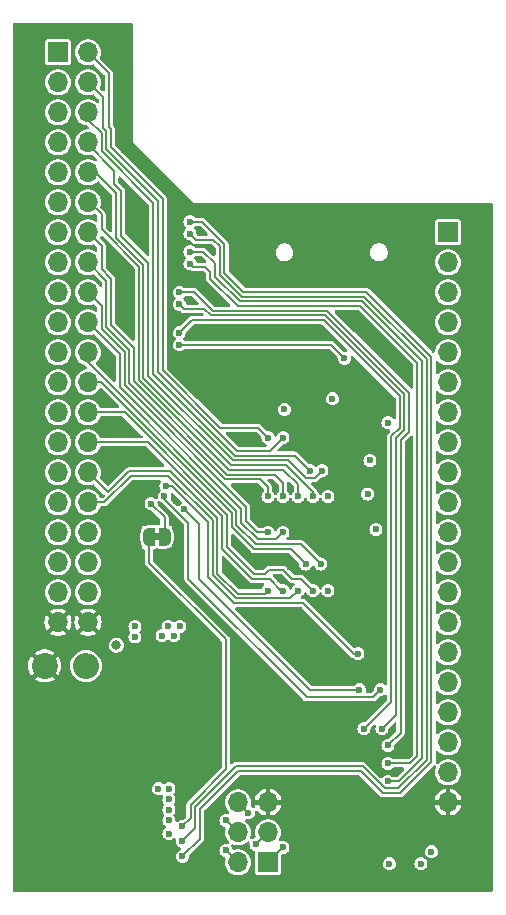
<source format=gbr>
%TF.GenerationSoftware,KiCad,Pcbnew,8.0.4*%
%TF.CreationDate,2024-09-22T15:27:49+02:00*%
%TF.ProjectId,blue_64,626c7565-5f36-4342-9e6b-696361645f70,1.0*%
%TF.SameCoordinates,PX3dc4fd0PY7445a00*%
%TF.FileFunction,Copper,L4,Bot*%
%TF.FilePolarity,Positive*%
%FSLAX46Y46*%
G04 Gerber Fmt 4.6, Leading zero omitted, Abs format (unit mm)*
G04 Created by KiCad (PCBNEW 8.0.4) date 2024-09-22 15:27:49*
%MOMM*%
%LPD*%
G01*
G04 APERTURE LIST*
G04 Aperture macros list*
%AMFreePoly0*
4,1,19,0.500000,-0.750000,0.000000,-0.750000,0.000000,-0.744911,-0.071157,-0.744911,-0.207708,-0.704816,-0.327430,-0.627875,-0.420627,-0.520320,-0.479746,-0.390866,-0.500000,-0.250000,-0.500000,0.250000,-0.479746,0.390866,-0.420627,0.520320,-0.327430,0.627875,-0.207708,0.704816,-0.071157,0.744911,0.000000,0.744911,0.000000,0.750000,0.500000,0.750000,0.500000,-0.750000,0.500000,-0.750000,
$1*%
%AMFreePoly1*
4,1,19,0.000000,0.744911,0.071157,0.744911,0.207708,0.704816,0.327430,0.627875,0.420627,0.520320,0.479746,0.390866,0.500000,0.250000,0.500000,-0.250000,0.479746,-0.390866,0.420627,-0.520320,0.327430,-0.627875,0.207708,-0.704816,0.071157,-0.744911,0.000000,-0.744911,0.000000,-0.750000,-0.500000,-0.750000,-0.500000,0.750000,0.000000,0.750000,0.000000,0.744911,0.000000,0.744911,
$1*%
G04 Aperture macros list end*
%TA.AperFunction,EtchedComponent*%
%ADD10C,0.000000*%
%TD*%
%TA.AperFunction,SMDPad,CuDef*%
%ADD11R,1.700000X1.700000*%
%TD*%
%TA.AperFunction,SMDPad,CuDef*%
%ADD12O,1.700000X1.700000*%
%TD*%
%TA.AperFunction,ComponentPad*%
%ADD13R,1.700000X1.700000*%
%TD*%
%TA.AperFunction,ComponentPad*%
%ADD14O,1.700000X1.700000*%
%TD*%
%TA.AperFunction,SMDPad,CuDef*%
%ADD15FreePoly0,0.000000*%
%TD*%
%TA.AperFunction,SMDPad,CuDef*%
%ADD16FreePoly1,0.000000*%
%TD*%
%TA.AperFunction,ComponentPad*%
%ADD17O,2.200000X2.200000*%
%TD*%
%TA.AperFunction,ComponentPad*%
%ADD18C,2.200000*%
%TD*%
%TA.AperFunction,ViaPad*%
%ADD19C,0.600000*%
%TD*%
%TA.AperFunction,ViaPad*%
%ADD20C,0.800000*%
%TD*%
%TA.AperFunction,Conductor*%
%ADD21C,0.200000*%
%TD*%
G04 APERTURE END LIST*
D10*
%TA.AperFunction,EtchedComponent*%
G36*
X12442000Y29799000D02*
G01*
X11942000Y29799000D01*
X11942000Y30399000D01*
X12442000Y30399000D01*
X12442000Y29799000D01*
G37*
%TD.AperFunction*%
D11*
X21590000Y2540000D03*
D12*
X19050000Y2540000D03*
X21590000Y5080000D03*
X19050000Y5080000D03*
X21590000Y7620000D03*
X19050000Y7620000D03*
D13*
X3810000Y71120000D03*
D14*
X6350000Y71120000D03*
X3810000Y68580000D03*
X6350000Y68580000D03*
X3810000Y66040000D03*
X6350000Y66040000D03*
X3810000Y63500000D03*
X6350000Y63500000D03*
X3810000Y60960000D03*
X6350000Y60960000D03*
X3810000Y58420000D03*
X6350000Y58420000D03*
X3810000Y55880000D03*
X6350000Y55880000D03*
X3810000Y53340000D03*
X6350000Y53340000D03*
X3810000Y50800000D03*
X6350000Y50800000D03*
X3810000Y48260000D03*
X6350000Y48260000D03*
X3810000Y45720000D03*
X6350000Y45720000D03*
X3810000Y43180000D03*
X6350000Y43180000D03*
X3810000Y40640000D03*
X6350000Y40640000D03*
X3810000Y38100000D03*
X6350000Y38100000D03*
X3810000Y35560000D03*
X6350000Y35560000D03*
X3810000Y33020000D03*
X6350000Y33020000D03*
X3810000Y30480000D03*
X6350000Y30480000D03*
X3810000Y27940000D03*
X6350000Y27940000D03*
X3810000Y25400000D03*
X6350000Y25400000D03*
X3810000Y22860000D03*
X6350000Y22860000D03*
D13*
X36830000Y55880000D03*
D14*
X36830000Y53340000D03*
X36830000Y50800000D03*
X36830000Y48260000D03*
X36830000Y45720000D03*
X36830000Y43180000D03*
X36830000Y40640000D03*
X36830000Y38100000D03*
X36830000Y35560000D03*
X36830000Y33020000D03*
X36830000Y30480000D03*
X36830000Y27940000D03*
X36830000Y25400000D03*
X36830000Y22860000D03*
X36830000Y20320000D03*
X36830000Y17780000D03*
X36830000Y15240000D03*
X36830000Y12700000D03*
X36830000Y10160000D03*
X36830000Y7620000D03*
D15*
X11542000Y30099000D03*
D16*
X12842000Y30099000D03*
D17*
X6195000Y19177000D03*
D18*
X2695000Y19177000D03*
D19*
X30861000Y38735000D03*
X20701000Y25908000D03*
X19558000Y13208000D03*
X13589000Y51943000D03*
X17430000Y2820000D03*
X31115000Y11684000D03*
X17399000Y50038000D03*
X7493000Y41910000D03*
X28575000Y34798000D03*
X13843000Y33147000D03*
X37719000Y11430000D03*
X35052000Y8763000D03*
X17018000Y1143000D03*
X10160000Y55880000D03*
X22352000Y44323000D03*
X23495000Y34163000D03*
X25781000Y12065000D03*
X10795000Y32893000D03*
X23622000Y16764000D03*
X23876000Y13335000D03*
X29210000Y41910000D03*
X29210000Y1143000D03*
X8255000Y71882000D03*
X20066000Y40894000D03*
X37719000Y26670000D03*
X35941000Y52070000D03*
X31115000Y10160000D03*
X28575000Y9398000D03*
X10033000Y48768000D03*
X17399000Y6858000D03*
X26670000Y34798000D03*
X33528000Y22733000D03*
X37719000Y31750000D03*
X22606000Y26543000D03*
X36068000Y36830000D03*
X8509000Y6223000D03*
X22987000Y20828000D03*
X2921000Y12446000D03*
X5080000Y49530000D03*
X20320000Y38481000D03*
X15748000Y53594000D03*
X26035000Y47244000D03*
X10668000Y26289000D03*
X7493000Y36830000D03*
X5080000Y39370000D03*
X19812000Y20193000D03*
X32639000Y44831000D03*
X17018000Y16637000D03*
X33274000Y49530000D03*
X20447000Y56134000D03*
X19177000Y43180000D03*
X5080000Y67310000D03*
X5080000Y54610000D03*
X13589000Y58420000D03*
X8636000Y40005000D03*
X34544000Y1143000D03*
X28702000Y24892000D03*
X19050000Y26543000D03*
X37719000Y44450000D03*
X5080000Y41910000D03*
X5080000Y62230000D03*
X30480000Y13208000D03*
X7620000Y5080000D03*
X27813000Y13716000D03*
X22225000Y34163000D03*
X38100000Y54610000D03*
X33528000Y30607000D03*
X30988000Y18923000D03*
X24765000Y22606000D03*
X5080000Y36830000D03*
X8001000Y44831000D03*
X8128000Y56642000D03*
X23495000Y3048000D03*
X16764000Y57277000D03*
X20574000Y33655000D03*
X20066000Y1143000D03*
X36068000Y19050000D03*
X28575000Y30988000D03*
X19558000Y34163000D03*
X5080000Y64770000D03*
X12192000Y34163000D03*
X14986000Y50038000D03*
X30861000Y24765000D03*
X34544000Y6223000D03*
X1778000Y6350000D03*
X17145000Y10668000D03*
X18796000Y47371000D03*
X31115000Y51816000D03*
X5080000Y34290000D03*
X22098000Y41402000D03*
X15875000Y56007000D03*
X8128000Y53975000D03*
X26924000Y27305000D03*
X5715000Y8763000D03*
X11557000Y3937000D03*
X26924000Y20828000D03*
X26162000Y1143000D03*
X17145000Y13335000D03*
X20574000Y52197000D03*
X30226000Y17526000D03*
X26546773Y40003358D03*
X30099000Y20193000D03*
X2921000Y16383000D03*
X19050000Y38481000D03*
X38227000Y2540000D03*
X33528000Y25146000D03*
X28956000Y13208000D03*
X27305000Y56007000D03*
X39116000Y5080000D03*
X9652000Y1270000D03*
X14224000Y26416000D03*
X6731000Y16383000D03*
X22860000Y9398000D03*
X10033000Y52451000D03*
X33528000Y19050000D03*
X25019000Y45085000D03*
X5080000Y57150000D03*
X12700000Y10160000D03*
X9730000Y30420000D03*
X5080000Y44450000D03*
X29591000Y38735000D03*
X38227000Y3810000D03*
X14351000Y1143000D03*
X36068000Y21590000D03*
X23114000Y1143000D03*
X9017000Y68326000D03*
X14351000Y6858000D03*
X37084000Y1524000D03*
X28448000Y21971000D03*
X5080000Y46990000D03*
X14732000Y45593000D03*
X11176000Y11557000D03*
X25654000Y53340000D03*
X28702000Y6858000D03*
X21971000Y11938000D03*
X5080000Y52070000D03*
X14097000Y30353000D03*
X9398000Y62865000D03*
X5461000Y2286000D03*
X5080000Y59690000D03*
X20447000Y5842000D03*
X16891000Y18796000D03*
X5080000Y26670000D03*
X18034000Y40386000D03*
X14859000Y46990000D03*
X22352000Y47371000D03*
X12130000Y25720000D03*
X33528000Y33147000D03*
X9652000Y11557000D03*
X18161000Y27432000D03*
X35941000Y46990000D03*
X33528000Y36703000D03*
X10160000Y36576000D03*
X5080000Y69850000D03*
X10033000Y38735000D03*
X29464000Y48133000D03*
X28705000Y44458401D03*
X20066000Y17145000D03*
X31877000Y1143000D03*
X27305000Y44704000D03*
X31623000Y6858000D03*
X32639000Y56261000D03*
X33528000Y27940000D03*
X16129000Y42037000D03*
X7620000Y7366000D03*
X10930000Y13020000D03*
X21082000Y27559000D03*
X10287000Y59055000D03*
X22225000Y22606000D03*
X28448000Y27178000D03*
X23495000Y27559000D03*
X31023500Y21336000D03*
X26670000Y33528000D03*
X30226000Y36576000D03*
X10330000Y21620000D03*
X13630000Y21720000D03*
X30734000Y30734000D03*
X12630000Y21720000D03*
X30038000Y33716000D03*
X10330000Y22520000D03*
X26670000Y25527000D03*
X13130000Y22520000D03*
X14130000Y22520000D03*
X14097000Y49784000D03*
X31242000Y13843000D03*
X14986000Y55753000D03*
X14351000Y4318000D03*
X14986000Y56769000D03*
X14351000Y3048000D03*
X31750000Y10922000D03*
X14986000Y53213000D03*
X31741746Y9398000D03*
X14986000Y54229000D03*
X14097000Y50800000D03*
X31750000Y12446000D03*
X29337000Y17145000D03*
X14521865Y32439467D03*
X14097000Y46355000D03*
X28067000Y45212000D03*
X29718000Y13843000D03*
X14097000Y47371000D03*
X31115000Y17145000D03*
X12827000Y33528000D03*
X12954000Y34417000D03*
X29210000Y20193000D03*
X18034000Y6096000D03*
X11696076Y32893000D03*
X31877000Y2413000D03*
X22987000Y40894000D03*
X13208000Y6985000D03*
X12319000Y8763000D03*
X13208000Y6096000D03*
X13208000Y4953000D03*
X35433000Y3429000D03*
X13208000Y8763000D03*
X34544000Y2413000D03*
X31750000Y39751000D03*
X13208000Y7874000D03*
X19939000Y6731000D03*
X27051000Y41783000D03*
X18034000Y3556000D03*
X14351000Y5579871D03*
X20574000Y4064000D03*
X25400000Y25527000D03*
X24130000Y25527000D03*
X26061263Y27792423D03*
X22860000Y30480000D03*
X21590000Y30480000D03*
X25400000Y33528000D03*
X26162000Y35687000D03*
X25146000Y35687000D03*
X22860000Y38481000D03*
X21590000Y33528000D03*
X22860000Y33528000D03*
X21590000Y38481000D03*
X24130000Y33528000D03*
X21590000Y25527000D03*
X24791263Y27792423D03*
X22860000Y25527000D03*
X22860000Y3810000D03*
D20*
X8763000Y20920000D03*
D21*
X31242000Y13843000D02*
X32423000Y15024000D01*
X14478000Y49403000D02*
X14097000Y49784000D01*
X16763314Y48838000D02*
X16198314Y49403000D01*
X33150000Y39171101D02*
X33150000Y42149372D01*
X16198314Y49403000D02*
X14478000Y49403000D01*
X26461372Y48838000D02*
X16763314Y48838000D01*
X32423000Y38444101D02*
X33150000Y39171101D01*
X33150000Y42149372D02*
X26461372Y48838000D01*
X32423000Y15024000D02*
X32423000Y38444101D01*
X29756684Y50438000D02*
X35033000Y45161684D01*
X35033000Y11214686D02*
X32616313Y8798000D01*
X15442500Y5409500D02*
X14351000Y4318000D01*
X19354314Y50438000D02*
X29756684Y50438000D01*
X17507000Y52285314D02*
X19354314Y50438000D01*
X16960314Y55245000D02*
X17507000Y54698314D01*
X32616313Y8798000D02*
X31493217Y8798000D01*
X35033000Y45161684D02*
X35033000Y11214686D01*
X15442500Y7256814D02*
X15442500Y5409500D01*
X29623217Y10668000D02*
X18853686Y10668000D01*
X17507000Y54698314D02*
X17507000Y52285314D01*
X15494000Y55245000D02*
X16960314Y55245000D01*
X31493217Y8798000D02*
X29623217Y10668000D01*
X14986000Y55753000D02*
X15494000Y55245000D01*
X18853686Y10668000D02*
X15442500Y7256814D01*
X32781999Y8398000D02*
X35433000Y11049000D01*
X17907000Y54864000D02*
X16002000Y56769000D01*
X16002000Y56769000D02*
X14986000Y56769000D01*
X14351000Y3048000D02*
X15842500Y4539500D01*
X31327531Y8398000D02*
X32781999Y8398000D01*
X29457531Y10268000D02*
X31327531Y8398000D01*
X29922369Y50838000D02*
X19520000Y50838000D01*
X19520000Y50838000D02*
X17907000Y52451000D01*
X35433000Y11049000D02*
X35433000Y45327369D01*
X35433000Y45327369D02*
X29922369Y50838000D01*
X15842500Y4539500D02*
X15842500Y7091128D01*
X19019372Y10268000D02*
X29457531Y10268000D01*
X17907000Y52451000D02*
X17907000Y54864000D01*
X15842500Y7091128D02*
X19019372Y10268000D01*
X29425313Y49638000D02*
X19022942Y49638000D01*
X15240000Y52959000D02*
X14986000Y53213000D01*
X34233000Y11546058D02*
X34233000Y44830313D01*
X16707000Y52508000D02*
X16256000Y52959000D01*
X31750000Y10922000D02*
X33608942Y10922000D01*
X16256000Y52959000D02*
X15240000Y52959000D01*
X19022942Y49638000D02*
X16707000Y51953944D01*
X33608942Y10922000D02*
X34233000Y11546058D01*
X16707000Y51953944D02*
X16707000Y52508000D01*
X34233000Y44830313D02*
X29425313Y49638000D01*
X17107000Y52119629D02*
X17107000Y53251000D01*
X29590999Y50038000D02*
X19188628Y50038000D01*
X19188628Y50038000D02*
X17107000Y52119629D01*
X34633000Y44995999D02*
X29590999Y50038000D01*
X16129000Y54229000D02*
X14986000Y54229000D01*
X17107000Y53251000D02*
X16129000Y54229000D01*
X31741746Y9398000D02*
X32650628Y9398000D01*
X34633000Y11380372D02*
X34633000Y44995999D01*
X32650628Y9398000D02*
X34633000Y11380372D01*
X33550000Y39005416D02*
X33550000Y42315058D01*
X31750000Y12446000D02*
X32823000Y13519000D01*
X16929000Y49238000D02*
X15367000Y50800000D01*
X32823000Y38278416D02*
X33550000Y39005416D01*
X15367000Y50800000D02*
X14097000Y50800000D01*
X32823000Y13519000D02*
X32823000Y38278416D01*
X33550000Y42315058D02*
X26627056Y49238000D01*
X26627056Y49238000D02*
X16929000Y49238000D01*
X29337000Y17145000D02*
X25146000Y17145000D01*
X28067000Y45212000D02*
X26924000Y46355000D01*
X15748000Y26543000D02*
X15748000Y31213332D01*
X26924000Y46355000D02*
X14097000Y46355000D01*
X25146000Y17145000D02*
X15748000Y26543000D01*
X15748000Y31213332D02*
X14521865Y32439467D01*
X32750000Y41983686D02*
X26295686Y48438000D01*
X15164000Y48438000D02*
X14097000Y47371000D01*
X32023000Y16148000D02*
X32023000Y38609786D01*
X32750000Y39336786D02*
X32750000Y41983686D01*
X26295686Y48438000D02*
X15164000Y48438000D01*
X29718000Y13843000D02*
X32023000Y16148000D01*
X32023000Y38609786D02*
X32750000Y39336786D01*
X14859000Y31242000D02*
X14859000Y26543000D01*
X12827000Y33528000D02*
X12827000Y33274000D01*
X24892000Y16510000D02*
X30480000Y16510000D01*
X14859000Y26543000D02*
X24892000Y16510000D01*
X30480000Y16510000D02*
X31115000Y17145000D01*
X12827000Y33274000D02*
X14859000Y31242000D01*
X18688000Y24492000D02*
X24562000Y24492000D01*
X16520000Y26660000D02*
X18688000Y24492000D01*
X16520000Y31325031D02*
X16520000Y26660000D01*
X12954000Y34417000D02*
X13428031Y34417000D01*
X13428031Y34417000D02*
X16520000Y31325031D01*
X24562000Y24492000D02*
X28861000Y20193000D01*
X28861000Y20193000D02*
X29210000Y20193000D01*
X19050000Y5080000D02*
X18034000Y6096000D01*
X11696076Y32893000D02*
X12842000Y31747076D01*
X12842000Y31747076D02*
X12842000Y30099000D01*
X19939000Y6731000D02*
X19050000Y7620000D01*
X18034000Y21405314D02*
X11542000Y27897314D01*
X15042500Y7422500D02*
X18034000Y10414000D01*
X19050000Y2540000D02*
X18034000Y3556000D01*
X14351000Y5579871D02*
X15042500Y6271371D01*
X15042500Y6271371D02*
X15042500Y7422500D01*
X18034000Y10414000D02*
X18034000Y21405314D01*
X11542000Y27897314D02*
X11542000Y30099000D01*
X20574000Y4064000D02*
X21590000Y5080000D01*
X9467775Y40640000D02*
X6350000Y40640000D01*
X18120000Y31987775D02*
X9467775Y40640000D01*
X24384000Y26543000D02*
X23662471Y26543000D01*
X21676529Y27305000D02*
X21330529Y26959000D01*
X25400000Y25527000D02*
X24384000Y26543000D01*
X20412000Y26959000D02*
X18120000Y29251000D01*
X23662471Y26543000D02*
X22900471Y27305000D01*
X21330529Y26959000D02*
X20412000Y26959000D01*
X22900471Y27305000D02*
X21676529Y27305000D01*
X18120000Y29251000D02*
X18120000Y31987775D01*
X16920000Y31490717D02*
X13123717Y35287000D01*
X23495000Y24892000D02*
X18853686Y24892000D01*
X18853686Y24892000D02*
X16920000Y26825686D01*
X7747000Y33020000D02*
X6350000Y33020000D01*
X10014000Y35287000D02*
X7747000Y33020000D01*
X16920000Y26825686D02*
X16920000Y31490717D01*
X13123717Y35287000D02*
X10014000Y35287000D01*
X24130000Y25527000D02*
X23495000Y24892000D01*
X24373686Y29480000D02*
X20569629Y29480000D01*
X20569629Y29480000D02*
X18920000Y31129630D01*
X26061263Y27792423D02*
X24373686Y29480000D01*
X18920000Y31129630D02*
X18920000Y32319147D01*
X18920000Y32319147D02*
X6350000Y44889147D01*
X6350000Y44889147D02*
X6350000Y45720000D01*
X20735315Y29880000D02*
X19320000Y31295315D01*
X19320000Y31295315D02*
X19320000Y32484833D01*
X22260000Y29880000D02*
X20735315Y29880000D01*
X9049000Y45561000D02*
X6350000Y48260000D01*
X9049000Y42755833D02*
X9049000Y45561000D01*
X19320000Y32484833D02*
X9049000Y42755833D01*
X22860000Y30480000D02*
X22260000Y29880000D01*
X7500000Y47675686D02*
X7500000Y49650000D01*
X9449000Y42921519D02*
X9449000Y45726686D01*
X19720000Y31461000D02*
X19720000Y32650519D01*
X7500000Y49650000D02*
X6350000Y50800000D01*
X20701000Y30480000D02*
X19720000Y31461000D01*
X19720000Y32650519D02*
X9449000Y42921519D01*
X21590000Y30480000D02*
X20701000Y30480000D01*
X9449000Y45726686D02*
X7500000Y47675686D01*
X8763000Y59182000D02*
X6985000Y60960000D01*
X18460260Y36173000D02*
X11049000Y43584260D01*
X23136000Y36173000D02*
X18460260Y36173000D01*
X25400000Y33528000D02*
X25400000Y33909000D01*
X11049000Y43584260D02*
X11049000Y53143686D01*
X25400000Y33909000D02*
X23136000Y36173000D01*
X6985000Y60960000D02*
X6350000Y60960000D01*
X8763000Y55429686D02*
X8763000Y59182000D01*
X11049000Y53143686D02*
X8763000Y55429686D01*
X8579000Y59931686D02*
X8579000Y61086314D01*
X25562000Y35087000D02*
X24787686Y35087000D01*
X9163000Y55595372D02*
X9163000Y59347685D01*
X26162000Y35687000D02*
X25562000Y35087000D01*
X23301686Y36573000D02*
X18625945Y36573000D01*
X6350000Y63315314D02*
X6350000Y63500000D01*
X24787686Y35087000D02*
X23301686Y36573000D01*
X8579000Y61086314D02*
X6350000Y63315314D01*
X18625945Y36573000D02*
X11449000Y43749945D01*
X11449000Y43749945D02*
X11449000Y53309372D01*
X9163000Y59347685D02*
X8579000Y59931686D01*
X11449000Y53309372D02*
X9163000Y55595372D01*
X6350000Y65405000D02*
X6350000Y66040000D01*
X11897000Y43867629D02*
X11897000Y58334000D01*
X18791630Y36973000D02*
X11897000Y43867629D01*
X7500000Y62731000D02*
X7500000Y64255000D01*
X11897000Y58334000D02*
X7500000Y62731000D01*
X7500000Y64255000D02*
X6350000Y65405000D01*
X23860000Y36973000D02*
X18791630Y36973000D01*
X25146000Y35687000D02*
X23860000Y36973000D01*
X21752000Y37373000D02*
X18957315Y37373000D01*
X12297000Y58499686D02*
X7900000Y62896686D01*
X18957315Y37373000D02*
X12297000Y44033315D01*
X22860000Y38481000D02*
X21752000Y37373000D01*
X7620000Y64700686D02*
X7620000Y67310000D01*
X7900000Y62896686D02*
X7900000Y64420686D01*
X12297000Y44033315D02*
X12297000Y58499686D01*
X7620000Y67310000D02*
X6350000Y68580000D01*
X7900000Y64420686D02*
X7620000Y64700686D01*
X7900000Y51790000D02*
X6350000Y53340000D01*
X9849000Y43087202D02*
X9849000Y45892372D01*
X21590000Y33528000D02*
X21590000Y34290000D01*
X7900000Y47841372D02*
X7900000Y51790000D01*
X17963205Y34973000D02*
X9849000Y43087202D01*
X9849000Y45892372D02*
X7900000Y47841372D01*
X21590000Y34290000D02*
X20907000Y34973000D01*
X20907000Y34973000D02*
X17963205Y34973000D01*
X7500000Y52755686D02*
X7500000Y54730000D01*
X10249000Y46058058D02*
X8300000Y48007058D01*
X22158000Y35373000D02*
X18128890Y35373000D01*
X10249000Y43252888D02*
X10249000Y46058058D01*
X8300000Y51955686D02*
X7500000Y52755686D01*
X8300000Y48007058D02*
X8300000Y51955686D01*
X18128890Y35373000D02*
X10249000Y43252888D01*
X22860000Y33528000D02*
X22860000Y34671000D01*
X22860000Y34671000D02*
X22158000Y35373000D01*
X7500000Y54730000D02*
X6350000Y55880000D01*
X20739000Y39332000D02*
X17564001Y39332000D01*
X8128000Y69342000D02*
X6350000Y71120000D01*
X17564001Y39332000D02*
X12697000Y44199000D01*
X8128000Y64758371D02*
X8128000Y69342000D01*
X12697000Y58665372D02*
X8300000Y63062372D01*
X8300000Y63062372D02*
X8300000Y64586371D01*
X21590000Y38481000D02*
X20739000Y39332000D01*
X12697000Y44199000D02*
X12697000Y58665372D01*
X8300000Y64586371D02*
X8128000Y64758371D01*
X18294575Y35773000D02*
X10649000Y43418574D01*
X10649000Y43418574D02*
X10649000Y52978000D01*
X24130000Y34544000D02*
X22901000Y35773000D01*
X7500000Y56127000D02*
X7500000Y57397000D01*
X6477000Y58420000D02*
X6350000Y58420000D01*
X22901000Y35773000D02*
X18294575Y35773000D01*
X7500000Y57397000D02*
X6477000Y58420000D01*
X24130000Y33528000D02*
X24130000Y34544000D01*
X10649000Y52978000D02*
X7500000Y56127000D01*
X21590000Y25527000D02*
X21355000Y25292000D01*
X13289403Y35687000D02*
X9848314Y35687000D01*
X9848314Y35687000D02*
X8035657Y33874343D01*
X21355000Y25292000D02*
X19019372Y25292000D01*
X17320000Y26991372D02*
X17320000Y31656403D01*
X8035657Y33874343D02*
X6350000Y35560000D01*
X17320000Y31656403D02*
X13289403Y35687000D01*
X19019372Y25292000D02*
X17320000Y26991372D01*
X23503686Y29080000D02*
X20403943Y29080000D01*
X18520000Y32153461D02*
X7620461Y43053000D01*
X18520000Y30963945D02*
X18520000Y32153461D01*
X20403943Y29080000D02*
X18520000Y30963945D01*
X7620000Y43053000D02*
X7493000Y43180000D01*
X24791263Y27792423D02*
X23503686Y29080000D01*
X7620461Y43053000D02*
X7620000Y43053000D01*
X7493000Y43180000D02*
X6350000Y43180000D01*
X11442089Y38100000D02*
X6350000Y38100000D01*
X22733000Y25527000D02*
X21736000Y26524000D01*
X20281314Y26524000D02*
X17720000Y29085314D01*
X21736000Y26524000D02*
X20281314Y26524000D01*
X17720000Y29085314D02*
X17720000Y31822089D01*
X17720000Y31822089D02*
X11442089Y38100000D01*
X22860000Y25527000D02*
X22733000Y25527000D01*
X22860000Y3810000D02*
X21590000Y2540000D01*
%TA.AperFunction,Conductor*%
G36*
X33801834Y38659055D02*
G01*
X33857767Y38617183D01*
X33882184Y38551719D01*
X33882500Y38542873D01*
X33882500Y11742602D01*
X33862815Y11675563D01*
X33846181Y11654921D01*
X33500079Y11308819D01*
X33438756Y11275334D01*
X33412398Y11272500D01*
X32236092Y11272500D01*
X32169053Y11292185D01*
X32149587Y11310087D01*
X32148372Y11308871D01*
X32142627Y11314616D01*
X32142621Y11314621D01*
X32027625Y11402861D01*
X32027624Y11402862D01*
X32027622Y11402863D01*
X31893712Y11458329D01*
X31893710Y11458330D01*
X31893709Y11458330D01*
X31821854Y11467790D01*
X31750001Y11477250D01*
X31749999Y11477250D01*
X31606291Y11458330D01*
X31606287Y11458329D01*
X31472377Y11402863D01*
X31357379Y11314621D01*
X31269137Y11199623D01*
X31213671Y11065713D01*
X31213670Y11065709D01*
X31194750Y10922000D01*
X31205498Y10840359D01*
X31213670Y10778292D01*
X31213671Y10778288D01*
X31269137Y10644378D01*
X31269138Y10644376D01*
X31269139Y10644375D01*
X31357379Y10529379D01*
X31472375Y10441139D01*
X31606291Y10385670D01*
X31733280Y10368952D01*
X31749999Y10366750D01*
X31750000Y10366750D01*
X31750001Y10366750D01*
X31764977Y10368722D01*
X31893709Y10385670D01*
X32027625Y10441139D01*
X32142621Y10529379D01*
X32142623Y10529383D01*
X32142627Y10529385D01*
X32148372Y10535129D01*
X32150888Y10532613D01*
X32194183Y10564203D01*
X32236092Y10571500D01*
X33029084Y10571500D01*
X33096123Y10551815D01*
X33141878Y10499011D01*
X33151822Y10429853D01*
X33122797Y10366297D01*
X33116765Y10359819D01*
X32541765Y9784819D01*
X32480442Y9751334D01*
X32454084Y9748500D01*
X32227838Y9748500D01*
X32160799Y9768185D01*
X32141333Y9786087D01*
X32140118Y9784871D01*
X32134373Y9790616D01*
X32134367Y9790621D01*
X32019371Y9878861D01*
X32019370Y9878862D01*
X32019368Y9878863D01*
X31885458Y9934329D01*
X31885456Y9934330D01*
X31885455Y9934330D01*
X31813600Y9943790D01*
X31741747Y9953250D01*
X31741745Y9953250D01*
X31598037Y9934330D01*
X31598033Y9934329D01*
X31464123Y9878863D01*
X31349124Y9790620D01*
X31282002Y9703146D01*
X31225573Y9661944D01*
X31155827Y9657790D01*
X31095946Y9690953D01*
X29838430Y10948469D01*
X29838425Y10948473D01*
X29758507Y10994613D01*
X29758506Y10994614D01*
X29758505Y10994614D01*
X29669361Y11018500D01*
X18807542Y11018500D01*
X18749157Y11002856D01*
X18749156Y11002857D01*
X18718402Y10994616D01*
X18718395Y10994613D01*
X18638477Y10948473D01*
X18638472Y10948469D01*
X18596181Y10906177D01*
X18534858Y10872692D01*
X18465166Y10877676D01*
X18409233Y10919548D01*
X18384816Y10985012D01*
X18384500Y10993858D01*
X18384500Y21451456D01*
X18384500Y21451458D01*
X18360614Y21540602D01*
X18340009Y21576291D01*
X18314469Y21620527D01*
X11928819Y28006177D01*
X11895334Y28067500D01*
X11892500Y28093858D01*
X11892500Y28969500D01*
X11912185Y29036539D01*
X11964989Y29082294D01*
X12016500Y29093500D01*
X12042002Y29093500D01*
X12042003Y29093501D01*
X12139776Y29112949D01*
X12139781Y29112953D01*
X12144540Y29114923D01*
X12214009Y29122396D01*
X12239460Y29114923D01*
X12244219Y29112952D01*
X12244224Y29112949D01*
X12244228Y29112949D01*
X12244229Y29112948D01*
X12341995Y29093501D01*
X12341998Y29093500D01*
X12342000Y29093500D01*
X12913887Y29093500D01*
X12913889Y29093500D01*
X12985871Y29103849D01*
X13123826Y29144356D01*
X13189977Y29174566D01*
X13198993Y29180361D01*
X13259843Y29199893D01*
X13462000Y29210000D01*
X13462000Y29375214D01*
X13481685Y29442253D01*
X13481686Y29442255D01*
X13485085Y29447544D01*
X13499363Y29469761D01*
X13499366Y29469769D01*
X13499369Y29469773D01*
X13557936Y29598018D01*
X13559091Y29600546D01*
X13579579Y29670323D01*
X13600041Y29812638D01*
X13600041Y29885361D01*
X13598762Y29894258D01*
X13597500Y29911903D01*
X13597500Y30286098D01*
X13598762Y30303744D01*
X13599098Y30306082D01*
X13600041Y30312639D01*
X13600041Y30385362D01*
X13584069Y30496447D01*
X13579580Y30527672D01*
X13579579Y30527677D01*
X13559091Y30597454D01*
X13533257Y30654022D01*
X13499372Y30728222D01*
X13499366Y30728232D01*
X13499363Y30728239D01*
X13489134Y30744156D01*
X13481683Y30755751D01*
X13462000Y30822788D01*
X13462000Y30988000D01*
X13316500Y30988000D01*
X13249461Y31007685D01*
X13203706Y31060489D01*
X13192500Y31112000D01*
X13192500Y31793218D01*
X13192500Y31793220D01*
X13168614Y31882364D01*
X13168611Y31882370D01*
X13122473Y31962282D01*
X13122470Y31962285D01*
X13122469Y31962288D01*
X13057212Y32027545D01*
X12287635Y32797122D01*
X12254150Y32858445D01*
X12253248Y32884871D01*
X12251326Y32884871D01*
X12251326Y32893000D01*
X12247728Y32920328D01*
X12234334Y33022063D01*
X12245099Y33091096D01*
X12291479Y33143352D01*
X12358748Y33162238D01*
X12425548Y33141758D01*
X12432760Y33136622D01*
X12434377Y33135381D01*
X12434379Y33135379D01*
X12549375Y33047139D01*
X12549379Y33047138D01*
X12556065Y33043277D01*
X12581749Y33023569D01*
X14472181Y31133137D01*
X14505666Y31071814D01*
X14508500Y31045456D01*
X14508500Y26496856D01*
X14522452Y26444788D01*
X14522451Y26444788D01*
X14522452Y26444786D01*
X14532384Y26407716D01*
X14532385Y26407714D01*
X14578527Y26327792D01*
X14578529Y26327789D01*
X14578530Y26327788D01*
X24676788Y16229530D01*
X24676789Y16229529D01*
X24676791Y16229528D01*
X24677103Y16229348D01*
X24756712Y16183386D01*
X24845856Y16159500D01*
X24845857Y16159500D01*
X24845858Y16159500D01*
X30526142Y16159500D01*
X30526144Y16159500D01*
X30615288Y16183386D01*
X30695212Y16229530D01*
X31019124Y16553444D01*
X31080444Y16586926D01*
X31106871Y16587856D01*
X31106871Y16589750D01*
X31115000Y16589750D01*
X31258709Y16608670D01*
X31392625Y16664139D01*
X31473015Y16725825D01*
X31538182Y16751019D01*
X31606626Y16736981D01*
X31656617Y16688168D01*
X31672500Y16627449D01*
X31672500Y16344544D01*
X31652815Y16277505D01*
X31636181Y16256863D01*
X29813877Y14434560D01*
X29752554Y14401075D01*
X29726127Y14399958D01*
X29726127Y14398250D01*
X29717999Y14398250D01*
X29574291Y14379330D01*
X29574287Y14379329D01*
X29440377Y14323863D01*
X29325379Y14235621D01*
X29237137Y14120623D01*
X29181671Y13986713D01*
X29181670Y13986709D01*
X29162750Y13843001D01*
X29162750Y13843000D01*
X29181670Y13699292D01*
X29181671Y13699288D01*
X29237137Y13565378D01*
X29237138Y13565376D01*
X29237139Y13565375D01*
X29325379Y13450379D01*
X29440375Y13362139D01*
X29574291Y13306670D01*
X29701280Y13289952D01*
X29717999Y13287750D01*
X29718000Y13287750D01*
X29718001Y13287750D01*
X29732977Y13289722D01*
X29861709Y13306670D01*
X29995625Y13362139D01*
X30110621Y13450379D01*
X30198861Y13565375D01*
X30254330Y13699291D01*
X30273250Y13843000D01*
X30273250Y13843001D01*
X30273250Y13851129D01*
X30277013Y13851129D01*
X30284492Y13902812D01*
X30309556Y13938877D01*
X30511141Y14140462D01*
X30572462Y14173945D01*
X30642154Y14168961D01*
X30698087Y14127089D01*
X30722504Y14061625D01*
X30713382Y14005329D01*
X30705671Y13986713D01*
X30705670Y13986709D01*
X30686750Y13843001D01*
X30686750Y13843000D01*
X30705670Y13699292D01*
X30705671Y13699288D01*
X30761137Y13565378D01*
X30761138Y13565376D01*
X30761139Y13565375D01*
X30849379Y13450379D01*
X30964375Y13362139D01*
X31098291Y13306670D01*
X31225280Y13289952D01*
X31241999Y13287750D01*
X31242000Y13287750D01*
X31242001Y13287750D01*
X31256977Y13289722D01*
X31385709Y13306670D01*
X31519625Y13362139D01*
X31634621Y13450379D01*
X31722861Y13565375D01*
X31778330Y13699291D01*
X31797250Y13843000D01*
X31797250Y13843001D01*
X31797250Y13851129D01*
X31801049Y13851129D01*
X31808388Y13902582D01*
X31833556Y13938876D01*
X32260820Y14366139D01*
X32322142Y14399623D01*
X32391834Y14394639D01*
X32447767Y14352767D01*
X32472184Y14287303D01*
X32472500Y14278457D01*
X32472500Y13715545D01*
X32452815Y13648506D01*
X32436181Y13627864D01*
X31845877Y13037561D01*
X31784554Y13004076D01*
X31758128Y13002792D01*
X31758128Y13001250D01*
X31750000Y13001250D01*
X31606291Y12982330D01*
X31606287Y12982329D01*
X31472377Y12926863D01*
X31357379Y12838621D01*
X31269137Y12723623D01*
X31213671Y12589713D01*
X31213670Y12589709D01*
X31194750Y12446001D01*
X31194750Y12446000D01*
X31213670Y12302292D01*
X31213671Y12302288D01*
X31269137Y12168378D01*
X31269138Y12168376D01*
X31269139Y12168375D01*
X31357379Y12053379D01*
X31472375Y11965139D01*
X31472376Y11965139D01*
X31472377Y11965138D01*
X31517013Y11946650D01*
X31606291Y11909670D01*
X31733280Y11892952D01*
X31749999Y11890750D01*
X31750000Y11890750D01*
X31750001Y11890750D01*
X31764977Y11892722D01*
X31893709Y11909670D01*
X32027625Y11965139D01*
X32142621Y12053379D01*
X32230861Y12168375D01*
X32286330Y12302291D01*
X32305250Y12446000D01*
X32305250Y12446001D01*
X32305250Y12454129D01*
X32309049Y12454129D01*
X32316388Y12505582D01*
X32341556Y12541876D01*
X33103470Y13303788D01*
X33149614Y13383712D01*
X33173500Y13472856D01*
X33173500Y38081873D01*
X33193185Y38148912D01*
X33209819Y38169554D01*
X33670819Y38630554D01*
X33732142Y38664039D01*
X33801834Y38659055D01*
G37*
%TD.AperFunction*%
%TA.AperFunction,Conductor*%
G36*
X22770966Y26934815D02*
G01*
X22791608Y26918181D01*
X23447259Y26262530D01*
X23447260Y26262529D01*
X23447262Y26262528D01*
X23487221Y26239458D01*
X23527183Y26216386D01*
X23616327Y26192500D01*
X23616328Y26192500D01*
X23708615Y26192500D01*
X23727710Y26192500D01*
X23794749Y26172815D01*
X23840504Y26120011D01*
X23850448Y26050853D01*
X23821423Y25987297D01*
X23803203Y25970131D01*
X23737382Y25919623D01*
X23737379Y25919621D01*
X23649137Y25804622D01*
X23609561Y25709075D01*
X23565720Y25654671D01*
X23499426Y25632606D01*
X23431727Y25649885D01*
X23384116Y25701022D01*
X23380439Y25709075D01*
X23340862Y25804622D01*
X23340861Y25804625D01*
X23252621Y25919621D01*
X23137625Y26007861D01*
X23137624Y26007862D01*
X23137622Y26007863D01*
X23003712Y26063329D01*
X23003710Y26063330D01*
X23003709Y26063330D01*
X22912638Y26075320D01*
X22860001Y26082250D01*
X22859998Y26082250D01*
X22755763Y26068527D01*
X22686728Y26079292D01*
X22651897Y26103785D01*
X22012863Y26742819D01*
X21979378Y26804142D01*
X21984362Y26873834D01*
X22026234Y26929767D01*
X22091698Y26954184D01*
X22100544Y26954500D01*
X22703927Y26954500D01*
X22770966Y26934815D01*
G37*
%TD.AperFunction*%
%TA.AperFunction,Conductor*%
G36*
X17875703Y28433483D02*
G01*
X17882181Y28427451D01*
X20066102Y26243530D01*
X20146026Y26197386D01*
X20235170Y26173500D01*
X21162948Y26173500D01*
X21229987Y26153815D01*
X21275742Y26101011D01*
X21285686Y26031853D01*
X21256661Y25968297D01*
X21238435Y25951125D01*
X21197381Y25919623D01*
X21109137Y25804623D01*
X21073692Y25719048D01*
X21029851Y25664644D01*
X20963557Y25642579D01*
X20959131Y25642500D01*
X19215916Y25642500D01*
X19148877Y25662185D01*
X19128235Y25678819D01*
X17706819Y27100235D01*
X17673334Y27161558D01*
X17670500Y27187916D01*
X17670500Y28339770D01*
X17690185Y28406809D01*
X17742989Y28452564D01*
X17812147Y28462508D01*
X17875703Y28433483D01*
G37*
%TD.AperFunction*%
%TA.AperFunction,Conductor*%
G36*
X13554570Y33791203D02*
G01*
X13573976Y33775373D01*
X14248812Y33100537D01*
X14282297Y33039214D01*
X14277313Y32969522D01*
X14236619Y32914481D01*
X14129242Y32832087D01*
X14056997Y32737935D01*
X14000569Y32696733D01*
X13930823Y32692578D01*
X13870941Y32725741D01*
X13377707Y33218975D01*
X13344222Y33280298D01*
X13349206Y33349990D01*
X13350808Y33354061D01*
X13363330Y33384291D01*
X13382250Y33528000D01*
X13363356Y33671509D01*
X13374121Y33740541D01*
X13420501Y33792797D01*
X13487770Y33811683D01*
X13554570Y33791203D01*
G37*
%TD.AperFunction*%
%TA.AperFunction,Conductor*%
G36*
X22028495Y35002815D02*
G01*
X22049137Y34986181D01*
X22473181Y34562137D01*
X22506666Y34500814D01*
X22509500Y34474456D01*
X22509500Y34014092D01*
X22489815Y33947053D01*
X22471913Y33927588D01*
X22473129Y33926372D01*
X22467384Y33920628D01*
X22467379Y33920621D01*
X22383788Y33811683D01*
X22379137Y33805622D01*
X22339561Y33710075D01*
X22295720Y33655671D01*
X22229426Y33633606D01*
X22161727Y33650885D01*
X22114116Y33702022D01*
X22110439Y33710075D01*
X22070862Y33805622D01*
X22070861Y33805625D01*
X21982621Y33920621D01*
X21982619Y33920623D01*
X21982615Y33920628D01*
X21976871Y33926372D01*
X21979387Y33928889D01*
X21947797Y33972183D01*
X21940500Y34014092D01*
X21940500Y34336142D01*
X21940500Y34336144D01*
X21916614Y34425288D01*
X21870470Y34505212D01*
X21564863Y34810819D01*
X21531378Y34872142D01*
X21536362Y34941834D01*
X21578234Y34997767D01*
X21643698Y35022184D01*
X21652544Y35022500D01*
X21961456Y35022500D01*
X22028495Y35002815D01*
G37*
%TD.AperFunction*%
%TA.AperFunction,Conductor*%
G36*
X23415703Y34762169D02*
G01*
X23422181Y34756137D01*
X23743181Y34435137D01*
X23776666Y34373814D01*
X23779500Y34347456D01*
X23779500Y34014092D01*
X23759815Y33947053D01*
X23741913Y33927588D01*
X23743129Y33926372D01*
X23737384Y33920628D01*
X23737379Y33920621D01*
X23653788Y33811683D01*
X23649137Y33805622D01*
X23609561Y33710075D01*
X23565720Y33655671D01*
X23499426Y33633606D01*
X23431727Y33650885D01*
X23384116Y33702022D01*
X23380439Y33710075D01*
X23340862Y33805622D01*
X23340861Y33805625D01*
X23252621Y33920621D01*
X23252619Y33920623D01*
X23252615Y33920628D01*
X23246871Y33926372D01*
X23249387Y33928889D01*
X23217797Y33972183D01*
X23210500Y34014092D01*
X23210500Y34668456D01*
X23230185Y34735495D01*
X23282989Y34781250D01*
X23352147Y34791194D01*
X23415703Y34762169D01*
G37*
%TD.AperFunction*%
%TA.AperFunction,Conductor*%
G36*
X20609495Y38961815D02*
G01*
X20630137Y38945181D01*
X20998440Y38576878D01*
X21031925Y38515555D01*
X21033067Y38489127D01*
X21034750Y38489127D01*
X21034750Y38481001D01*
X21034750Y38481000D01*
X21038765Y38450500D01*
X21053670Y38337292D01*
X21053671Y38337288D01*
X21109137Y38203378D01*
X21109138Y38203376D01*
X21109139Y38203375D01*
X21197379Y38088379D01*
X21312375Y38000139D01*
X21312376Y38000139D01*
X21312377Y38000138D01*
X21404304Y37962061D01*
X21458708Y37918221D01*
X21480773Y37851926D01*
X21463494Y37784227D01*
X21412357Y37736616D01*
X21356852Y37723500D01*
X19153859Y37723500D01*
X19086820Y37743185D01*
X19066178Y37759819D01*
X18056178Y38769819D01*
X18022693Y38831142D01*
X18027677Y38900834D01*
X18069549Y38956767D01*
X18135013Y38981184D01*
X18143859Y38981500D01*
X20542456Y38981500D01*
X20609495Y38961815D01*
G37*
%TD.AperFunction*%
%TA.AperFunction,Conductor*%
G36*
X29295808Y49267815D02*
G01*
X29316450Y49251181D01*
X33846181Y44721450D01*
X33879666Y44660127D01*
X33882500Y44633769D01*
X33882500Y42777602D01*
X33862815Y42710563D01*
X33810011Y42664808D01*
X33740853Y42654864D01*
X33677297Y42683889D01*
X33670819Y42689921D01*
X28893860Y47466879D01*
X27284918Y49075820D01*
X27251434Y49137142D01*
X27256418Y49206834D01*
X27298290Y49262767D01*
X27363754Y49287184D01*
X27372600Y49287500D01*
X29228769Y49287500D01*
X29295808Y49267815D01*
G37*
%TD.AperFunction*%
%TA.AperFunction,Conductor*%
G36*
X26166181Y48067815D02*
G01*
X26186823Y48051181D01*
X28273668Y45964336D01*
X28307153Y45903013D01*
X28302169Y45833321D01*
X28260297Y45777388D01*
X28194833Y45752971D01*
X28169802Y45753716D01*
X28067002Y45767250D01*
X28058873Y45767250D01*
X28058873Y45770757D01*
X28005613Y45779228D01*
X27971122Y45803560D01*
X27139213Y46635469D01*
X27139208Y46635473D01*
X27059291Y46681613D01*
X27059287Y46681615D01*
X27053926Y46683051D01*
X27053926Y46683052D01*
X26985476Y46701392D01*
X26970144Y46705500D01*
X26970143Y46705500D01*
X14583092Y46705500D01*
X14516053Y46725185D01*
X14496587Y46743087D01*
X14495372Y46741871D01*
X14489627Y46747615D01*
X14489623Y46747618D01*
X14489621Y46747621D01*
X14467459Y46764627D01*
X14426259Y46821052D01*
X14422104Y46890798D01*
X14456316Y46951719D01*
X14467450Y46961367D01*
X14489621Y46978379D01*
X14577861Y47093375D01*
X14633330Y47227291D01*
X14652250Y47371000D01*
X14652250Y47371001D01*
X14652250Y47379129D01*
X14656049Y47379129D01*
X14663388Y47430582D01*
X14688556Y47466876D01*
X15272863Y48051181D01*
X15334186Y48084666D01*
X15360544Y48087500D01*
X26099142Y48087500D01*
X26166181Y48067815D01*
G37*
%TD.AperFunction*%
%TA.AperFunction,Conductor*%
G36*
X7552465Y55567275D02*
G01*
X7589587Y55541731D01*
X10262181Y52869137D01*
X10295666Y52807814D01*
X10298500Y52781456D01*
X10298500Y46803602D01*
X10278815Y46736563D01*
X10226011Y46690808D01*
X10156853Y46680864D01*
X10093297Y46709889D01*
X10086819Y46715921D01*
X8686819Y48115921D01*
X8653334Y48177244D01*
X8650500Y48203602D01*
X8650500Y52001828D01*
X8650500Y52001830D01*
X8626614Y52090974D01*
X8621114Y52100500D01*
X8580470Y52170898D01*
X7886819Y52864549D01*
X7853334Y52925872D01*
X7850500Y52952230D01*
X7850500Y54776142D01*
X7850500Y54776144D01*
X7826614Y54865288D01*
X7809748Y54894501D01*
X7780470Y54945212D01*
X7398576Y55327106D01*
X7365091Y55388429D01*
X7370075Y55458121D01*
X7375251Y55470046D01*
X7380582Y55480750D01*
X7382639Y55487983D01*
X7419916Y55547075D01*
X7483225Y55576635D01*
X7552465Y55567275D01*
G37*
%TD.AperFunction*%
%TA.AperFunction,Conductor*%
G36*
X15237495Y50429815D02*
G01*
X15258137Y50413181D01*
X15706137Y49965181D01*
X15739622Y49903858D01*
X15734638Y49834166D01*
X15692766Y49778233D01*
X15627302Y49753816D01*
X15618456Y49753500D01*
X14765010Y49753500D01*
X14697971Y49773185D01*
X14652216Y49825989D01*
X14642071Y49861314D01*
X14633330Y49927709D01*
X14577861Y50061625D01*
X14489621Y50176621D01*
X14467459Y50193627D01*
X14426259Y50250052D01*
X14422104Y50319798D01*
X14456316Y50380719D01*
X14467450Y50390367D01*
X14489621Y50407379D01*
X14489625Y50407385D01*
X14489627Y50407386D01*
X14495372Y50413129D01*
X14497888Y50410613D01*
X14541183Y50442203D01*
X14583092Y50449500D01*
X15170456Y50449500D01*
X15237495Y50429815D01*
G37*
%TD.AperFunction*%
%TA.AperFunction,Conductor*%
G36*
X15999495Y53858815D02*
G01*
X16020137Y53842181D01*
X16341137Y53521181D01*
X16374622Y53459858D01*
X16369638Y53390166D01*
X16327766Y53334233D01*
X16262302Y53309816D01*
X16253456Y53309500D01*
X15624738Y53309500D01*
X15557699Y53329185D01*
X15511944Y53381989D01*
X15510199Y53385995D01*
X15466861Y53490625D01*
X15378621Y53605621D01*
X15356459Y53622627D01*
X15315259Y53679052D01*
X15311104Y53748798D01*
X15345316Y53809719D01*
X15356450Y53819367D01*
X15378621Y53836379D01*
X15378625Y53836385D01*
X15378627Y53836386D01*
X15384372Y53842129D01*
X15386888Y53839613D01*
X15430183Y53871203D01*
X15472092Y53878500D01*
X15932456Y53878500D01*
X15999495Y53858815D01*
G37*
%TD.AperFunction*%
%TA.AperFunction,Conductor*%
G36*
X9134703Y60600169D02*
G01*
X9141181Y60594137D01*
X11510181Y58225137D01*
X11543666Y58163814D01*
X11546500Y58137456D01*
X11546500Y54006916D01*
X11526815Y53939877D01*
X11474011Y53894122D01*
X11404853Y53884178D01*
X11341297Y53913203D01*
X11334819Y53919235D01*
X9549819Y55704235D01*
X9516334Y55765558D01*
X9513500Y55791916D01*
X9513500Y59393827D01*
X9513500Y59393829D01*
X9489614Y59482973D01*
X9474810Y59508614D01*
X9443470Y59562897D01*
X8965819Y60040548D01*
X8932334Y60101871D01*
X8929500Y60128229D01*
X8929500Y60506456D01*
X8949185Y60573495D01*
X9001989Y60619250D01*
X9071147Y60629194D01*
X9134703Y60600169D01*
G37*
%TD.AperFunction*%
%TA.AperFunction,Conductor*%
G36*
X15872495Y56398815D02*
G01*
X15893137Y56382181D01*
X16468137Y55807181D01*
X16501622Y55745858D01*
X16496638Y55676166D01*
X16454766Y55620233D01*
X16389302Y55595816D01*
X16380456Y55595500D01*
X15690544Y55595500D01*
X15623505Y55615185D01*
X15602863Y55631819D01*
X15577560Y55657122D01*
X15544075Y55718445D01*
X15542983Y55744871D01*
X15541250Y55744871D01*
X15541250Y55753000D01*
X15539597Y55765558D01*
X15522330Y55896709D01*
X15466861Y56030625D01*
X15378621Y56145621D01*
X15356459Y56162627D01*
X15315259Y56219052D01*
X15311104Y56288798D01*
X15345316Y56349719D01*
X15356450Y56359367D01*
X15378621Y56376379D01*
X15378625Y56376385D01*
X15378627Y56376386D01*
X15384372Y56382129D01*
X15386888Y56379613D01*
X15430183Y56411203D01*
X15472092Y56418500D01*
X15805456Y56418500D01*
X15872495Y56398815D01*
G37*
%TD.AperFunction*%
%TA.AperFunction,Conductor*%
G36*
X10077539Y73614815D02*
G01*
X10123294Y73562011D01*
X10134500Y73510500D01*
X10134500Y63510563D01*
X10134500Y63489437D01*
X15229437Y58394500D01*
X15229438Y58394500D01*
X40490500Y58394500D01*
X40557539Y58374815D01*
X40603294Y58322011D01*
X40614500Y58270500D01*
X40614500Y149500D01*
X40594815Y82461D01*
X40542011Y36706D01*
X40490500Y25500D01*
X149500Y25500D01*
X82461Y45185D01*
X36706Y97989D01*
X25500Y149500D01*
X25500Y19177006D01*
X1290202Y19177006D01*
X1290202Y19176995D01*
X1309361Y18945782D01*
X1366317Y18720865D01*
X1459516Y18508391D01*
X1571753Y18336598D01*
X2188844Y18953688D01*
X2254890Y18839292D01*
X2357292Y18736890D01*
X2471686Y18670846D01*
X1856438Y18055598D01*
X1926649Y18000950D01*
X2130697Y17890524D01*
X2130706Y17890521D01*
X2350139Y17815189D01*
X2578993Y17777000D01*
X2811007Y17777000D01*
X3039860Y17815189D01*
X3259293Y17890521D01*
X3259302Y17890524D01*
X3463353Y18000952D01*
X3533560Y18055597D01*
X3533561Y18055598D01*
X2918313Y18670846D01*
X3032708Y18736890D01*
X3135110Y18839292D01*
X3201154Y18953687D01*
X3818244Y18336597D01*
X3930484Y18508394D01*
X4023682Y18720865D01*
X4080638Y18945782D01*
X4099798Y19176995D01*
X4099798Y19177001D01*
X4839341Y19177001D01*
X4839341Y19177000D01*
X4859936Y18941597D01*
X4859938Y18941587D01*
X4921094Y18713345D01*
X4921096Y18713341D01*
X4921097Y18713337D01*
X4943879Y18664482D01*
X5020965Y18499170D01*
X5020967Y18499166D01*
X5117137Y18361822D01*
X5156505Y18305599D01*
X5323599Y18138505D01*
X5345307Y18123305D01*
X5517165Y18002968D01*
X5517167Y18002967D01*
X5517170Y18002965D01*
X5731337Y17903097D01*
X5959592Y17841937D01*
X6147918Y17825461D01*
X6194999Y17821341D01*
X6195000Y17821341D01*
X6195001Y17821341D01*
X6234234Y17824774D01*
X6430408Y17841937D01*
X6658663Y17903097D01*
X6872830Y18002965D01*
X7066401Y18138505D01*
X7233495Y18305599D01*
X7369035Y18499170D01*
X7468903Y18713337D01*
X7530063Y18941592D01*
X7550659Y19177000D01*
X7550658Y19177006D01*
X7537216Y19330652D01*
X7530063Y19412408D01*
X7468903Y19640663D01*
X7369035Y19854829D01*
X7363002Y19863446D01*
X7233494Y20048403D01*
X7066402Y20215494D01*
X7066395Y20215499D01*
X6872834Y20351033D01*
X6872830Y20351035D01*
X6809177Y20380717D01*
X6658663Y20450903D01*
X6658659Y20450904D01*
X6658655Y20450906D01*
X6430413Y20512062D01*
X6430403Y20512064D01*
X6195001Y20532659D01*
X6194999Y20532659D01*
X5959596Y20512064D01*
X5959586Y20512062D01*
X5731344Y20450906D01*
X5731335Y20450902D01*
X5517171Y20351036D01*
X5517169Y20351035D01*
X5323597Y20215495D01*
X5156505Y20048403D01*
X5020965Y19854831D01*
X5020964Y19854829D01*
X4921098Y19640665D01*
X4921094Y19640656D01*
X4859938Y19412414D01*
X4859936Y19412404D01*
X4839341Y19177001D01*
X4099798Y19177001D01*
X4099798Y19177006D01*
X4080638Y19408219D01*
X4023682Y19633136D01*
X3930483Y19845610D01*
X3818244Y20017405D01*
X3201154Y19400315D01*
X3135110Y19514708D01*
X3032708Y19617110D01*
X2918311Y19683156D01*
X3533560Y20298404D01*
X3533560Y20298405D01*
X3463349Y20353052D01*
X3259302Y20463477D01*
X3259293Y20463480D01*
X3039860Y20538812D01*
X2811007Y20577000D01*
X2578993Y20577000D01*
X2350139Y20538812D01*
X2130706Y20463480D01*
X2130697Y20463477D01*
X1926646Y20353049D01*
X1856438Y20298405D01*
X1856438Y20298404D01*
X2471686Y19683156D01*
X2357292Y19617110D01*
X2254890Y19514708D01*
X2188844Y19400314D01*
X1571754Y20017404D01*
X1459516Y19845609D01*
X1459514Y19845605D01*
X1366317Y19633136D01*
X1309361Y19408219D01*
X1290202Y19177006D01*
X25500Y19177006D01*
X25500Y20920001D01*
X8107722Y20920001D01*
X8107722Y20920000D01*
X8126762Y20763182D01*
X8145866Y20712811D01*
X8182780Y20615477D01*
X8272517Y20485470D01*
X8390760Y20380717D01*
X8390762Y20380716D01*
X8530634Y20307304D01*
X8684014Y20269500D01*
X8684015Y20269500D01*
X8841985Y20269500D01*
X8995365Y20307304D01*
X9019557Y20320001D01*
X9135240Y20380717D01*
X9253483Y20485470D01*
X9343220Y20615477D01*
X9399237Y20763182D01*
X9418278Y20920000D01*
X9399237Y21076818D01*
X9396638Y21083670D01*
X9358713Y21183671D01*
X9343220Y21224523D01*
X9253483Y21354530D01*
X9135240Y21459283D01*
X9135238Y21459284D01*
X9135237Y21459285D01*
X8995365Y21532697D01*
X8841986Y21570500D01*
X8841985Y21570500D01*
X8684015Y21570500D01*
X8684014Y21570500D01*
X8530634Y21532697D01*
X8390762Y21459285D01*
X8272516Y21354529D01*
X8182781Y21224525D01*
X8182780Y21224524D01*
X8126762Y21076819D01*
X8107722Y20920001D01*
X25500Y20920001D01*
X25500Y22860001D01*
X2655073Y22860001D01*
X2655073Y22860000D01*
X2674737Y22647784D01*
X2674738Y22647781D01*
X2733058Y22442804D01*
X2733066Y22442784D01*
X2828059Y22252011D01*
X2867259Y22200103D01*
X3341980Y22674824D01*
X3344075Y22667007D01*
X3409901Y22552993D01*
X3502993Y22459901D01*
X3617007Y22394075D01*
X3624822Y22391981D01*
X3149320Y21916480D01*
X3149321Y21916479D01*
X3295201Y21826154D01*
X3295210Y21826150D01*
X3493936Y21749164D01*
X3493941Y21749163D01*
X3703439Y21710000D01*
X3916561Y21710000D01*
X4126058Y21749163D01*
X4126063Y21749164D01*
X4324789Y21826150D01*
X4324793Y21826152D01*
X4470678Y21916480D01*
X3995177Y22391981D01*
X4002993Y22394075D01*
X4117007Y22459901D01*
X4210099Y22552993D01*
X4275925Y22667007D01*
X4278019Y22674824D01*
X4752740Y22200103D01*
X4791937Y22252007D01*
X4791944Y22252019D01*
X4886933Y22442784D01*
X4886941Y22442804D01*
X4945261Y22647781D01*
X4945262Y22647784D01*
X4956529Y22769372D01*
X4982315Y22834310D01*
X5017894Y22859796D01*
X5141533Y22859796D01*
X5169503Y22843752D01*
X5201693Y22781739D01*
X5203471Y22769372D01*
X5214737Y22647784D01*
X5214738Y22647781D01*
X5273058Y22442804D01*
X5273066Y22442784D01*
X5368059Y22252011D01*
X5407259Y22200103D01*
X5881980Y22674824D01*
X5884075Y22667007D01*
X5949901Y22552993D01*
X6042993Y22459901D01*
X6157007Y22394075D01*
X6164822Y22391981D01*
X5689320Y21916480D01*
X5689321Y21916479D01*
X5835201Y21826154D01*
X5835210Y21826150D01*
X6033936Y21749164D01*
X6033941Y21749163D01*
X6243439Y21710000D01*
X6456561Y21710000D01*
X6666058Y21749163D01*
X6666063Y21749164D01*
X6864789Y21826150D01*
X6864793Y21826152D01*
X7010678Y21916480D01*
X6535177Y22391981D01*
X6542993Y22394075D01*
X6657007Y22459901D01*
X6750099Y22552993D01*
X6815925Y22667007D01*
X6818019Y22674824D01*
X7292740Y22200103D01*
X7331937Y22252007D01*
X7331944Y22252019D01*
X7426933Y22442784D01*
X7426941Y22442804D01*
X7448905Y22520001D01*
X9774750Y22520001D01*
X9774750Y22520000D01*
X9793670Y22376292D01*
X9793671Y22376288D01*
X9849137Y22242378D01*
X9849138Y22242376D01*
X9849139Y22242375D01*
X9923485Y22145485D01*
X9948679Y22080318D01*
X9934641Y22011873D01*
X9923489Y21994520D01*
X9890417Y21951419D01*
X9849137Y21897623D01*
X9793671Y21763713D01*
X9793670Y21763709D01*
X9774750Y21620001D01*
X9774750Y21620000D01*
X9793670Y21476292D01*
X9793671Y21476288D01*
X9849137Y21342378D01*
X9849138Y21342376D01*
X9849139Y21342375D01*
X9937379Y21227379D01*
X10052375Y21139139D01*
X10186291Y21083670D01*
X10313280Y21066952D01*
X10329999Y21064750D01*
X10330000Y21064750D01*
X10330001Y21064750D01*
X10344977Y21066722D01*
X10473709Y21083670D01*
X10607625Y21139139D01*
X10722621Y21227379D01*
X10810861Y21342375D01*
X10866330Y21476291D01*
X10885250Y21620000D01*
X10872085Y21720000D01*
X12074750Y21720000D01*
X12093670Y21576291D01*
X12093670Y21576290D01*
X12093671Y21576288D01*
X12149137Y21442378D01*
X12149138Y21442376D01*
X12149139Y21442375D01*
X12237379Y21327379D01*
X12352375Y21239139D01*
X12352376Y21239139D01*
X12352377Y21239138D01*
X12387657Y21224525D01*
X12486291Y21183670D01*
X12613280Y21166952D01*
X12629999Y21164750D01*
X12630000Y21164750D01*
X12630001Y21164750D01*
X12644977Y21166722D01*
X12773709Y21183670D01*
X12907625Y21239139D01*
X13022621Y21327379D01*
X13031625Y21339114D01*
X13088050Y21380315D01*
X13157796Y21384471D01*
X13218717Y21350260D01*
X13228367Y21339124D01*
X13237379Y21327379D01*
X13352375Y21239139D01*
X13352376Y21239139D01*
X13352377Y21239138D01*
X13387657Y21224525D01*
X13486291Y21183670D01*
X13613280Y21166952D01*
X13629999Y21164750D01*
X13630000Y21164750D01*
X13630001Y21164750D01*
X13644977Y21166722D01*
X13773709Y21183670D01*
X13907625Y21239139D01*
X14022621Y21327379D01*
X14110861Y21442375D01*
X14166330Y21576291D01*
X14185250Y21720000D01*
X14168820Y21844794D01*
X14179585Y21913826D01*
X14225965Y21966082D01*
X14266138Y21980524D01*
X14265859Y21981567D01*
X14273700Y21983669D01*
X14273709Y21983670D01*
X14407625Y22039139D01*
X14522621Y22127379D01*
X14610861Y22242375D01*
X14666330Y22376291D01*
X14685250Y22520000D01*
X14666330Y22663709D01*
X14617441Y22781739D01*
X14610862Y22797623D01*
X14610861Y22797624D01*
X14610861Y22797625D01*
X14522621Y22912621D01*
X14407625Y23000861D01*
X14407624Y23000862D01*
X14407622Y23000863D01*
X14273712Y23056329D01*
X14273710Y23056330D01*
X14273709Y23056330D01*
X14201854Y23065790D01*
X14130001Y23075250D01*
X14129999Y23075250D01*
X13986291Y23056330D01*
X13986287Y23056329D01*
X13852377Y23000863D01*
X13794877Y22956741D01*
X13737379Y22912621D01*
X13737378Y22912620D01*
X13737377Y22912619D01*
X13728375Y22900887D01*
X13671947Y22859684D01*
X13602201Y22855530D01*
X13541281Y22889743D01*
X13531625Y22900887D01*
X13529782Y22903289D01*
X13522621Y22912621D01*
X13407625Y23000861D01*
X13407624Y23000862D01*
X13407622Y23000863D01*
X13273712Y23056329D01*
X13273710Y23056330D01*
X13273709Y23056330D01*
X13201854Y23065790D01*
X13130001Y23075250D01*
X13129999Y23075250D01*
X12986291Y23056330D01*
X12986287Y23056329D01*
X12852377Y23000863D01*
X12737379Y22912621D01*
X12649137Y22797623D01*
X12593671Y22663713D01*
X12593670Y22663709D01*
X12574750Y22520001D01*
X12574750Y22519999D01*
X12591179Y22395209D01*
X12580414Y22326174D01*
X12534034Y22273918D01*
X12493861Y22259475D01*
X12494141Y22258433D01*
X12486287Y22256329D01*
X12352377Y22200863D01*
X12237379Y22112621D01*
X12149137Y21997623D01*
X12093671Y21863713D01*
X12093670Y21863709D01*
X12078590Y21749164D01*
X12074750Y21720000D01*
X10872085Y21720000D01*
X10866330Y21763709D01*
X10810861Y21897625D01*
X10736514Y21994516D01*
X10711321Y22059682D01*
X10725359Y22128127D01*
X10736510Y22145481D01*
X10810861Y22242375D01*
X10866330Y22376291D01*
X10885250Y22520000D01*
X10866330Y22663709D01*
X10817441Y22781739D01*
X10810862Y22797623D01*
X10810861Y22797624D01*
X10810861Y22797625D01*
X10722621Y22912621D01*
X10607625Y23000861D01*
X10607624Y23000862D01*
X10607622Y23000863D01*
X10473712Y23056329D01*
X10473710Y23056330D01*
X10473709Y23056330D01*
X10401854Y23065790D01*
X10330001Y23075250D01*
X10329999Y23075250D01*
X10186291Y23056330D01*
X10186287Y23056329D01*
X10052377Y23000863D01*
X9937379Y22912621D01*
X9849137Y22797623D01*
X9793671Y22663713D01*
X9793670Y22663709D01*
X9774750Y22520001D01*
X7448905Y22520001D01*
X7485261Y22647781D01*
X7485262Y22647784D01*
X7504927Y22860000D01*
X7504927Y22860001D01*
X7485262Y23072217D01*
X7485261Y23072220D01*
X7426941Y23277197D01*
X7426933Y23277217D01*
X7331940Y23467990D01*
X7292740Y23519898D01*
X6818019Y23045178D01*
X6815925Y23052993D01*
X6750099Y23167007D01*
X6657007Y23260099D01*
X6542993Y23325925D01*
X6535176Y23328020D01*
X7010678Y23803522D01*
X7010677Y23803523D01*
X6864798Y23893846D01*
X6864789Y23893851D01*
X6666063Y23970837D01*
X6666058Y23970838D01*
X6456561Y24010000D01*
X6243439Y24010000D01*
X6033941Y23970838D01*
X6033940Y23970838D01*
X5835206Y23893849D01*
X5689320Y23803522D01*
X6164823Y23328020D01*
X6157007Y23325925D01*
X6042993Y23260099D01*
X5949901Y23167007D01*
X5884075Y23052993D01*
X5881980Y23045178D01*
X5407259Y23519899D01*
X5368062Y23467992D01*
X5368055Y23467981D01*
X5273066Y23277217D01*
X5273058Y23277197D01*
X5214738Y23072220D01*
X5214737Y23072217D01*
X5203471Y22950629D01*
X5177685Y22885691D01*
X5141533Y22859796D01*
X5017894Y22859796D01*
X5018466Y22860206D01*
X4990497Y22876249D01*
X4958307Y22938262D01*
X4956529Y22950629D01*
X4945262Y23072217D01*
X4945261Y23072220D01*
X4886941Y23277197D01*
X4886933Y23277217D01*
X4791940Y23467990D01*
X4752740Y23519898D01*
X4278019Y23045178D01*
X4275925Y23052993D01*
X4210099Y23167007D01*
X4117007Y23260099D01*
X4002993Y23325925D01*
X3995176Y23328020D01*
X4470678Y23803522D01*
X4470677Y23803523D01*
X4324798Y23893846D01*
X4324789Y23893851D01*
X4126063Y23970837D01*
X4126058Y23970838D01*
X3916561Y24010000D01*
X3703439Y24010000D01*
X3493941Y23970838D01*
X3493940Y23970838D01*
X3295206Y23893849D01*
X3149320Y23803522D01*
X3624823Y23328020D01*
X3617007Y23325925D01*
X3502993Y23260099D01*
X3409901Y23167007D01*
X3344075Y23052993D01*
X3341980Y23045178D01*
X2867259Y23519899D01*
X2828062Y23467992D01*
X2828055Y23467981D01*
X2733066Y23277217D01*
X2733058Y23277197D01*
X2674738Y23072220D01*
X2674737Y23072217D01*
X2655073Y22860001D01*
X25500Y22860001D01*
X25500Y25400001D01*
X2704785Y25400001D01*
X2704785Y25400000D01*
X2723602Y25196918D01*
X2779417Y25000753D01*
X2779422Y25000740D01*
X2870327Y24818179D01*
X2993237Y24655419D01*
X3143958Y24518020D01*
X3143960Y24518018D01*
X3243141Y24456608D01*
X3317363Y24410652D01*
X3507544Y24336976D01*
X3708024Y24299500D01*
X3708026Y24299500D01*
X3911974Y24299500D01*
X3911976Y24299500D01*
X4112456Y24336976D01*
X4302637Y24410652D01*
X4476041Y24518019D01*
X4626764Y24655421D01*
X4749673Y24818179D01*
X4840582Y25000750D01*
X4896397Y25196917D01*
X4915215Y25400000D01*
X4915215Y25400001D01*
X5244785Y25400001D01*
X5244785Y25400000D01*
X5263602Y25196918D01*
X5319417Y25000753D01*
X5319422Y25000740D01*
X5410327Y24818179D01*
X5533237Y24655419D01*
X5683958Y24518020D01*
X5683960Y24518018D01*
X5783141Y24456608D01*
X5857363Y24410652D01*
X6047544Y24336976D01*
X6248024Y24299500D01*
X6248026Y24299500D01*
X6451974Y24299500D01*
X6451976Y24299500D01*
X6652456Y24336976D01*
X6842637Y24410652D01*
X7016041Y24518019D01*
X7166764Y24655421D01*
X7289673Y24818179D01*
X7380582Y25000750D01*
X7436397Y25196917D01*
X7455215Y25400000D01*
X7436397Y25603083D01*
X7380582Y25799250D01*
X7377907Y25804622D01*
X7320644Y25919623D01*
X7289673Y25981821D01*
X7166764Y26144579D01*
X7166762Y26144582D01*
X7016041Y26281981D01*
X7016039Y26281983D01*
X6842642Y26389345D01*
X6842635Y26389349D01*
X6699529Y26444788D01*
X6652456Y26463024D01*
X6451976Y26500500D01*
X6248024Y26500500D01*
X6047544Y26463024D01*
X6047541Y26463024D01*
X6047541Y26463023D01*
X5857364Y26389349D01*
X5857357Y26389345D01*
X5683960Y26281983D01*
X5683958Y26281981D01*
X5533237Y26144582D01*
X5410327Y25981822D01*
X5319422Y25799261D01*
X5319417Y25799248D01*
X5263602Y25603083D01*
X5244785Y25400001D01*
X4915215Y25400001D01*
X4896397Y25603083D01*
X4840582Y25799250D01*
X4837907Y25804622D01*
X4780644Y25919623D01*
X4749673Y25981821D01*
X4626764Y26144579D01*
X4626762Y26144582D01*
X4476041Y26281981D01*
X4476039Y26281983D01*
X4302642Y26389345D01*
X4302635Y26389349D01*
X4159529Y26444788D01*
X4112456Y26463024D01*
X3911976Y26500500D01*
X3708024Y26500500D01*
X3507544Y26463024D01*
X3507541Y26463024D01*
X3507541Y26463023D01*
X3317364Y26389349D01*
X3317357Y26389345D01*
X3143960Y26281983D01*
X3143958Y26281981D01*
X2993237Y26144582D01*
X2870327Y25981822D01*
X2779422Y25799261D01*
X2779417Y25799248D01*
X2723602Y25603083D01*
X2704785Y25400001D01*
X25500Y25400001D01*
X25500Y27940001D01*
X2704785Y27940001D01*
X2704785Y27940000D01*
X2723602Y27736918D01*
X2779417Y27540753D01*
X2779422Y27540740D01*
X2870327Y27358179D01*
X2993237Y27195419D01*
X3143958Y27058020D01*
X3143960Y27058018D01*
X3243141Y26996608D01*
X3317363Y26950652D01*
X3507544Y26876976D01*
X3708024Y26839500D01*
X3708026Y26839500D01*
X3911974Y26839500D01*
X3911976Y26839500D01*
X4112456Y26876976D01*
X4302637Y26950652D01*
X4476041Y27058019D01*
X4604122Y27174781D01*
X4626762Y27195419D01*
X4633546Y27204402D01*
X4749673Y27358179D01*
X4840582Y27540750D01*
X4896397Y27736917D01*
X4915215Y27940000D01*
X4915215Y27940001D01*
X5244785Y27940001D01*
X5244785Y27940000D01*
X5263602Y27736918D01*
X5319417Y27540753D01*
X5319422Y27540740D01*
X5410327Y27358179D01*
X5533237Y27195419D01*
X5683958Y27058020D01*
X5683960Y27058018D01*
X5783141Y26996608D01*
X5857363Y26950652D01*
X6047544Y26876976D01*
X6248024Y26839500D01*
X6248026Y26839500D01*
X6451974Y26839500D01*
X6451976Y26839500D01*
X6652456Y26876976D01*
X6842637Y26950652D01*
X7016041Y27058019D01*
X7144122Y27174781D01*
X7166762Y27195419D01*
X7173546Y27204402D01*
X7289673Y27358179D01*
X7380582Y27540750D01*
X7436397Y27736917D01*
X7455215Y27940000D01*
X7436397Y28143083D01*
X7380582Y28339250D01*
X7380323Y28339770D01*
X7319207Y28462508D01*
X7289673Y28521821D01*
X7166764Y28684579D01*
X7166762Y28684582D01*
X7016041Y28821981D01*
X7016039Y28821983D01*
X6842642Y28929345D01*
X6842635Y28929349D01*
X6738992Y28969500D01*
X6652456Y29003024D01*
X6451976Y29040500D01*
X6248024Y29040500D01*
X6047544Y29003024D01*
X6047541Y29003024D01*
X6047541Y29003023D01*
X5857364Y28929349D01*
X5857357Y28929345D01*
X5683960Y28821983D01*
X5683958Y28821981D01*
X5533237Y28684582D01*
X5410327Y28521822D01*
X5319422Y28339261D01*
X5319417Y28339248D01*
X5263602Y28143083D01*
X5244785Y27940001D01*
X4915215Y27940001D01*
X4896397Y28143083D01*
X4840582Y28339250D01*
X4840323Y28339770D01*
X4779207Y28462508D01*
X4749673Y28521821D01*
X4626764Y28684579D01*
X4626762Y28684582D01*
X4476041Y28821981D01*
X4476039Y28821983D01*
X4302642Y28929345D01*
X4302635Y28929349D01*
X4198992Y28969500D01*
X4112456Y29003024D01*
X3911976Y29040500D01*
X3708024Y29040500D01*
X3507544Y29003024D01*
X3507541Y29003024D01*
X3507541Y29003023D01*
X3317364Y28929349D01*
X3317357Y28929345D01*
X3143960Y28821983D01*
X3143958Y28821981D01*
X2993237Y28684582D01*
X2870327Y28521822D01*
X2779422Y28339261D01*
X2779417Y28339248D01*
X2723602Y28143083D01*
X2704785Y27940001D01*
X25500Y27940001D01*
X25500Y30480001D01*
X2704785Y30480001D01*
X2704785Y30480000D01*
X2723602Y30276918D01*
X2779417Y30080753D01*
X2779422Y30080740D01*
X2870327Y29898179D01*
X2993237Y29735419D01*
X3143958Y29598020D01*
X3143960Y29598018D01*
X3243141Y29536608D01*
X3317363Y29490652D01*
X3507544Y29416976D01*
X3708024Y29379500D01*
X3708026Y29379500D01*
X3911974Y29379500D01*
X3911976Y29379500D01*
X4112456Y29416976D01*
X4302637Y29490652D01*
X4476041Y29598019D01*
X4626764Y29735421D01*
X4749673Y29898179D01*
X4840582Y30080750D01*
X4896397Y30276917D01*
X4915215Y30480000D01*
X4915215Y30480001D01*
X5244785Y30480001D01*
X5244785Y30480000D01*
X5263602Y30276918D01*
X5319417Y30080753D01*
X5319422Y30080740D01*
X5410327Y29898179D01*
X5533237Y29735419D01*
X5683958Y29598020D01*
X5683960Y29598018D01*
X5783141Y29536608D01*
X5857363Y29490652D01*
X6047544Y29416976D01*
X6248024Y29379500D01*
X6248026Y29379500D01*
X6451974Y29379500D01*
X6451976Y29379500D01*
X6652456Y29416976D01*
X6842637Y29490652D01*
X7016041Y29598019D01*
X7166764Y29735421D01*
X7289673Y29898179D01*
X7380582Y30080750D01*
X7436397Y30276917D01*
X7455215Y30480000D01*
X7436397Y30683083D01*
X7380582Y30879250D01*
X7289673Y31061821D01*
X7230704Y31139909D01*
X7166762Y31224582D01*
X7016041Y31361981D01*
X7016039Y31361983D01*
X6842642Y31469345D01*
X6842635Y31469349D01*
X6747546Y31506186D01*
X6652456Y31543024D01*
X6451976Y31580500D01*
X6248024Y31580500D01*
X6047544Y31543024D01*
X6047541Y31543024D01*
X6047541Y31543023D01*
X5857364Y31469349D01*
X5857357Y31469345D01*
X5683960Y31361983D01*
X5683958Y31361981D01*
X5533237Y31224582D01*
X5410327Y31061822D01*
X5319422Y30879261D01*
X5319417Y30879248D01*
X5263602Y30683083D01*
X5244785Y30480001D01*
X4915215Y30480001D01*
X4896397Y30683083D01*
X4840582Y30879250D01*
X4749673Y31061821D01*
X4690704Y31139909D01*
X4626762Y31224582D01*
X4476041Y31361981D01*
X4476039Y31361983D01*
X4302642Y31469345D01*
X4302635Y31469349D01*
X4207546Y31506186D01*
X4112456Y31543024D01*
X3911976Y31580500D01*
X3708024Y31580500D01*
X3507544Y31543024D01*
X3507541Y31543024D01*
X3507541Y31543023D01*
X3317364Y31469349D01*
X3317357Y31469345D01*
X3143960Y31361983D01*
X3143958Y31361981D01*
X2993237Y31224582D01*
X2870327Y31061822D01*
X2779422Y30879261D01*
X2779417Y30879248D01*
X2723602Y30683083D01*
X2704785Y30480001D01*
X25500Y30480001D01*
X25500Y33020001D01*
X2704785Y33020001D01*
X2704785Y33020000D01*
X2723602Y32816918D01*
X2779417Y32620753D01*
X2779422Y32620740D01*
X2870327Y32438179D01*
X2993237Y32275419D01*
X3143958Y32138020D01*
X3143960Y32138018D01*
X3243141Y32076608D01*
X3317363Y32030652D01*
X3507544Y31956976D01*
X3708024Y31919500D01*
X3708026Y31919500D01*
X3911974Y31919500D01*
X3911976Y31919500D01*
X4112456Y31956976D01*
X4302637Y32030652D01*
X4476041Y32138019D01*
X4626764Y32275421D01*
X4749673Y32438179D01*
X4840582Y32620750D01*
X4896397Y32816917D01*
X4915215Y33020000D01*
X4896397Y33223083D01*
X4840582Y33419250D01*
X4835563Y33429329D01*
X4776389Y33548167D01*
X4749673Y33601821D01*
X4668530Y33709272D01*
X4626762Y33764582D01*
X4476041Y33901981D01*
X4476039Y33901983D01*
X4302642Y34009345D01*
X4302635Y34009349D01*
X4188367Y34053616D01*
X4112456Y34083024D01*
X3911976Y34120500D01*
X3708024Y34120500D01*
X3507544Y34083024D01*
X3507541Y34083024D01*
X3507541Y34083023D01*
X3317364Y34009349D01*
X3317357Y34009345D01*
X3143960Y33901983D01*
X3143958Y33901981D01*
X2993237Y33764582D01*
X2870327Y33601822D01*
X2779422Y33419261D01*
X2779417Y33419248D01*
X2723602Y33223083D01*
X2704785Y33020001D01*
X25500Y33020001D01*
X25500Y35560001D01*
X2704785Y35560001D01*
X2704785Y35560000D01*
X2723602Y35356918D01*
X2779417Y35160753D01*
X2779422Y35160740D01*
X2870327Y34978179D01*
X2993237Y34815419D01*
X3143958Y34678020D01*
X3143960Y34678018D01*
X3179789Y34655834D01*
X3317363Y34570652D01*
X3507544Y34496976D01*
X3708024Y34459500D01*
X3708026Y34459500D01*
X3911974Y34459500D01*
X3911976Y34459500D01*
X4112456Y34496976D01*
X4302637Y34570652D01*
X4476041Y34678019D01*
X4626764Y34815421D01*
X4749673Y34978179D01*
X4840582Y35160750D01*
X4896397Y35356917D01*
X4915215Y35560000D01*
X4896397Y35763083D01*
X4840582Y35959250D01*
X4836489Y35967469D01*
X4772918Y36095138D01*
X4749673Y36141821D01*
X4626764Y36304579D01*
X4626762Y36304582D01*
X4476041Y36441981D01*
X4476039Y36441983D01*
X4302642Y36549345D01*
X4302635Y36549349D01*
X4207546Y36586186D01*
X4112456Y36623024D01*
X3911976Y36660500D01*
X3708024Y36660500D01*
X3507544Y36623024D01*
X3507541Y36623024D01*
X3507541Y36623023D01*
X3317364Y36549349D01*
X3317357Y36549345D01*
X3143960Y36441983D01*
X3143958Y36441981D01*
X2993237Y36304582D01*
X2870327Y36141822D01*
X2779422Y35959261D01*
X2779417Y35959248D01*
X2723602Y35763083D01*
X2704785Y35560001D01*
X25500Y35560001D01*
X25500Y38100001D01*
X2704785Y38100001D01*
X2704785Y38100000D01*
X2723602Y37896918D01*
X2779417Y37700753D01*
X2779422Y37700740D01*
X2870327Y37518179D01*
X2993237Y37355419D01*
X3143958Y37218020D01*
X3143960Y37218018D01*
X3243141Y37156608D01*
X3317363Y37110652D01*
X3507544Y37036976D01*
X3708024Y36999500D01*
X3708026Y36999500D01*
X3911974Y36999500D01*
X3911976Y36999500D01*
X4112456Y37036976D01*
X4302637Y37110652D01*
X4476041Y37218019D01*
X4626764Y37355421D01*
X4749673Y37518179D01*
X4840582Y37700750D01*
X4896397Y37896917D01*
X4915215Y38100000D01*
X4896397Y38303083D01*
X4840582Y38499250D01*
X4832463Y38515555D01*
X4796272Y38588236D01*
X4749673Y38681821D01*
X4626764Y38844579D01*
X4626762Y38844582D01*
X4476041Y38981981D01*
X4476039Y38981983D01*
X4302642Y39089345D01*
X4302635Y39089349D01*
X4156387Y39146005D01*
X4112456Y39163024D01*
X3911976Y39200500D01*
X3708024Y39200500D01*
X3507544Y39163024D01*
X3507541Y39163024D01*
X3507541Y39163023D01*
X3317364Y39089349D01*
X3317357Y39089345D01*
X3143960Y38981983D01*
X3143958Y38981981D01*
X2993237Y38844582D01*
X2870327Y38681822D01*
X2779422Y38499261D01*
X2779417Y38499248D01*
X2723602Y38303083D01*
X2704785Y38100001D01*
X25500Y38100001D01*
X25500Y40640001D01*
X2704785Y40640001D01*
X2704785Y40640000D01*
X2723602Y40436918D01*
X2779417Y40240753D01*
X2779422Y40240740D01*
X2870327Y40058179D01*
X2993237Y39895419D01*
X3143958Y39758020D01*
X3143960Y39758018D01*
X3155293Y39751001D01*
X3317363Y39650652D01*
X3507544Y39576976D01*
X3708024Y39539500D01*
X3708026Y39539500D01*
X3911974Y39539500D01*
X3911976Y39539500D01*
X4112456Y39576976D01*
X4302637Y39650652D01*
X4476041Y39758019D01*
X4625983Y39894709D01*
X4626762Y39895419D01*
X4633546Y39904402D01*
X4749673Y40058179D01*
X4840582Y40240750D01*
X4896397Y40436917D01*
X4915215Y40640000D01*
X4896397Y40843083D01*
X4840582Y41039250D01*
X4830634Y41059228D01*
X4796272Y41128236D01*
X4749673Y41221821D01*
X4626764Y41384579D01*
X4626762Y41384582D01*
X4476041Y41521981D01*
X4476039Y41521983D01*
X4302642Y41629345D01*
X4302635Y41629349D01*
X4207546Y41666186D01*
X4112456Y41703024D01*
X3911976Y41740500D01*
X3708024Y41740500D01*
X3507544Y41703024D01*
X3507541Y41703024D01*
X3507541Y41703023D01*
X3317364Y41629349D01*
X3317357Y41629345D01*
X3143960Y41521983D01*
X3143958Y41521981D01*
X2993237Y41384582D01*
X2870327Y41221822D01*
X2779422Y41039261D01*
X2779417Y41039248D01*
X2723602Y40843083D01*
X2704785Y40640001D01*
X25500Y40640001D01*
X25500Y43180001D01*
X2704785Y43180001D01*
X2704785Y43180000D01*
X2723602Y42976918D01*
X2779417Y42780753D01*
X2779422Y42780740D01*
X2870327Y42598179D01*
X2993237Y42435419D01*
X3143958Y42298020D01*
X3143960Y42298018D01*
X3199123Y42263863D01*
X3317363Y42190652D01*
X3507544Y42116976D01*
X3708024Y42079500D01*
X3708026Y42079500D01*
X3911974Y42079500D01*
X3911976Y42079500D01*
X4112456Y42116976D01*
X4302637Y42190652D01*
X4476041Y42298019D01*
X4604122Y42414781D01*
X4626762Y42435419D01*
X4633546Y42444402D01*
X4749673Y42598179D01*
X4840582Y42780750D01*
X4896397Y42976917D01*
X4915215Y43180000D01*
X4896397Y43383083D01*
X4840582Y43579250D01*
X4749673Y43761821D01*
X4626764Y43924579D01*
X4626762Y43924582D01*
X4476041Y44061981D01*
X4476039Y44061983D01*
X4302642Y44169345D01*
X4302635Y44169349D01*
X4207546Y44206186D01*
X4112456Y44243024D01*
X3911976Y44280500D01*
X3708024Y44280500D01*
X3507544Y44243024D01*
X3507541Y44243024D01*
X3507541Y44243023D01*
X3317364Y44169349D01*
X3317357Y44169345D01*
X3143960Y44061983D01*
X3143958Y44061981D01*
X2993237Y43924582D01*
X2870327Y43761822D01*
X2779422Y43579261D01*
X2779417Y43579248D01*
X2723602Y43383083D01*
X2704785Y43180001D01*
X25500Y43180001D01*
X25500Y45720001D01*
X2704785Y45720001D01*
X2704785Y45720000D01*
X2723602Y45516918D01*
X2779417Y45320753D01*
X2779422Y45320740D01*
X2870327Y45138179D01*
X2993237Y44975419D01*
X3143958Y44838020D01*
X3143960Y44838018D01*
X3217596Y44792425D01*
X3317363Y44730652D01*
X3507544Y44656976D01*
X3708024Y44619500D01*
X3708026Y44619500D01*
X3911974Y44619500D01*
X3911976Y44619500D01*
X4112456Y44656976D01*
X4302637Y44730652D01*
X4476041Y44838019D01*
X4626764Y44975421D01*
X4749673Y45138179D01*
X4840582Y45320750D01*
X4896397Y45516917D01*
X4915215Y45720000D01*
X4906848Y45810291D01*
X4896397Y45923083D01*
X4883565Y45968181D01*
X4840582Y46119250D01*
X4749673Y46301821D01*
X4626764Y46464579D01*
X4626762Y46464582D01*
X4476041Y46601981D01*
X4476039Y46601983D01*
X4302642Y46709345D01*
X4302635Y46709349D01*
X4135027Y46774280D01*
X4112456Y46783024D01*
X3911976Y46820500D01*
X3708024Y46820500D01*
X3507544Y46783024D01*
X3507541Y46783024D01*
X3507541Y46783023D01*
X3317364Y46709349D01*
X3317357Y46709345D01*
X3143960Y46601983D01*
X3143958Y46601981D01*
X2993237Y46464582D01*
X2870327Y46301822D01*
X2779422Y46119261D01*
X2779417Y46119248D01*
X2723602Y45923083D01*
X2704785Y45720001D01*
X25500Y45720001D01*
X25500Y48260001D01*
X2704785Y48260001D01*
X2704785Y48260000D01*
X2723602Y48056918D01*
X2779417Y47860753D01*
X2779422Y47860740D01*
X2870327Y47678179D01*
X2993237Y47515419D01*
X3143958Y47378020D01*
X3143960Y47378018D01*
X3155293Y47371001D01*
X3317363Y47270652D01*
X3507544Y47196976D01*
X3708024Y47159500D01*
X3708026Y47159500D01*
X3911974Y47159500D01*
X3911976Y47159500D01*
X4112456Y47196976D01*
X4302637Y47270652D01*
X4476041Y47378019D01*
X4625983Y47514709D01*
X4626762Y47515419D01*
X4626764Y47515421D01*
X4749673Y47678179D01*
X4840582Y47860750D01*
X4896397Y48056917D01*
X4915215Y48260000D01*
X4896397Y48463083D01*
X4840582Y48659250D01*
X4749673Y48841821D01*
X4626764Y49004579D01*
X4626762Y49004582D01*
X4476041Y49141981D01*
X4476039Y49141983D01*
X4302642Y49249345D01*
X4302635Y49249349D01*
X4163785Y49303139D01*
X4112456Y49323024D01*
X3911976Y49360500D01*
X3708024Y49360500D01*
X3507544Y49323024D01*
X3507541Y49323024D01*
X3507541Y49323023D01*
X3317364Y49249349D01*
X3317357Y49249345D01*
X3143960Y49141983D01*
X3143958Y49141981D01*
X2993237Y49004582D01*
X2870327Y48841822D01*
X2779422Y48659261D01*
X2779417Y48659248D01*
X2723602Y48463083D01*
X2704785Y48260001D01*
X25500Y48260001D01*
X25500Y50800001D01*
X2704785Y50800001D01*
X2704785Y50800000D01*
X2723602Y50596918D01*
X2779417Y50400753D01*
X2779422Y50400740D01*
X2870327Y50218179D01*
X2993237Y50055419D01*
X3143958Y49918020D01*
X3143960Y49918018D01*
X3235541Y49861314D01*
X3317363Y49810652D01*
X3507544Y49736976D01*
X3708024Y49699500D01*
X3708026Y49699500D01*
X3911974Y49699500D01*
X3911976Y49699500D01*
X4112456Y49736976D01*
X4302637Y49810652D01*
X4476041Y49918019D01*
X4626764Y50055421D01*
X4749673Y50218179D01*
X4840582Y50400750D01*
X4896397Y50596917D01*
X4915215Y50800000D01*
X4896397Y51003083D01*
X4840582Y51199250D01*
X4827850Y51224819D01*
X4780359Y51320195D01*
X4749673Y51381821D01*
X4626764Y51544579D01*
X4626762Y51544582D01*
X4476041Y51681981D01*
X4476039Y51681983D01*
X4302642Y51789345D01*
X4302635Y51789349D01*
X4112461Y51863022D01*
X4112456Y51863024D01*
X3911976Y51900500D01*
X3708024Y51900500D01*
X3507544Y51863024D01*
X3507541Y51863024D01*
X3507541Y51863023D01*
X3317364Y51789349D01*
X3317357Y51789345D01*
X3143960Y51681983D01*
X3143958Y51681981D01*
X2993237Y51544582D01*
X2870327Y51381822D01*
X2779422Y51199261D01*
X2779417Y51199248D01*
X2723602Y51003083D01*
X2704785Y50800001D01*
X25500Y50800001D01*
X25500Y53340001D01*
X2704785Y53340001D01*
X2704785Y53340000D01*
X2723602Y53136918D01*
X2779417Y52940753D01*
X2779422Y52940740D01*
X2870327Y52758179D01*
X2993237Y52595419D01*
X3143958Y52458020D01*
X3143960Y52458018D01*
X3239055Y52399138D01*
X3317363Y52350652D01*
X3507544Y52276976D01*
X3708024Y52239500D01*
X3708026Y52239500D01*
X3911974Y52239500D01*
X3911976Y52239500D01*
X4112456Y52276976D01*
X4302637Y52350652D01*
X4476041Y52458019D01*
X4626764Y52595421D01*
X4749673Y52758179D01*
X4840582Y52940750D01*
X4896397Y53136917D01*
X4915215Y53340000D01*
X4906180Y53437500D01*
X4896397Y53543083D01*
X4857710Y53679052D01*
X4840582Y53739250D01*
X4749673Y53921821D01*
X4626764Y54084579D01*
X4626762Y54084582D01*
X4476041Y54221981D01*
X4476039Y54221983D01*
X4302642Y54329345D01*
X4302635Y54329349D01*
X4207546Y54366186D01*
X4112456Y54403024D01*
X3911976Y54440500D01*
X3708024Y54440500D01*
X3507544Y54403024D01*
X3507541Y54403024D01*
X3507541Y54403023D01*
X3317364Y54329349D01*
X3317357Y54329345D01*
X3143960Y54221983D01*
X3143958Y54221981D01*
X2993237Y54084582D01*
X2870327Y53921822D01*
X2779422Y53739261D01*
X2779417Y53739248D01*
X2723602Y53543083D01*
X2704785Y53340001D01*
X25500Y53340001D01*
X25500Y55880001D01*
X2704785Y55880001D01*
X2704785Y55880000D01*
X2723602Y55676918D01*
X2779417Y55480753D01*
X2779422Y55480740D01*
X2870327Y55298179D01*
X2993237Y55135419D01*
X3054894Y55079212D01*
X3142561Y54999293D01*
X3143958Y54998020D01*
X3143960Y54998018D01*
X3229245Y54945212D01*
X3317363Y54890652D01*
X3507544Y54816976D01*
X3708024Y54779500D01*
X3708026Y54779500D01*
X3911974Y54779500D01*
X3911976Y54779500D01*
X4112456Y54816976D01*
X4302637Y54890652D01*
X4476041Y54998019D01*
X4626764Y55135421D01*
X4749673Y55298179D01*
X4840582Y55480750D01*
X4896397Y55676917D01*
X4915215Y55880000D01*
X4896397Y56083083D01*
X4840582Y56279250D01*
X4818526Y56323544D01*
X4781046Y56398815D01*
X4749673Y56461821D01*
X4626764Y56624579D01*
X4626762Y56624582D01*
X4476041Y56761981D01*
X4476039Y56761983D01*
X4302642Y56869345D01*
X4302635Y56869349D01*
X4196150Y56910601D01*
X4112456Y56943024D01*
X3911976Y56980500D01*
X3708024Y56980500D01*
X3507544Y56943024D01*
X3507541Y56943024D01*
X3507541Y56943023D01*
X3317364Y56869349D01*
X3317357Y56869345D01*
X3143960Y56761983D01*
X3143958Y56761981D01*
X2993237Y56624582D01*
X2870327Y56461822D01*
X2779422Y56279261D01*
X2779417Y56279248D01*
X2723602Y56083083D01*
X2704785Y55880001D01*
X25500Y55880001D01*
X25500Y58420001D01*
X2704785Y58420001D01*
X2704785Y58420000D01*
X2723602Y58216918D01*
X2779417Y58020753D01*
X2779422Y58020740D01*
X2870327Y57838179D01*
X2993237Y57675419D01*
X3143955Y57538022D01*
X3143960Y57538018D01*
X3238291Y57479611D01*
X3317363Y57430652D01*
X3507544Y57356976D01*
X3708024Y57319500D01*
X3708026Y57319500D01*
X3911974Y57319500D01*
X3911976Y57319500D01*
X4112456Y57356976D01*
X4302637Y57430652D01*
X4476041Y57538019D01*
X4476042Y57538021D01*
X4476045Y57538022D01*
X4626762Y57675419D01*
X4626764Y57675421D01*
X4749673Y57838179D01*
X4840582Y58020750D01*
X4896397Y58216917D01*
X4915215Y58420000D01*
X4896397Y58623083D01*
X4840582Y58819250D01*
X4810041Y58880584D01*
X4796272Y58908236D01*
X4749673Y59001821D01*
X4626764Y59164579D01*
X4626762Y59164582D01*
X4476041Y59301981D01*
X4476039Y59301983D01*
X4302642Y59409345D01*
X4302635Y59409349D01*
X4207546Y59446186D01*
X4112456Y59483024D01*
X3911976Y59520500D01*
X3708024Y59520500D01*
X3507544Y59483024D01*
X3507541Y59483024D01*
X3507541Y59483023D01*
X3317364Y59409349D01*
X3317357Y59409345D01*
X3143960Y59301983D01*
X3143958Y59301981D01*
X2993237Y59164582D01*
X2870327Y59001822D01*
X2779422Y58819261D01*
X2779419Y58819254D01*
X2779418Y58819250D01*
X2774129Y58800660D01*
X2723602Y58623083D01*
X2704785Y58420001D01*
X25500Y58420001D01*
X25500Y60960001D01*
X2704785Y60960001D01*
X2704785Y60960000D01*
X2723602Y60756918D01*
X2779417Y60560753D01*
X2779422Y60560740D01*
X2870327Y60378179D01*
X2993237Y60215419D01*
X3143958Y60078020D01*
X3143960Y60078018D01*
X3204477Y60040548D01*
X3317363Y59970652D01*
X3507544Y59896976D01*
X3708024Y59859500D01*
X3708026Y59859500D01*
X3911974Y59859500D01*
X3911976Y59859500D01*
X4112456Y59896976D01*
X4302637Y59970652D01*
X4476041Y60078019D01*
X4626764Y60215421D01*
X4749673Y60378179D01*
X4840582Y60560750D01*
X4896397Y60756917D01*
X4915215Y60960000D01*
X4909865Y61017732D01*
X4896397Y61163083D01*
X4840582Y61359250D01*
X4749673Y61541821D01*
X4626764Y61704579D01*
X4626762Y61704582D01*
X4476041Y61841981D01*
X4476039Y61841983D01*
X4302642Y61949345D01*
X4302635Y61949349D01*
X4207546Y61986186D01*
X4112456Y62023024D01*
X3911976Y62060500D01*
X3708024Y62060500D01*
X3507544Y62023024D01*
X3507541Y62023024D01*
X3507541Y62023023D01*
X3317364Y61949349D01*
X3317357Y61949345D01*
X3143960Y61841983D01*
X3143958Y61841981D01*
X2993237Y61704582D01*
X2870327Y61541822D01*
X2779422Y61359261D01*
X2779417Y61359248D01*
X2723602Y61163083D01*
X2704785Y60960001D01*
X25500Y60960001D01*
X25500Y63500001D01*
X2704785Y63500001D01*
X2704785Y63500000D01*
X2723602Y63296918D01*
X2779417Y63100753D01*
X2779422Y63100740D01*
X2870327Y62918179D01*
X2993237Y62755419D01*
X3143958Y62618020D01*
X3143960Y62618018D01*
X3243141Y62556608D01*
X3317363Y62510652D01*
X3507544Y62436976D01*
X3708024Y62399500D01*
X3708026Y62399500D01*
X3911974Y62399500D01*
X3911976Y62399500D01*
X4112456Y62436976D01*
X4302637Y62510652D01*
X4476041Y62618019D01*
X4626764Y62755421D01*
X4749673Y62918179D01*
X4840582Y63100750D01*
X4896397Y63296917D01*
X4915215Y63500000D01*
X4896397Y63703083D01*
X4840582Y63899250D01*
X4749673Y64081821D01*
X4626764Y64244579D01*
X4626762Y64244582D01*
X4476041Y64381981D01*
X4476039Y64381983D01*
X4302642Y64489345D01*
X4302635Y64489349D01*
X4184015Y64535302D01*
X4112456Y64563024D01*
X3911976Y64600500D01*
X3708024Y64600500D01*
X3507544Y64563024D01*
X3507541Y64563024D01*
X3507541Y64563023D01*
X3317364Y64489349D01*
X3317357Y64489345D01*
X3143960Y64381983D01*
X3143958Y64381981D01*
X2993237Y64244582D01*
X2870327Y64081822D01*
X2779422Y63899261D01*
X2779417Y63899248D01*
X2723602Y63703083D01*
X2704785Y63500001D01*
X25500Y63500001D01*
X25500Y66040001D01*
X2704785Y66040001D01*
X2704785Y66040000D01*
X2723602Y65836918D01*
X2779417Y65640753D01*
X2779422Y65640740D01*
X2870327Y65458179D01*
X2993237Y65295419D01*
X3143958Y65158020D01*
X3143960Y65158018D01*
X3243141Y65096608D01*
X3317363Y65050652D01*
X3507544Y64976976D01*
X3708024Y64939500D01*
X3708026Y64939500D01*
X3911974Y64939500D01*
X3911976Y64939500D01*
X4112456Y64976976D01*
X4302637Y65050652D01*
X4476041Y65158019D01*
X4626764Y65295421D01*
X4749673Y65458179D01*
X4840582Y65640750D01*
X4896397Y65836917D01*
X4915215Y66040000D01*
X4896397Y66243083D01*
X4840582Y66439250D01*
X4749673Y66621821D01*
X4626764Y66784579D01*
X4626762Y66784582D01*
X4476041Y66921981D01*
X4476039Y66921983D01*
X4302642Y67029345D01*
X4302635Y67029349D01*
X4207546Y67066186D01*
X4112456Y67103024D01*
X3911976Y67140500D01*
X3708024Y67140500D01*
X3507544Y67103024D01*
X3507541Y67103024D01*
X3507541Y67103023D01*
X3317364Y67029349D01*
X3317357Y67029345D01*
X3143960Y66921983D01*
X3143958Y66921981D01*
X2993237Y66784582D01*
X2870327Y66621822D01*
X2779422Y66439261D01*
X2779417Y66439248D01*
X2723602Y66243083D01*
X2704785Y66040001D01*
X25500Y66040001D01*
X25500Y68580001D01*
X2704785Y68580001D01*
X2704785Y68580000D01*
X2723602Y68376918D01*
X2779417Y68180753D01*
X2779422Y68180740D01*
X2870327Y67998179D01*
X2993237Y67835419D01*
X3143958Y67698020D01*
X3143960Y67698018D01*
X3224449Y67648182D01*
X3317363Y67590652D01*
X3507544Y67516976D01*
X3708024Y67479500D01*
X3708026Y67479500D01*
X3911974Y67479500D01*
X3911976Y67479500D01*
X4112456Y67516976D01*
X4302637Y67590652D01*
X4476041Y67698019D01*
X4626764Y67835421D01*
X4749673Y67998179D01*
X4840582Y68180750D01*
X4896397Y68376917D01*
X4915215Y68580000D01*
X4896397Y68783083D01*
X4840582Y68979250D01*
X4749673Y69161821D01*
X4626764Y69324579D01*
X4626762Y69324582D01*
X4476041Y69461981D01*
X4476039Y69461983D01*
X4302642Y69569345D01*
X4302635Y69569349D01*
X4207546Y69606186D01*
X4112456Y69643024D01*
X3911976Y69680500D01*
X3708024Y69680500D01*
X3507544Y69643024D01*
X3507541Y69643024D01*
X3507541Y69643023D01*
X3317364Y69569349D01*
X3317357Y69569345D01*
X3143960Y69461983D01*
X3143958Y69461981D01*
X2993237Y69324582D01*
X2870327Y69161822D01*
X2779422Y68979261D01*
X2779417Y68979248D01*
X2723602Y68783083D01*
X2704785Y68580001D01*
X25500Y68580001D01*
X25500Y71994679D01*
X2709500Y71994679D01*
X2709500Y70245322D01*
X2724032Y70172265D01*
X2724033Y70172261D01*
X2724034Y70172260D01*
X2779399Y70089399D01*
X2862260Y70034034D01*
X2862264Y70034033D01*
X2935321Y70019501D01*
X2935324Y70019500D01*
X2935326Y70019500D01*
X4684676Y70019500D01*
X4684677Y70019501D01*
X4757740Y70034034D01*
X4840601Y70089399D01*
X4895966Y70172260D01*
X4910500Y70245326D01*
X4910500Y71120001D01*
X5244785Y71120001D01*
X5244785Y71120000D01*
X5263602Y70916918D01*
X5319417Y70720753D01*
X5319422Y70720740D01*
X5410327Y70538179D01*
X5533237Y70375419D01*
X5683958Y70238020D01*
X5683960Y70238018D01*
X5783141Y70176608D01*
X5857363Y70130652D01*
X6047544Y70056976D01*
X6248024Y70019500D01*
X6248026Y70019500D01*
X6451974Y70019500D01*
X6451976Y70019500D01*
X6652456Y70056976D01*
X6768037Y70101753D01*
X6837658Y70107615D01*
X6899399Y70074906D01*
X6900511Y70073807D01*
X7741181Y69233137D01*
X7774666Y69171814D01*
X7777500Y69145456D01*
X7777500Y67947544D01*
X7757815Y67880505D01*
X7705011Y67834750D01*
X7635853Y67824806D01*
X7572297Y67853831D01*
X7565819Y67859863D01*
X7398576Y68027106D01*
X7365091Y68088429D01*
X7370075Y68158121D01*
X7375251Y68170046D01*
X7380582Y68180750D01*
X7436397Y68376917D01*
X7455215Y68580000D01*
X7436397Y68783083D01*
X7380582Y68979250D01*
X7289673Y69161821D01*
X7166764Y69324579D01*
X7166762Y69324582D01*
X7016041Y69461981D01*
X7016039Y69461983D01*
X6842642Y69569345D01*
X6842635Y69569349D01*
X6747546Y69606186D01*
X6652456Y69643024D01*
X6451976Y69680500D01*
X6248024Y69680500D01*
X6047544Y69643024D01*
X6047541Y69643024D01*
X6047541Y69643023D01*
X5857364Y69569349D01*
X5857357Y69569345D01*
X5683960Y69461983D01*
X5683958Y69461981D01*
X5533237Y69324582D01*
X5410327Y69161822D01*
X5319422Y68979261D01*
X5319417Y68979248D01*
X5263602Y68783083D01*
X5244785Y68580001D01*
X5244785Y68580000D01*
X5263602Y68376918D01*
X5319417Y68180753D01*
X5319422Y68180740D01*
X5410327Y67998179D01*
X5533237Y67835419D01*
X5683958Y67698020D01*
X5683960Y67698018D01*
X5764449Y67648182D01*
X5857363Y67590652D01*
X6047544Y67516976D01*
X6248024Y67479500D01*
X6248026Y67479500D01*
X6451974Y67479500D01*
X6451976Y67479500D01*
X6652456Y67516976D01*
X6768037Y67561753D01*
X6837658Y67567615D01*
X6899399Y67534906D01*
X6900511Y67533807D01*
X7233181Y67201137D01*
X7266666Y67139814D01*
X7269500Y67113456D01*
X7269500Y66971756D01*
X7249815Y66904717D01*
X7197011Y66858962D01*
X7127853Y66849018D01*
X7064297Y66878043D01*
X7061962Y66880119D01*
X7016041Y66921981D01*
X7016039Y66921983D01*
X6842642Y67029345D01*
X6842635Y67029349D01*
X6747546Y67066186D01*
X6652456Y67103024D01*
X6451976Y67140500D01*
X6248024Y67140500D01*
X6047544Y67103024D01*
X6047541Y67103024D01*
X6047541Y67103023D01*
X5857364Y67029349D01*
X5857357Y67029345D01*
X5683960Y66921983D01*
X5683958Y66921981D01*
X5533237Y66784582D01*
X5410327Y66621822D01*
X5319422Y66439261D01*
X5319417Y66439248D01*
X5263602Y66243083D01*
X5244785Y66040001D01*
X5244785Y66040000D01*
X5263602Y65836918D01*
X5319417Y65640753D01*
X5319422Y65640740D01*
X5410327Y65458179D01*
X5533237Y65295419D01*
X5683958Y65158020D01*
X5683960Y65158018D01*
X5783141Y65096608D01*
X5857363Y65050652D01*
X6047544Y64976976D01*
X6248024Y64939500D01*
X6268456Y64939500D01*
X6335495Y64919815D01*
X6356137Y64903181D01*
X6447137Y64812181D01*
X6480622Y64750858D01*
X6475638Y64681166D01*
X6433766Y64625233D01*
X6368302Y64600816D01*
X6359456Y64600500D01*
X6248024Y64600500D01*
X6047544Y64563024D01*
X6047541Y64563024D01*
X6047541Y64563023D01*
X5857364Y64489349D01*
X5857357Y64489345D01*
X5683960Y64381983D01*
X5683958Y64381981D01*
X5533237Y64244582D01*
X5410327Y64081822D01*
X5319422Y63899261D01*
X5319417Y63899248D01*
X5263602Y63703083D01*
X5244785Y63500001D01*
X5244785Y63500000D01*
X5263602Y63296918D01*
X5319417Y63100753D01*
X5319422Y63100740D01*
X5410327Y62918179D01*
X5533237Y62755419D01*
X5683958Y62618020D01*
X5683960Y62618018D01*
X5783141Y62556608D01*
X5857363Y62510652D01*
X6047544Y62436976D01*
X6248024Y62399500D01*
X6248026Y62399500D01*
X6451974Y62399500D01*
X6451976Y62399500D01*
X6652456Y62436976D01*
X6652462Y62436979D01*
X6655776Y62437598D01*
X6725291Y62430567D01*
X6766242Y62403390D01*
X7078521Y62091111D01*
X7112006Y62029788D01*
X7107022Y61960096D01*
X7065150Y61904163D01*
X6999686Y61879746D01*
X6931413Y61894598D01*
X6925563Y61898003D01*
X6842642Y61949345D01*
X6842635Y61949349D01*
X6747546Y61986186D01*
X6652456Y62023024D01*
X6451976Y62060500D01*
X6248024Y62060500D01*
X6047544Y62023024D01*
X6047541Y62023024D01*
X6047541Y62023023D01*
X5857364Y61949349D01*
X5857357Y61949345D01*
X5683960Y61841983D01*
X5683958Y61841981D01*
X5533237Y61704582D01*
X5410327Y61541822D01*
X5319422Y61359261D01*
X5319417Y61359248D01*
X5263602Y61163083D01*
X5244785Y60960001D01*
X5244785Y60960000D01*
X5263602Y60756918D01*
X5319417Y60560753D01*
X5319422Y60560740D01*
X5410327Y60378179D01*
X5533237Y60215419D01*
X5683958Y60078020D01*
X5683960Y60078018D01*
X5744477Y60040548D01*
X5857363Y59970652D01*
X6047544Y59896976D01*
X6248024Y59859500D01*
X6248026Y59859500D01*
X6451974Y59859500D01*
X6451976Y59859500D01*
X6652456Y59896976D01*
X6842637Y59970652D01*
X7016041Y60078019D01*
X7114386Y60167673D01*
X7177187Y60198288D01*
X7246574Y60190091D01*
X7285603Y60163715D01*
X8376181Y59073137D01*
X8409666Y59011814D01*
X8412500Y58985456D01*
X8412500Y56009544D01*
X8392815Y55942505D01*
X8340011Y55896750D01*
X8270853Y55886806D01*
X8207297Y55915831D01*
X8200819Y55921863D01*
X7886819Y56235863D01*
X7853334Y56297186D01*
X7850500Y56323544D01*
X7850500Y57443142D01*
X7850500Y57443144D01*
X7826614Y57532288D01*
X7823305Y57538019D01*
X7780469Y57612213D01*
X7430193Y57962489D01*
X7396708Y58023812D01*
X7398608Y58084105D01*
X7413788Y58137456D01*
X7436397Y58216917D01*
X7455215Y58420000D01*
X7436397Y58623083D01*
X7380582Y58819250D01*
X7350041Y58880584D01*
X7336272Y58908236D01*
X7289673Y59001821D01*
X7166764Y59164579D01*
X7166762Y59164582D01*
X7016041Y59301981D01*
X7016039Y59301983D01*
X6842642Y59409345D01*
X6842635Y59409349D01*
X6747546Y59446186D01*
X6652456Y59483024D01*
X6451976Y59520500D01*
X6248024Y59520500D01*
X6047544Y59483024D01*
X6047541Y59483024D01*
X6047541Y59483023D01*
X5857364Y59409349D01*
X5857357Y59409345D01*
X5683960Y59301983D01*
X5683958Y59301981D01*
X5533237Y59164582D01*
X5410327Y59001822D01*
X5319422Y58819261D01*
X5319419Y58819254D01*
X5319418Y58819250D01*
X5314129Y58800660D01*
X5263602Y58623083D01*
X5244785Y58420001D01*
X5244785Y58420000D01*
X5263602Y58216918D01*
X5319417Y58020753D01*
X5319422Y58020740D01*
X5410327Y57838179D01*
X5533237Y57675419D01*
X5683955Y57538022D01*
X5683960Y57538018D01*
X5778291Y57479611D01*
X5857363Y57430652D01*
X6047544Y57356976D01*
X6248024Y57319500D01*
X6248026Y57319500D01*
X6451974Y57319500D01*
X6451976Y57319500D01*
X6652456Y57356976D01*
X6842637Y57430652D01*
X6842641Y57430655D01*
X6847768Y57433207D01*
X6848943Y57430847D01*
X6905475Y57446462D01*
X6972189Y57425700D01*
X6991159Y57410159D01*
X7113181Y57288137D01*
X7146666Y57226814D01*
X7149500Y57200456D01*
X7149500Y56901970D01*
X7129815Y56834931D01*
X7077011Y56789176D01*
X7007853Y56779232D01*
X6960223Y56796543D01*
X6842642Y56869345D01*
X6842635Y56869349D01*
X6736150Y56910601D01*
X6652456Y56943024D01*
X6451976Y56980500D01*
X6248024Y56980500D01*
X6047544Y56943024D01*
X6047541Y56943024D01*
X6047541Y56943023D01*
X5857364Y56869349D01*
X5857357Y56869345D01*
X5683960Y56761983D01*
X5683958Y56761981D01*
X5533237Y56624582D01*
X5410327Y56461822D01*
X5319422Y56279261D01*
X5319417Y56279248D01*
X5263602Y56083083D01*
X5244785Y55880001D01*
X5244785Y55880000D01*
X5263602Y55676918D01*
X5319417Y55480753D01*
X5319422Y55480740D01*
X5410327Y55298179D01*
X5533237Y55135419D01*
X5594894Y55079212D01*
X5682561Y54999293D01*
X5683958Y54998020D01*
X5683960Y54998018D01*
X5769245Y54945212D01*
X5857363Y54890652D01*
X6047544Y54816976D01*
X6248024Y54779500D01*
X6248026Y54779500D01*
X6451974Y54779500D01*
X6451976Y54779500D01*
X6652456Y54816976D01*
X6768037Y54861753D01*
X6837658Y54867615D01*
X6899399Y54834906D01*
X6900511Y54833807D01*
X7113181Y54621137D01*
X7146666Y54559814D01*
X7149500Y54533456D01*
X7149500Y54361970D01*
X7129815Y54294931D01*
X7077011Y54249176D01*
X7007853Y54239232D01*
X6960223Y54256543D01*
X6842642Y54329345D01*
X6842635Y54329349D01*
X6747546Y54366186D01*
X6652456Y54403024D01*
X6451976Y54440500D01*
X6248024Y54440500D01*
X6047544Y54403024D01*
X6047541Y54403024D01*
X6047541Y54403023D01*
X5857364Y54329349D01*
X5857357Y54329345D01*
X5683960Y54221983D01*
X5683958Y54221981D01*
X5533237Y54084582D01*
X5410327Y53921822D01*
X5319422Y53739261D01*
X5319417Y53739248D01*
X5263602Y53543083D01*
X5244785Y53340001D01*
X5244785Y53340000D01*
X5263602Y53136918D01*
X5319417Y52940753D01*
X5319422Y52940740D01*
X5410327Y52758179D01*
X5533237Y52595419D01*
X5683958Y52458020D01*
X5683960Y52458018D01*
X5779055Y52399138D01*
X5857363Y52350652D01*
X6047544Y52276976D01*
X6248024Y52239500D01*
X6248026Y52239500D01*
X6451974Y52239500D01*
X6451976Y52239500D01*
X6652456Y52276976D01*
X6768037Y52321753D01*
X6837658Y52327615D01*
X6899399Y52294906D01*
X6900511Y52293807D01*
X7513181Y51681137D01*
X7546666Y51619814D01*
X7549500Y51593456D01*
X7549500Y51387234D01*
X7529815Y51320195D01*
X7477011Y51274440D01*
X7407853Y51264496D01*
X7344297Y51293521D01*
X7314500Y51331962D01*
X7302904Y51355250D01*
X7289673Y51381821D01*
X7166764Y51544579D01*
X7166762Y51544582D01*
X7016041Y51681981D01*
X7016039Y51681983D01*
X6842642Y51789345D01*
X6842635Y51789349D01*
X6652461Y51863022D01*
X6652456Y51863024D01*
X6451976Y51900500D01*
X6248024Y51900500D01*
X6047544Y51863024D01*
X6047541Y51863024D01*
X6047541Y51863023D01*
X5857364Y51789349D01*
X5857357Y51789345D01*
X5683960Y51681983D01*
X5683958Y51681981D01*
X5533237Y51544582D01*
X5410327Y51381822D01*
X5319422Y51199261D01*
X5319417Y51199248D01*
X5263602Y51003083D01*
X5244785Y50800001D01*
X5244785Y50800000D01*
X5263602Y50596918D01*
X5319417Y50400753D01*
X5319422Y50400740D01*
X5410327Y50218179D01*
X5533237Y50055419D01*
X5683958Y49918020D01*
X5683960Y49918018D01*
X5775541Y49861314D01*
X5857363Y49810652D01*
X6047544Y49736976D01*
X6248024Y49699500D01*
X6248026Y49699500D01*
X6451974Y49699500D01*
X6451976Y49699500D01*
X6652456Y49736976D01*
X6768037Y49781753D01*
X6837658Y49787615D01*
X6899399Y49754906D01*
X6900511Y49753807D01*
X7113181Y49541137D01*
X7146666Y49479814D01*
X7149500Y49453456D01*
X7149500Y49281970D01*
X7129815Y49214931D01*
X7077011Y49169176D01*
X7007853Y49159232D01*
X6960223Y49176543D01*
X6842642Y49249345D01*
X6842635Y49249349D01*
X6703785Y49303139D01*
X6652456Y49323024D01*
X6451976Y49360500D01*
X6248024Y49360500D01*
X6047544Y49323024D01*
X6047541Y49323024D01*
X6047541Y49323023D01*
X5857364Y49249349D01*
X5857357Y49249345D01*
X5683960Y49141983D01*
X5683958Y49141981D01*
X5533237Y49004582D01*
X5410327Y48841822D01*
X5319422Y48659261D01*
X5319417Y48659248D01*
X5263602Y48463083D01*
X5244785Y48260001D01*
X5244785Y48260000D01*
X5263602Y48056918D01*
X5319417Y47860753D01*
X5319422Y47860740D01*
X5410327Y47678179D01*
X5533237Y47515419D01*
X5683958Y47378020D01*
X5683960Y47378018D01*
X5695293Y47371001D01*
X5857363Y47270652D01*
X6047544Y47196976D01*
X6248024Y47159500D01*
X6248026Y47159500D01*
X6451974Y47159500D01*
X6451976Y47159500D01*
X6652456Y47196976D01*
X6768037Y47241753D01*
X6837658Y47247615D01*
X6899399Y47214906D01*
X6900511Y47213807D01*
X8662181Y45452138D01*
X8695666Y45390815D01*
X8698500Y45364457D01*
X8698500Y43335691D01*
X8678815Y43268652D01*
X8626011Y43222897D01*
X8556853Y43212953D01*
X8493297Y43241978D01*
X8486819Y43248010D01*
X7045498Y44689331D01*
X7012013Y44750654D01*
X7016997Y44820346D01*
X7049641Y44868649D01*
X7166762Y44975419D01*
X7173546Y44984402D01*
X7289673Y45138179D01*
X7380582Y45320750D01*
X7436397Y45516917D01*
X7455215Y45720000D01*
X7446848Y45810291D01*
X7436397Y45923083D01*
X7423565Y45968181D01*
X7380582Y46119250D01*
X7289673Y46301821D01*
X7166764Y46464579D01*
X7166762Y46464582D01*
X7016041Y46601981D01*
X7016039Y46601983D01*
X6842642Y46709345D01*
X6842635Y46709349D01*
X6675027Y46774280D01*
X6652456Y46783024D01*
X6451976Y46820500D01*
X6248024Y46820500D01*
X6047544Y46783024D01*
X6047541Y46783024D01*
X6047541Y46783023D01*
X5857364Y46709349D01*
X5857357Y46709345D01*
X5683960Y46601983D01*
X5683958Y46601981D01*
X5533237Y46464582D01*
X5410327Y46301822D01*
X5319422Y46119261D01*
X5319417Y46119248D01*
X5263602Y45923083D01*
X5244785Y45720001D01*
X5244785Y45720000D01*
X5263602Y45516918D01*
X5319417Y45320753D01*
X5319422Y45320740D01*
X5410327Y45138179D01*
X5533237Y44975419D01*
X5683958Y44838020D01*
X5683960Y44838018D01*
X5757596Y44792425D01*
X5857363Y44730652D01*
X6047539Y44656978D01*
X6047547Y44656975D01*
X6057695Y44655078D01*
X6119977Y44623412D01*
X6122595Y44620870D01*
X6262770Y44480695D01*
X6296255Y44419372D01*
X6291271Y44349680D01*
X6249399Y44293747D01*
X6197875Y44271126D01*
X6047544Y44243024D01*
X6047541Y44243024D01*
X6047541Y44243023D01*
X5857364Y44169349D01*
X5857357Y44169345D01*
X5683960Y44061983D01*
X5683958Y44061981D01*
X5533237Y43924582D01*
X5410327Y43761822D01*
X5319422Y43579261D01*
X5319417Y43579248D01*
X5263602Y43383083D01*
X5244785Y43180001D01*
X5244785Y43180000D01*
X5263602Y42976918D01*
X5319417Y42780753D01*
X5319422Y42780740D01*
X5410327Y42598179D01*
X5533237Y42435419D01*
X5683958Y42298020D01*
X5683960Y42298018D01*
X5739123Y42263863D01*
X5857363Y42190652D01*
X6047544Y42116976D01*
X6248024Y42079500D01*
X6248026Y42079500D01*
X6451974Y42079500D01*
X6451976Y42079500D01*
X6652456Y42116976D01*
X6842637Y42190652D01*
X7016041Y42298019D01*
X7144122Y42414781D01*
X7166762Y42435419D01*
X7173546Y42444402D01*
X7289673Y42598179D01*
X7309231Y42637458D01*
X7356733Y42688694D01*
X7424395Y42706116D01*
X7490736Y42684191D01*
X7507912Y42669867D01*
X8975598Y41202181D01*
X9009083Y41140858D01*
X9004099Y41071166D01*
X8962227Y41015233D01*
X8896763Y40990816D01*
X8887917Y40990500D01*
X7481635Y40990500D01*
X7414596Y41010185D01*
X7370635Y41059228D01*
X7299452Y41202181D01*
X7289673Y41221821D01*
X7166764Y41384579D01*
X7166762Y41384582D01*
X7016041Y41521981D01*
X7016039Y41521983D01*
X6842642Y41629345D01*
X6842635Y41629349D01*
X6747546Y41666186D01*
X6652456Y41703024D01*
X6451976Y41740500D01*
X6248024Y41740500D01*
X6047544Y41703024D01*
X6047541Y41703024D01*
X6047541Y41703023D01*
X5857364Y41629349D01*
X5857357Y41629345D01*
X5683960Y41521983D01*
X5683958Y41521981D01*
X5533237Y41384582D01*
X5410327Y41221822D01*
X5319422Y41039261D01*
X5319417Y41039248D01*
X5263602Y40843083D01*
X5244785Y40640001D01*
X5244785Y40640000D01*
X5263602Y40436918D01*
X5319417Y40240753D01*
X5319422Y40240740D01*
X5410327Y40058179D01*
X5533237Y39895419D01*
X5683958Y39758020D01*
X5683960Y39758018D01*
X5695293Y39751001D01*
X5857363Y39650652D01*
X6047544Y39576976D01*
X6248024Y39539500D01*
X6248026Y39539500D01*
X6451974Y39539500D01*
X6451976Y39539500D01*
X6652456Y39576976D01*
X6842637Y39650652D01*
X7016041Y39758019D01*
X7165983Y39894709D01*
X7166762Y39895419D01*
X7173546Y39904402D01*
X7289673Y40058179D01*
X7334622Y40148452D01*
X7370635Y40220772D01*
X7418138Y40272009D01*
X7481635Y40289500D01*
X9271231Y40289500D01*
X9338270Y40269815D01*
X9358912Y40253181D01*
X10949912Y38662181D01*
X10983397Y38600858D01*
X10978413Y38531166D01*
X10936541Y38475233D01*
X10871077Y38450816D01*
X10862231Y38450500D01*
X7481635Y38450500D01*
X7414596Y38470185D01*
X7370635Y38519228D01*
X7298527Y38664039D01*
X7289673Y38681821D01*
X7166764Y38844579D01*
X7166762Y38844582D01*
X7016041Y38981981D01*
X7016039Y38981983D01*
X6842642Y39089345D01*
X6842635Y39089349D01*
X6696387Y39146005D01*
X6652456Y39163024D01*
X6451976Y39200500D01*
X6248024Y39200500D01*
X6047544Y39163024D01*
X6047541Y39163024D01*
X6047541Y39163023D01*
X5857364Y39089349D01*
X5857357Y39089345D01*
X5683960Y38981983D01*
X5683958Y38981981D01*
X5533237Y38844582D01*
X5410327Y38681822D01*
X5319422Y38499261D01*
X5319417Y38499248D01*
X5263602Y38303083D01*
X5244785Y38100001D01*
X5244785Y38100000D01*
X5263602Y37896918D01*
X5319417Y37700753D01*
X5319422Y37700740D01*
X5410327Y37518179D01*
X5533237Y37355419D01*
X5683958Y37218020D01*
X5683960Y37218018D01*
X5783141Y37156608D01*
X5857363Y37110652D01*
X6047544Y37036976D01*
X6248024Y36999500D01*
X6248026Y36999500D01*
X6451974Y36999500D01*
X6451976Y36999500D01*
X6652456Y37036976D01*
X6842637Y37110652D01*
X7016041Y37218019D01*
X7166764Y37355421D01*
X7289673Y37518179D01*
X7334622Y37608452D01*
X7370635Y37680772D01*
X7418138Y37732009D01*
X7481635Y37749500D01*
X11245545Y37749500D01*
X11312584Y37729815D01*
X11333226Y37713181D01*
X12797226Y36249181D01*
X12830711Y36187858D01*
X12825727Y36118166D01*
X12783855Y36062233D01*
X12718391Y36037816D01*
X12709545Y36037500D01*
X9802170Y36037500D01*
X9718387Y36015052D01*
X9718388Y36015051D01*
X9713026Y36013615D01*
X9713022Y36013613D01*
X9633105Y35967473D01*
X9633100Y35967469D01*
X8123338Y34457706D01*
X8062015Y34424221D01*
X7992323Y34429205D01*
X7947976Y34457706D01*
X7398576Y35007106D01*
X7365091Y35068429D01*
X7370075Y35138121D01*
X7375251Y35150046D01*
X7380582Y35160750D01*
X7436397Y35356917D01*
X7455215Y35560000D01*
X7436397Y35763083D01*
X7380582Y35959250D01*
X7376489Y35967469D01*
X7312918Y36095138D01*
X7289673Y36141821D01*
X7166764Y36304579D01*
X7166762Y36304582D01*
X7016041Y36441981D01*
X7016039Y36441983D01*
X6842642Y36549345D01*
X6842635Y36549349D01*
X6747546Y36586186D01*
X6652456Y36623024D01*
X6451976Y36660500D01*
X6248024Y36660500D01*
X6047544Y36623024D01*
X6047541Y36623024D01*
X6047541Y36623023D01*
X5857364Y36549349D01*
X5857357Y36549345D01*
X5683960Y36441983D01*
X5683958Y36441981D01*
X5533237Y36304582D01*
X5410327Y36141822D01*
X5319422Y35959261D01*
X5319417Y35959248D01*
X5263602Y35763083D01*
X5244785Y35560001D01*
X5244785Y35560000D01*
X5263602Y35356918D01*
X5319417Y35160753D01*
X5319422Y35160740D01*
X5410327Y34978179D01*
X5533237Y34815419D01*
X5683958Y34678020D01*
X5683960Y34678018D01*
X5719789Y34655834D01*
X5857363Y34570652D01*
X6047544Y34496976D01*
X6248024Y34459500D01*
X6248026Y34459500D01*
X6451974Y34459500D01*
X6451976Y34459500D01*
X6652456Y34496976D01*
X6768037Y34541753D01*
X6837658Y34547615D01*
X6899399Y34514906D01*
X6900511Y34513807D01*
X7735136Y33679182D01*
X7768621Y33617859D01*
X7763637Y33548167D01*
X7735137Y33503821D01*
X7638138Y33406820D01*
X7576815Y33373334D01*
X7550456Y33370500D01*
X7481635Y33370500D01*
X7414596Y33390185D01*
X7370635Y33439228D01*
X7316389Y33548167D01*
X7289673Y33601821D01*
X7208530Y33709272D01*
X7166762Y33764582D01*
X7016041Y33901981D01*
X7016039Y33901983D01*
X6842642Y34009345D01*
X6842635Y34009349D01*
X6728367Y34053616D01*
X6652456Y34083024D01*
X6451976Y34120500D01*
X6248024Y34120500D01*
X6047544Y34083024D01*
X6047541Y34083024D01*
X6047541Y34083023D01*
X5857364Y34009349D01*
X5857357Y34009345D01*
X5683960Y33901983D01*
X5683958Y33901981D01*
X5533237Y33764582D01*
X5410327Y33601822D01*
X5319422Y33419261D01*
X5319417Y33419248D01*
X5263602Y33223083D01*
X5244785Y33020001D01*
X5244785Y33020000D01*
X5263602Y32816918D01*
X5319417Y32620753D01*
X5319422Y32620740D01*
X5410327Y32438179D01*
X5533237Y32275419D01*
X5683958Y32138020D01*
X5683960Y32138018D01*
X5783141Y32076608D01*
X5857363Y32030652D01*
X6047544Y31956976D01*
X6248024Y31919500D01*
X6248026Y31919500D01*
X6451974Y31919500D01*
X6451976Y31919500D01*
X6652456Y31956976D01*
X6842637Y32030652D01*
X7016041Y32138019D01*
X7166764Y32275421D01*
X7289673Y32438179D01*
X7334622Y32528452D01*
X7370635Y32600772D01*
X7418138Y32652009D01*
X7481635Y32669500D01*
X7793142Y32669500D01*
X7793144Y32669500D01*
X7882288Y32693386D01*
X7893823Y32700046D01*
X7962212Y32739530D01*
X10122863Y34900181D01*
X10184186Y34933666D01*
X10210544Y34936500D01*
X12407289Y34936500D01*
X12474328Y34916815D01*
X12520083Y34864011D01*
X12530027Y34794853D01*
X12505665Y34737014D01*
X12473139Y34694626D01*
X12473138Y34694624D01*
X12417671Y34560713D01*
X12417670Y34560709D01*
X12399842Y34425291D01*
X12398750Y34417000D01*
X12404934Y34370025D01*
X12417670Y34273292D01*
X12417671Y34273288D01*
X12473138Y34139377D01*
X12473139Y34139375D01*
X12488938Y34118785D01*
X12514132Y34053616D01*
X12500093Y33985171D01*
X12466051Y33944925D01*
X12434380Y33920623D01*
X12346137Y33805623D01*
X12290671Y33671713D01*
X12290670Y33671709D01*
X12271750Y33528001D01*
X12271750Y33527998D01*
X12288741Y33398939D01*
X12277975Y33329904D01*
X12231595Y33277648D01*
X12164327Y33258763D01*
X12097526Y33279244D01*
X12090315Y33284379D01*
X12088697Y33285620D01*
X12088697Y33285621D01*
X12030987Y33329904D01*
X11973702Y33373861D01*
X11973699Y33373862D01*
X11839788Y33429329D01*
X11839786Y33429330D01*
X11839785Y33429330D01*
X11764604Y33439228D01*
X11696077Y33448250D01*
X11696075Y33448250D01*
X11552367Y33429330D01*
X11552363Y33429329D01*
X11418453Y33373863D01*
X11303455Y33285621D01*
X11215213Y33170623D01*
X11159747Y33036713D01*
X11159746Y33036709D01*
X11153817Y32991671D01*
X11140826Y32893000D01*
X11154938Y32785807D01*
X11159746Y32749292D01*
X11159747Y32749288D01*
X11215213Y32615378D01*
X11215214Y32615376D01*
X11215215Y32615375D01*
X11303455Y32500379D01*
X11418451Y32412139D01*
X11552367Y32356670D01*
X11696076Y32337750D01*
X11704205Y32337750D01*
X11704205Y32333916D01*
X11755422Y32326719D01*
X11791954Y32301441D01*
X12455181Y31638214D01*
X12488666Y31576891D01*
X12491500Y31550533D01*
X12491500Y31228500D01*
X12471815Y31161461D01*
X12419011Y31115706D01*
X12367500Y31104500D01*
X12341997Y31104500D01*
X12244228Y31085053D01*
X12239452Y31083074D01*
X12169982Y31075606D01*
X12144548Y31083074D01*
X12139771Y31085053D01*
X12042003Y31104500D01*
X12042000Y31104500D01*
X11470111Y31104500D01*
X11470110Y31104500D01*
X11398136Y31094153D01*
X11398124Y31094150D01*
X11260174Y31053644D01*
X11194029Y31023437D01*
X11194026Y31023436D01*
X11194023Y31023434D01*
X11169514Y31007684D01*
X11102477Y30988000D01*
X10922000Y30988000D01*
X10922000Y30822788D01*
X10902317Y30755751D01*
X10884640Y30728244D01*
X10884627Y30728222D01*
X10824910Y30597458D01*
X10804419Y30527672D01*
X10783959Y30385362D01*
X10783959Y30312639D01*
X10785238Y30303744D01*
X10786500Y30286098D01*
X10786500Y29911903D01*
X10785238Y29894258D01*
X10783959Y29885365D01*
X10783959Y29812639D01*
X10804419Y29670329D01*
X10824910Y29600543D01*
X10884630Y29469773D01*
X10884641Y29469754D01*
X10902314Y29442255D01*
X10922000Y29375216D01*
X10922000Y29083001D01*
X10922000Y29083000D01*
X11061309Y29089966D01*
X11129246Y29073654D01*
X11177581Y29023201D01*
X11191500Y28966121D01*
X11191500Y27851171D01*
X11215386Y27762027D01*
X11215387Y27762024D01*
X11261527Y27682106D01*
X11261531Y27682101D01*
X17647181Y21296451D01*
X17680666Y21235128D01*
X17683500Y21208770D01*
X17683500Y10610544D01*
X17663815Y10543505D01*
X17647181Y10522863D01*
X14762031Y7637714D01*
X14762027Y7637709D01*
X14725163Y7573857D01*
X14725163Y7573856D01*
X14715886Y7557790D01*
X14692000Y7468644D01*
X14692000Y6467916D01*
X14672315Y6400877D01*
X14655681Y6380235D01*
X14446877Y6171432D01*
X14385554Y6137947D01*
X14359128Y6136663D01*
X14359128Y6135121D01*
X14351000Y6135121D01*
X14207291Y6116201D01*
X14207287Y6116200D01*
X14073377Y6060734D01*
X14024141Y6022954D01*
X13960734Y5974300D01*
X13895566Y5949106D01*
X13827122Y5963144D01*
X13777132Y6011958D01*
X13761468Y6080049D01*
X13762308Y6088850D01*
X13763250Y6096000D01*
X13744330Y6239709D01*
X13688861Y6373625D01*
X13688860Y6373626D01*
X13688860Y6373627D01*
X13618736Y6465013D01*
X13593541Y6530182D01*
X13607579Y6598627D01*
X13618736Y6615987D01*
X13631276Y6632329D01*
X13688861Y6707375D01*
X13744330Y6841291D01*
X13763250Y6985000D01*
X13744330Y7128709D01*
X13688861Y7262625D01*
X13688860Y7262626D01*
X13688860Y7262627D01*
X13618736Y7354013D01*
X13593541Y7419182D01*
X13607579Y7487627D01*
X13618736Y7504987D01*
X13659252Y7557788D01*
X13688861Y7596375D01*
X13744330Y7730291D01*
X13763250Y7874000D01*
X13744330Y8017709D01*
X13688861Y8151625D01*
X13688860Y8151626D01*
X13688860Y8151627D01*
X13618736Y8243013D01*
X13593541Y8308182D01*
X13607579Y8376627D01*
X13618736Y8393987D01*
X13688860Y8485374D01*
X13688859Y8485374D01*
X13688861Y8485375D01*
X13744330Y8619291D01*
X13763250Y8763000D01*
X13744330Y8906709D01*
X13688861Y9040625D01*
X13600621Y9155621D01*
X13485625Y9243861D01*
X13485624Y9243862D01*
X13485622Y9243863D01*
X13351712Y9299329D01*
X13351710Y9299330D01*
X13351709Y9299330D01*
X13279854Y9308790D01*
X13208001Y9318250D01*
X13207999Y9318250D01*
X13064291Y9299330D01*
X13064287Y9299329D01*
X12930376Y9243862D01*
X12930374Y9243861D01*
X12838986Y9173736D01*
X12773817Y9148542D01*
X12705372Y9162580D01*
X12688014Y9173736D01*
X12596625Y9243861D01*
X12596623Y9243862D01*
X12462712Y9299329D01*
X12462710Y9299330D01*
X12462709Y9299330D01*
X12390854Y9308790D01*
X12319001Y9318250D01*
X12318999Y9318250D01*
X12175291Y9299330D01*
X12175287Y9299329D01*
X12041377Y9243863D01*
X11926379Y9155621D01*
X11838137Y9040623D01*
X11782671Y8906713D01*
X11782670Y8906709D01*
X11763750Y8763001D01*
X11763750Y8763000D01*
X11782670Y8619292D01*
X11782671Y8619288D01*
X11838137Y8485378D01*
X11838138Y8485377D01*
X11838139Y8485375D01*
X11926379Y8370379D01*
X12041375Y8282139D01*
X12175291Y8226670D01*
X12302280Y8209952D01*
X12318999Y8207750D01*
X12319000Y8207750D01*
X12319001Y8207750D01*
X12333977Y8209722D01*
X12462709Y8226670D01*
X12542855Y8259868D01*
X12612321Y8267336D01*
X12674801Y8236061D01*
X12710453Y8175972D01*
X12707960Y8106147D01*
X12704870Y8097863D01*
X12684010Y8047501D01*
X12671669Y8017707D01*
X12652750Y7874001D01*
X12652750Y7874000D01*
X12659453Y7823083D01*
X12671670Y7730292D01*
X12671671Y7730288D01*
X12727138Y7596377D01*
X12727139Y7596375D01*
X12797264Y7504986D01*
X12822458Y7439817D01*
X12808420Y7371372D01*
X12797264Y7354014D01*
X12727139Y7262626D01*
X12727138Y7262624D01*
X12671671Y7128713D01*
X12671670Y7128709D01*
X12652750Y6985000D01*
X12669611Y6856927D01*
X12671670Y6841292D01*
X12671671Y6841288D01*
X12727138Y6707377D01*
X12727139Y6707375D01*
X12797264Y6615986D01*
X12822458Y6550817D01*
X12808420Y6482372D01*
X12797264Y6465014D01*
X12727139Y6373626D01*
X12727138Y6373624D01*
X12671671Y6239713D01*
X12671670Y6239709D01*
X12655410Y6116201D01*
X12652750Y6096000D01*
X12669010Y5972492D01*
X12671670Y5952292D01*
X12671671Y5952288D01*
X12727137Y5818378D01*
X12727138Y5818376D01*
X12727139Y5818375D01*
X12815379Y5703379D01*
X12920294Y5622875D01*
X12961495Y5566448D01*
X12965650Y5496701D01*
X12931437Y5435781D01*
X12920300Y5426131D01*
X12815379Y5345621D01*
X12727137Y5230623D01*
X12671671Y5096713D01*
X12671670Y5096709D01*
X12652750Y4953000D01*
X12667883Y4838052D01*
X12671670Y4809292D01*
X12671671Y4809288D01*
X12727137Y4675378D01*
X12727138Y4675376D01*
X12727139Y4675375D01*
X12815379Y4560379D01*
X12930375Y4472139D01*
X12930376Y4472139D01*
X12930377Y4472138D01*
X12967839Y4456621D01*
X13064291Y4416670D01*
X13191280Y4399952D01*
X13207999Y4397750D01*
X13208000Y4397750D01*
X13208001Y4397750D01*
X13222977Y4399722D01*
X13351709Y4416670D01*
X13485625Y4472139D01*
X13600621Y4560379D01*
X13600627Y4560388D01*
X13603777Y4563536D01*
X13665098Y4597025D01*
X13734790Y4592044D01*
X13790726Y4550176D01*
X13815147Y4484713D01*
X13814402Y4459674D01*
X13795750Y4318001D01*
X13795750Y4318000D01*
X13814670Y4174292D01*
X13814671Y4174288D01*
X13870137Y4040378D01*
X13870138Y4040376D01*
X13870139Y4040375D01*
X13958379Y3925379D01*
X14073375Y3837139D01*
X14081864Y3833623D01*
X14168925Y3797561D01*
X14223329Y3753720D01*
X14245394Y3687426D01*
X14228115Y3619727D01*
X14176978Y3572116D01*
X14168925Y3568439D01*
X14073378Y3528863D01*
X14073375Y3528862D01*
X14073375Y3528861D01*
X13958379Y3440621D01*
X13870137Y3325623D01*
X13814671Y3191713D01*
X13814670Y3191709D01*
X13801735Y3093456D01*
X13795750Y3048000D01*
X13810067Y2939250D01*
X13814670Y2904292D01*
X13814671Y2904288D01*
X13870137Y2770378D01*
X13870138Y2770376D01*
X13870139Y2770375D01*
X13958379Y2655379D01*
X14073375Y2567139D01*
X14073376Y2567139D01*
X14073377Y2567138D01*
X14118013Y2548650D01*
X14207291Y2511670D01*
X14334280Y2494952D01*
X14350999Y2492750D01*
X14351000Y2492750D01*
X14351001Y2492750D01*
X14365977Y2494722D01*
X14494709Y2511670D01*
X14628625Y2567139D01*
X14743621Y2655379D01*
X14831861Y2770375D01*
X14887330Y2904291D01*
X14906250Y3048000D01*
X14906250Y3048001D01*
X14906250Y3056129D01*
X14910049Y3056129D01*
X14917388Y3107582D01*
X14942556Y3143876D01*
X16122970Y4324288D01*
X16169114Y4404212D01*
X16184520Y4461709D01*
X16193000Y4493356D01*
X16193000Y6096000D01*
X17478750Y6096000D01*
X17495010Y5972492D01*
X17497670Y5952292D01*
X17497671Y5952288D01*
X17553137Y5818378D01*
X17553138Y5818376D01*
X17553139Y5818375D01*
X17641379Y5703379D01*
X17756375Y5615139D01*
X17890291Y5559670D01*
X17894426Y5559126D01*
X17897655Y5557697D01*
X17898141Y5557567D01*
X17898120Y5557492D01*
X17958321Y5530863D01*
X17996795Y5472540D01*
X17997629Y5402675D01*
X17997510Y5402253D01*
X17963602Y5283079D01*
X17944785Y5080001D01*
X17944785Y5080000D01*
X17963602Y4876918D01*
X18017389Y4687882D01*
X18019418Y4680750D01*
X18019418Y4680749D01*
X18019422Y4680740D01*
X18110327Y4498179D01*
X18233237Y4335419D01*
X18262334Y4308894D01*
X18298616Y4249183D01*
X18296855Y4179335D01*
X18257611Y4121528D01*
X18193345Y4094113D01*
X18162610Y4094318D01*
X18034001Y4111250D01*
X18033999Y4111250D01*
X17890291Y4092330D01*
X17890287Y4092329D01*
X17756377Y4036863D01*
X17641379Y3948621D01*
X17553137Y3833623D01*
X17497671Y3699713D01*
X17497670Y3699709D01*
X17478750Y3556001D01*
X17478750Y3556000D01*
X17497670Y3412292D01*
X17497671Y3412288D01*
X17553137Y3278378D01*
X17553138Y3278376D01*
X17553139Y3278375D01*
X17641379Y3163379D01*
X17756375Y3075139D01*
X17890291Y3019670D01*
X17894426Y3019126D01*
X17897655Y3017697D01*
X17898141Y3017567D01*
X17898120Y3017492D01*
X17958321Y2990863D01*
X17996795Y2932540D01*
X17997629Y2862675D01*
X17997510Y2862253D01*
X17963602Y2743079D01*
X17944785Y2540001D01*
X17944785Y2540000D01*
X17963602Y2336918D01*
X18019417Y2140753D01*
X18019422Y2140740D01*
X18110327Y1958179D01*
X18233237Y1795419D01*
X18383958Y1658020D01*
X18383960Y1658018D01*
X18483141Y1596608D01*
X18557363Y1550652D01*
X18747544Y1476976D01*
X18948024Y1439500D01*
X18948026Y1439500D01*
X19151974Y1439500D01*
X19151976Y1439500D01*
X19352456Y1476976D01*
X19542637Y1550652D01*
X19716041Y1658019D01*
X19866764Y1795421D01*
X19989673Y1958179D01*
X20080582Y2140750D01*
X20136397Y2336917D01*
X20155215Y2540000D01*
X20136397Y2743083D01*
X20080582Y2939250D01*
X20076156Y2948138D01*
X20026431Y3048001D01*
X19989673Y3121821D01*
X19875002Y3273670D01*
X19866762Y3284582D01*
X19716041Y3421981D01*
X19716039Y3421983D01*
X19542642Y3529345D01*
X19542635Y3529349D01*
X19432239Y3572116D01*
X19352456Y3603024D01*
X19151976Y3640500D01*
X18948024Y3640500D01*
X18838182Y3619968D01*
X18747537Y3603023D01*
X18738171Y3599394D01*
X18668548Y3593536D01*
X18606809Y3626248D01*
X18572557Y3687146D01*
X18570445Y3698830D01*
X18570330Y3699709D01*
X18514861Y3833625D01*
X18485471Y3871927D01*
X18460277Y3937096D01*
X18474315Y4005541D01*
X18523129Y4055530D01*
X18591221Y4071194D01*
X18628639Y4063040D01*
X18687136Y4040378D01*
X18747538Y4016978D01*
X18747539Y4016978D01*
X18747544Y4016976D01*
X18948024Y3979500D01*
X18948026Y3979500D01*
X19151974Y3979500D01*
X19151976Y3979500D01*
X19352456Y4016976D01*
X19542637Y4090652D01*
X19716041Y4198019D01*
X19829319Y4301286D01*
X19892121Y4331901D01*
X19961508Y4323704D01*
X20015448Y4279294D01*
X20036816Y4212772D01*
X20035794Y4193462D01*
X20020734Y4079068D01*
X20018750Y4064000D01*
X20037670Y3920291D01*
X20037670Y3920290D01*
X20037671Y3920288D01*
X20093137Y3786378D01*
X20093138Y3786376D01*
X20093139Y3786375D01*
X20181379Y3671379D01*
X20296375Y3583139D01*
X20296376Y3583139D01*
X20296377Y3583138D01*
X20412952Y3534852D01*
X20467356Y3491012D01*
X20489421Y3424718D01*
X20489500Y3420291D01*
X20489500Y1665322D01*
X20504032Y1592265D01*
X20504033Y1592261D01*
X20504034Y1592260D01*
X20559399Y1509399D01*
X20642260Y1454034D01*
X20642264Y1454033D01*
X20715321Y1439501D01*
X20715324Y1439500D01*
X20715326Y1439500D01*
X22464676Y1439500D01*
X22464677Y1439501D01*
X22537740Y1454034D01*
X22620601Y1509399D01*
X22675966Y1592260D01*
X22690500Y1665326D01*
X22690500Y2413001D01*
X31321750Y2413001D01*
X31321750Y2413000D01*
X31340670Y2269292D01*
X31340671Y2269288D01*
X31396137Y2135378D01*
X31396138Y2135376D01*
X31396139Y2135375D01*
X31484379Y2020379D01*
X31599375Y1932139D01*
X31733291Y1876670D01*
X31860280Y1859952D01*
X31876999Y1857750D01*
X31877000Y1857750D01*
X31877001Y1857750D01*
X31891977Y1859722D01*
X32020709Y1876670D01*
X32154625Y1932139D01*
X32269621Y2020379D01*
X32357861Y2135375D01*
X32413330Y2269291D01*
X32432250Y2413000D01*
X32432250Y2413001D01*
X33988750Y2413001D01*
X33988750Y2413000D01*
X34007670Y2269292D01*
X34007671Y2269288D01*
X34063137Y2135378D01*
X34063138Y2135376D01*
X34063139Y2135375D01*
X34151379Y2020379D01*
X34266375Y1932139D01*
X34400291Y1876670D01*
X34527280Y1859952D01*
X34543999Y1857750D01*
X34544000Y1857750D01*
X34544001Y1857750D01*
X34558977Y1859722D01*
X34687709Y1876670D01*
X34821625Y1932139D01*
X34936621Y2020379D01*
X35024861Y2135375D01*
X35080330Y2269291D01*
X35099250Y2413000D01*
X35080330Y2556709D01*
X35024861Y2690625D01*
X34936621Y2805621D01*
X34936618Y2805623D01*
X34931673Y2812068D01*
X34933896Y2813774D01*
X34921359Y2836733D01*
X34889466Y2843671D01*
X34873413Y2854123D01*
X34821625Y2893861D01*
X34821624Y2893862D01*
X34821622Y2893863D01*
X34687712Y2949329D01*
X34687710Y2949330D01*
X34687709Y2949330D01*
X34615854Y2958790D01*
X34544001Y2968250D01*
X34543999Y2968250D01*
X34400291Y2949330D01*
X34400287Y2949329D01*
X34266377Y2893863D01*
X34151379Y2805621D01*
X34063137Y2690623D01*
X34007671Y2556713D01*
X34007670Y2556709D01*
X33988750Y2413001D01*
X32432250Y2413001D01*
X32413330Y2556709D01*
X32357861Y2690625D01*
X32269621Y2805621D01*
X32154625Y2893861D01*
X32154624Y2893862D01*
X32154622Y2893863D01*
X32020712Y2949329D01*
X32020710Y2949330D01*
X32020709Y2949330D01*
X31948854Y2958790D01*
X31877001Y2968250D01*
X31876999Y2968250D01*
X31733291Y2949330D01*
X31733287Y2949329D01*
X31599377Y2893863D01*
X31484379Y2805621D01*
X31396137Y2690623D01*
X31340671Y2556713D01*
X31340670Y2556709D01*
X31321750Y2413001D01*
X22690500Y2413001D01*
X22690500Y3093456D01*
X22710185Y3160495D01*
X22726819Y3181137D01*
X22764122Y3218440D01*
X22825445Y3251925D01*
X22851871Y3253018D01*
X22851871Y3254750D01*
X22860000Y3254750D01*
X23003709Y3273670D01*
X23137625Y3329139D01*
X23252621Y3417379D01*
X23261539Y3429001D01*
X34877750Y3429001D01*
X34877750Y3429000D01*
X34896670Y3285292D01*
X34896671Y3285288D01*
X34952137Y3151378D01*
X34952138Y3151376D01*
X34952139Y3151375D01*
X35040379Y3036379D01*
X35040381Y3036378D01*
X35045327Y3029932D01*
X35043103Y3028226D01*
X35055639Y3005269D01*
X35087533Y2998330D01*
X35103593Y2987873D01*
X35155373Y2948140D01*
X35155374Y2948140D01*
X35155375Y2948139D01*
X35289291Y2892670D01*
X35416280Y2875952D01*
X35432999Y2873750D01*
X35433000Y2873750D01*
X35433001Y2873750D01*
X35447977Y2875722D01*
X35576709Y2892670D01*
X35710625Y2948139D01*
X35825621Y3036379D01*
X35913861Y3151375D01*
X35969330Y3285291D01*
X35988250Y3429000D01*
X35969330Y3572709D01*
X35916726Y3699709D01*
X35913862Y3706623D01*
X35913861Y3706624D01*
X35913861Y3706625D01*
X35825621Y3821621D01*
X35710625Y3909861D01*
X35710624Y3909862D01*
X35710622Y3909863D01*
X35576712Y3965329D01*
X35576710Y3965330D01*
X35576709Y3965330D01*
X35504854Y3974790D01*
X35433001Y3984250D01*
X35432999Y3984250D01*
X35289291Y3965330D01*
X35289287Y3965329D01*
X35155377Y3909863D01*
X35040379Y3821621D01*
X34952137Y3706623D01*
X34896671Y3572713D01*
X34896670Y3572709D01*
X34877750Y3429001D01*
X23261539Y3429001D01*
X23340861Y3532375D01*
X23396330Y3666291D01*
X23415250Y3810000D01*
X23396330Y3953709D01*
X23347667Y4071194D01*
X23340862Y4087623D01*
X23340861Y4087624D01*
X23340861Y4087625D01*
X23252621Y4202621D01*
X23137625Y4290861D01*
X23137624Y4290862D01*
X23137622Y4290863D01*
X23003712Y4346329D01*
X23003710Y4346330D01*
X23003709Y4346330D01*
X22931854Y4355790D01*
X22860001Y4365250D01*
X22859999Y4365250D01*
X22716291Y4346330D01*
X22692085Y4336304D01*
X22622616Y4328838D01*
X22560137Y4360115D01*
X22524487Y4420205D01*
X22526983Y4490030D01*
X22533633Y4506133D01*
X22620582Y4680750D01*
X22676397Y4876917D01*
X22695215Y5080000D01*
X22691099Y5124415D01*
X22676397Y5283083D01*
X22658603Y5345621D01*
X22620582Y5479250D01*
X22611892Y5496701D01*
X22552918Y5615138D01*
X22529673Y5661821D01*
X22406764Y5824579D01*
X22406762Y5824582D01*
X22256041Y5961981D01*
X22256039Y5961983D01*
X22082642Y6069345D01*
X22082635Y6069349D01*
X21961697Y6116200D01*
X21892456Y6143024D01*
X21691976Y6180500D01*
X21488024Y6180500D01*
X21287544Y6143024D01*
X21287541Y6143024D01*
X21287541Y6143023D01*
X21097364Y6069349D01*
X21097357Y6069345D01*
X20923960Y5961983D01*
X20923958Y5961981D01*
X20773237Y5824582D01*
X20650327Y5661822D01*
X20559422Y5479261D01*
X20559417Y5479248D01*
X20503602Y5283083D01*
X20484785Y5080001D01*
X20484785Y5080000D01*
X20503602Y4876918D01*
X20537510Y4757749D01*
X20536924Y4687882D01*
X20498657Y4629423D01*
X20434860Y4600932D01*
X20434604Y4600898D01*
X20431511Y4600491D01*
X20430290Y4600330D01*
X20430287Y4600329D01*
X20296376Y4544862D01*
X20296370Y4544859D01*
X20263255Y4519449D01*
X20198086Y4494256D01*
X20129641Y4508296D01*
X20079652Y4557110D01*
X20063991Y4625202D01*
X20076773Y4673102D01*
X20080582Y4680750D01*
X20136397Y4876917D01*
X20155215Y5080000D01*
X20151099Y5124415D01*
X20136397Y5283083D01*
X20118603Y5345621D01*
X20080582Y5479250D01*
X20071892Y5496701D01*
X20012918Y5615138D01*
X19989673Y5661821D01*
X19866764Y5824579D01*
X19866762Y5824582D01*
X19716041Y5961981D01*
X19716039Y5961983D01*
X19707771Y5967102D01*
X19661135Y6019130D01*
X19650031Y6088111D01*
X19677984Y6152146D01*
X19736119Y6190902D01*
X19789234Y6195468D01*
X19795289Y6194671D01*
X19795291Y6194670D01*
X19902921Y6180500D01*
X19938999Y6175750D01*
X19939000Y6175750D01*
X19939001Y6175750D01*
X19953977Y6177722D01*
X20082709Y6194670D01*
X20216625Y6250139D01*
X20331621Y6338379D01*
X20419861Y6453375D01*
X20475330Y6587291D01*
X20494250Y6731000D01*
X20486759Y6787896D01*
X20497524Y6856927D01*
X20543903Y6909184D01*
X20611172Y6928070D01*
X20677972Y6907590D01*
X20708652Y6878806D01*
X20736500Y6841929D01*
X20894000Y6698349D01*
X20894002Y6698347D01*
X21075201Y6586154D01*
X21075207Y6586151D01*
X21273936Y6509164D01*
X21390000Y6487468D01*
X21790000Y6487468D01*
X21906063Y6509164D01*
X22104792Y6586151D01*
X22104798Y6586154D01*
X22285997Y6698347D01*
X22285999Y6698349D01*
X22443499Y6841929D01*
X22571940Y7012011D01*
X22666933Y7202784D01*
X22666941Y7202804D01*
X22725261Y7407782D01*
X22726394Y7420000D01*
X21790000Y7420000D01*
X21790000Y6487468D01*
X21390000Y6487468D01*
X21390000Y7420000D01*
X20453606Y7420000D01*
X20454737Y7407787D01*
X20490003Y7283840D01*
X20489415Y7213972D01*
X20451148Y7155514D01*
X20387351Y7127024D01*
X20318278Y7137549D01*
X20295250Y7151530D01*
X20216625Y7211861D01*
X20216621Y7211864D01*
X20194699Y7220944D01*
X20140296Y7264785D01*
X20118232Y7331080D01*
X20122885Y7369432D01*
X20136397Y7416917D01*
X20155215Y7620000D01*
X20149115Y7685826D01*
X20136683Y7820001D01*
X20453606Y7820001D01*
X20453606Y7820000D01*
X21390000Y7820000D01*
X21790000Y7820000D01*
X22726394Y7820000D01*
X22726393Y7820001D01*
X35693606Y7820001D01*
X35693606Y7820000D01*
X36368120Y7820000D01*
X36364075Y7812993D01*
X36330000Y7685826D01*
X36330000Y7554174D01*
X36364075Y7427007D01*
X36368120Y7420000D01*
X35693606Y7420000D01*
X35694738Y7407782D01*
X35753058Y7202804D01*
X35753066Y7202784D01*
X35848059Y7012011D01*
X35976500Y6841929D01*
X36134000Y6698349D01*
X36134002Y6698347D01*
X36315201Y6586154D01*
X36315207Y6586151D01*
X36513936Y6509164D01*
X36630000Y6487468D01*
X36630000Y7158121D01*
X36637007Y7154075D01*
X36764174Y7120000D01*
X36895826Y7120000D01*
X37022993Y7154075D01*
X37030000Y7158121D01*
X37030000Y6487468D01*
X37146063Y6509164D01*
X37344792Y6586151D01*
X37344798Y6586154D01*
X37525997Y6698347D01*
X37525999Y6698349D01*
X37683499Y6841929D01*
X37811940Y7012011D01*
X37906933Y7202784D01*
X37906941Y7202804D01*
X37965261Y7407782D01*
X37966394Y7420000D01*
X37291880Y7420000D01*
X37295925Y7427007D01*
X37330000Y7554174D01*
X37330000Y7685826D01*
X37295925Y7812993D01*
X37291880Y7820000D01*
X37966394Y7820000D01*
X37966393Y7820001D01*
X37965261Y7832219D01*
X37906941Y8037197D01*
X37906933Y8037217D01*
X37811940Y8227990D01*
X37683499Y8398072D01*
X37525999Y8541652D01*
X37525997Y8541654D01*
X37344798Y8653847D01*
X37344789Y8653851D01*
X37146059Y8730838D01*
X37030000Y8752534D01*
X37030000Y8081880D01*
X37022993Y8085925D01*
X36895826Y8120000D01*
X36764174Y8120000D01*
X36637007Y8085925D01*
X36630000Y8081880D01*
X36630000Y8752534D01*
X36513940Y8730838D01*
X36513939Y8730838D01*
X36315210Y8653851D01*
X36315201Y8653847D01*
X36134002Y8541654D01*
X36134000Y8541652D01*
X35976500Y8398072D01*
X35848059Y8227990D01*
X35753066Y8037217D01*
X35753058Y8037197D01*
X35694738Y7832219D01*
X35693606Y7820001D01*
X22726393Y7820001D01*
X22725261Y7832219D01*
X22666941Y8037197D01*
X22666933Y8037217D01*
X22571940Y8227990D01*
X22443499Y8398072D01*
X22285999Y8541652D01*
X22285997Y8541654D01*
X22104798Y8653847D01*
X22104789Y8653851D01*
X21906059Y8730838D01*
X21790000Y8752534D01*
X21790000Y7820000D01*
X21390000Y7820000D01*
X21390000Y8752534D01*
X21273940Y8730838D01*
X21273939Y8730838D01*
X21075210Y8653851D01*
X21075201Y8653847D01*
X20894002Y8541654D01*
X20894000Y8541652D01*
X20736500Y8398072D01*
X20608059Y8227990D01*
X20513066Y8037217D01*
X20513058Y8037197D01*
X20454738Y7832219D01*
X20453606Y7820001D01*
X20136683Y7820001D01*
X20136397Y7823083D01*
X20121909Y7874001D01*
X20080582Y8019250D01*
X20080159Y8020099D01*
X19999150Y8182788D01*
X19989673Y8201821D01*
X19866764Y8364579D01*
X19866762Y8364582D01*
X19716041Y8501981D01*
X19716039Y8501983D01*
X19542642Y8609345D01*
X19542635Y8609349D01*
X19427761Y8653851D01*
X19352456Y8683024D01*
X19151976Y8720500D01*
X18948024Y8720500D01*
X18747544Y8683024D01*
X18747541Y8683024D01*
X18747541Y8683023D01*
X18557364Y8609349D01*
X18557357Y8609345D01*
X18383960Y8501983D01*
X18383958Y8501981D01*
X18233237Y8364582D01*
X18110327Y8201822D01*
X18019422Y8019261D01*
X18019417Y8019248D01*
X17963602Y7823083D01*
X17944785Y7620001D01*
X17944785Y7620000D01*
X17963602Y7416918D01*
X18019417Y7220753D01*
X18019422Y7220740D01*
X18110327Y7038179D01*
X18233237Y6875419D01*
X18262334Y6848894D01*
X18298616Y6789183D01*
X18296855Y6719335D01*
X18257611Y6661528D01*
X18193345Y6634113D01*
X18162610Y6634318D01*
X18034001Y6651250D01*
X18033999Y6651250D01*
X17890291Y6632330D01*
X17890287Y6632329D01*
X17756377Y6576863D01*
X17641379Y6488621D01*
X17553137Y6373623D01*
X17497671Y6239713D01*
X17497670Y6239709D01*
X17481410Y6116201D01*
X17478750Y6096000D01*
X16193000Y6096000D01*
X16193000Y6894584D01*
X16212685Y6961623D01*
X16229319Y6982265D01*
X19128235Y9881181D01*
X19189558Y9914666D01*
X19215916Y9917500D01*
X29260987Y9917500D01*
X29328026Y9897815D01*
X29348668Y9881181D01*
X30323137Y8906713D01*
X31047062Y8182788D01*
X31112319Y8117531D01*
X31112322Y8117530D01*
X31112325Y8117527D01*
X31192237Y8071389D01*
X31192238Y8071389D01*
X31192243Y8071386D01*
X31281387Y8047500D01*
X31281389Y8047500D01*
X32828141Y8047500D01*
X32828143Y8047500D01*
X32917287Y8071386D01*
X32997211Y8117530D01*
X35619435Y10739754D01*
X35680756Y10773237D01*
X35750448Y10768253D01*
X35806381Y10726381D01*
X35830798Y10660917D01*
X35818115Y10596801D01*
X35799423Y10559262D01*
X35799417Y10559248D01*
X35743602Y10363083D01*
X35724785Y10160001D01*
X35724785Y10160000D01*
X35743602Y9956918D01*
X35799417Y9760753D01*
X35799422Y9760740D01*
X35890327Y9578179D01*
X36013237Y9415419D01*
X36163958Y9278020D01*
X36163960Y9278018D01*
X36219126Y9243861D01*
X36337363Y9170652D01*
X36527544Y9096976D01*
X36728024Y9059500D01*
X36728026Y9059500D01*
X36931974Y9059500D01*
X36931976Y9059500D01*
X37132456Y9096976D01*
X37322637Y9170652D01*
X37496041Y9278019D01*
X37646764Y9415421D01*
X37769673Y9578179D01*
X37860582Y9760750D01*
X37916397Y9956917D01*
X37935215Y10160000D01*
X37916397Y10363083D01*
X37860582Y10559250D01*
X37860576Y10559262D01*
X37770703Y10739752D01*
X37769673Y10741821D01*
X37670844Y10872692D01*
X37646762Y10904582D01*
X37496041Y11041981D01*
X37496039Y11041983D01*
X37322642Y11149345D01*
X37322635Y11149349D01*
X37192856Y11199625D01*
X37132456Y11223024D01*
X36931976Y11260500D01*
X36728024Y11260500D01*
X36527544Y11223024D01*
X36527541Y11223024D01*
X36527541Y11223023D01*
X36337364Y11149349D01*
X36337357Y11149345D01*
X36163960Y11041983D01*
X36163958Y11041981D01*
X36013236Y10904581D01*
X36013234Y10904578D01*
X35999721Y10886684D01*
X35943611Y10845049D01*
X35873899Y10840359D01*
X35812718Y10874103D01*
X35779492Y10935567D01*
X35780994Y10993508D01*
X35783500Y11002856D01*
X35783500Y11889675D01*
X35803185Y11956714D01*
X35855989Y12002469D01*
X35925147Y12012413D01*
X35988703Y11983388D01*
X36006454Y11964402D01*
X36013237Y11955419D01*
X36163958Y11818020D01*
X36163960Y11818018D01*
X36263141Y11756608D01*
X36337363Y11710652D01*
X36527544Y11636976D01*
X36728024Y11599500D01*
X36728026Y11599500D01*
X36931974Y11599500D01*
X36931976Y11599500D01*
X37132456Y11636976D01*
X37322637Y11710652D01*
X37496041Y11818019D01*
X37646764Y11955421D01*
X37769673Y12118179D01*
X37860582Y12300750D01*
X37916397Y12496917D01*
X37935215Y12700000D01*
X37916397Y12903083D01*
X37860582Y13099250D01*
X37769673Y13281821D01*
X37646764Y13444579D01*
X37646762Y13444582D01*
X37496041Y13581981D01*
X37496039Y13581983D01*
X37322642Y13689345D01*
X37322635Y13689349D01*
X37227546Y13726186D01*
X37132456Y13763024D01*
X36931976Y13800500D01*
X36728024Y13800500D01*
X36527544Y13763024D01*
X36527541Y13763024D01*
X36527541Y13763023D01*
X36337364Y13689349D01*
X36337357Y13689345D01*
X36163960Y13581983D01*
X36163958Y13581981D01*
X36013237Y13444582D01*
X36006452Y13435596D01*
X35950341Y13393962D01*
X35880629Y13389272D01*
X35819448Y13423017D01*
X35786223Y13484481D01*
X35783500Y13510326D01*
X35783500Y14429675D01*
X35803185Y14496714D01*
X35855989Y14542469D01*
X35925147Y14552413D01*
X35988703Y14523388D01*
X36006454Y14504402D01*
X36013237Y14495419D01*
X36163958Y14358020D01*
X36163960Y14358018D01*
X36172441Y14352767D01*
X36337363Y14250652D01*
X36527544Y14176976D01*
X36728024Y14139500D01*
X36728026Y14139500D01*
X36931974Y14139500D01*
X36931976Y14139500D01*
X37132456Y14176976D01*
X37322637Y14250652D01*
X37496041Y14358019D01*
X37646764Y14495421D01*
X37769673Y14658179D01*
X37860582Y14840750D01*
X37916397Y15036917D01*
X37935215Y15240000D01*
X37916397Y15443083D01*
X37860582Y15639250D01*
X37769673Y15821821D01*
X37646764Y15984579D01*
X37646762Y15984582D01*
X37496041Y16121981D01*
X37496039Y16121983D01*
X37322642Y16229345D01*
X37322635Y16229349D01*
X37227546Y16266186D01*
X37132456Y16303024D01*
X36931976Y16340500D01*
X36728024Y16340500D01*
X36527544Y16303024D01*
X36527541Y16303024D01*
X36527541Y16303023D01*
X36337364Y16229349D01*
X36337357Y16229345D01*
X36163960Y16121983D01*
X36163958Y16121981D01*
X36013237Y15984582D01*
X36006452Y15975596D01*
X35950341Y15933962D01*
X35880629Y15929272D01*
X35819448Y15963017D01*
X35786223Y16024481D01*
X35783500Y16050326D01*
X35783500Y16969675D01*
X35803185Y17036714D01*
X35855989Y17082469D01*
X35925147Y17092413D01*
X35988703Y17063388D01*
X36006454Y17044402D01*
X36013237Y17035419D01*
X36163958Y16898020D01*
X36163960Y16898018D01*
X36192762Y16880185D01*
X36337363Y16790652D01*
X36527544Y16716976D01*
X36728024Y16679500D01*
X36728026Y16679500D01*
X36931974Y16679500D01*
X36931976Y16679500D01*
X37132456Y16716976D01*
X37322637Y16790652D01*
X37496041Y16898019D01*
X37646764Y17035421D01*
X37769673Y17198179D01*
X37860582Y17380750D01*
X37916397Y17576917D01*
X37935215Y17780000D01*
X37916397Y17983083D01*
X37860582Y18179250D01*
X37769673Y18361821D01*
X37658989Y18508391D01*
X37646762Y18524582D01*
X37496041Y18661981D01*
X37496039Y18661983D01*
X37322642Y18769345D01*
X37322635Y18769349D01*
X37142089Y18839292D01*
X37132456Y18843024D01*
X36931976Y18880500D01*
X36728024Y18880500D01*
X36527544Y18843024D01*
X36527541Y18843024D01*
X36527541Y18843023D01*
X36337364Y18769349D01*
X36337357Y18769345D01*
X36163960Y18661983D01*
X36163958Y18661981D01*
X36013237Y18524582D01*
X36006452Y18515596D01*
X35950341Y18473962D01*
X35880629Y18469272D01*
X35819448Y18503017D01*
X35786223Y18564481D01*
X35783500Y18590326D01*
X35783500Y19509675D01*
X35803185Y19576714D01*
X35855989Y19622469D01*
X35925147Y19632413D01*
X35988703Y19603388D01*
X36006454Y19584402D01*
X36013237Y19575419D01*
X36163958Y19438020D01*
X36163960Y19438018D01*
X36242656Y19389292D01*
X36337363Y19330652D01*
X36527544Y19256976D01*
X36728024Y19219500D01*
X36728026Y19219500D01*
X36931974Y19219500D01*
X36931976Y19219500D01*
X37132456Y19256976D01*
X37322637Y19330652D01*
X37496041Y19438019D01*
X37646764Y19575421D01*
X37769673Y19738179D01*
X37860582Y19920750D01*
X37916397Y20116917D01*
X37935215Y20320000D01*
X37932339Y20351033D01*
X37916397Y20523083D01*
X37898603Y20585621D01*
X37860582Y20719250D01*
X37855563Y20729329D01*
X37816272Y20808236D01*
X37769673Y20901821D01*
X37646764Y21064579D01*
X37646762Y21064582D01*
X37496041Y21201981D01*
X37496039Y21201983D01*
X37322642Y21309345D01*
X37322635Y21309349D01*
X37217030Y21350260D01*
X37132456Y21383024D01*
X36931976Y21420500D01*
X36728024Y21420500D01*
X36527544Y21383024D01*
X36527541Y21383024D01*
X36527541Y21383023D01*
X36337364Y21309349D01*
X36337357Y21309345D01*
X36163960Y21201983D01*
X36163958Y21201981D01*
X36013237Y21064582D01*
X36006452Y21055596D01*
X35950341Y21013962D01*
X35880629Y21009272D01*
X35819448Y21043017D01*
X35786223Y21104481D01*
X35783500Y21130326D01*
X35783500Y22049675D01*
X35803185Y22116714D01*
X35855989Y22162469D01*
X35925147Y22172413D01*
X35988703Y22143388D01*
X36006454Y22124402D01*
X36013237Y22115419D01*
X36163958Y21978020D01*
X36163960Y21978018D01*
X36263141Y21916608D01*
X36337363Y21870652D01*
X36527544Y21796976D01*
X36728024Y21759500D01*
X36728026Y21759500D01*
X36931974Y21759500D01*
X36931976Y21759500D01*
X37132456Y21796976D01*
X37322637Y21870652D01*
X37496041Y21978019D01*
X37646764Y22115421D01*
X37769673Y22278179D01*
X37860582Y22460750D01*
X37916397Y22656917D01*
X37935215Y22860000D01*
X37932834Y22885691D01*
X37916397Y23063083D01*
X37893703Y23142843D01*
X37860582Y23259250D01*
X37860159Y23260099D01*
X37810415Y23360000D01*
X37769673Y23441821D01*
X37646764Y23604579D01*
X37646762Y23604582D01*
X37496041Y23741981D01*
X37496039Y23741983D01*
X37322642Y23849345D01*
X37322635Y23849349D01*
X37207761Y23893851D01*
X37132456Y23923024D01*
X36931976Y23960500D01*
X36728024Y23960500D01*
X36527544Y23923024D01*
X36527541Y23923024D01*
X36527541Y23923023D01*
X36337364Y23849349D01*
X36337357Y23849345D01*
X36163960Y23741983D01*
X36163958Y23741981D01*
X36013237Y23604582D01*
X36006452Y23595596D01*
X35950341Y23553962D01*
X35880629Y23549272D01*
X35819448Y23583017D01*
X35786223Y23644481D01*
X35783500Y23670326D01*
X35783500Y24589675D01*
X35803185Y24656714D01*
X35855989Y24702469D01*
X35925147Y24712413D01*
X35988703Y24683388D01*
X36006454Y24664402D01*
X36013237Y24655419D01*
X36163958Y24518020D01*
X36163960Y24518018D01*
X36263141Y24456608D01*
X36337363Y24410652D01*
X36527544Y24336976D01*
X36728024Y24299500D01*
X36728026Y24299500D01*
X36931974Y24299500D01*
X36931976Y24299500D01*
X37132456Y24336976D01*
X37322637Y24410652D01*
X37496041Y24518019D01*
X37646764Y24655421D01*
X37769673Y24818179D01*
X37860582Y25000750D01*
X37916397Y25196917D01*
X37935215Y25400000D01*
X37916397Y25603083D01*
X37860582Y25799250D01*
X37857907Y25804622D01*
X37800644Y25919623D01*
X37769673Y25981821D01*
X37646764Y26144579D01*
X37646762Y26144582D01*
X37496041Y26281981D01*
X37496039Y26281983D01*
X37322642Y26389345D01*
X37322635Y26389349D01*
X37179529Y26444788D01*
X37132456Y26463024D01*
X36931976Y26500500D01*
X36728024Y26500500D01*
X36527544Y26463024D01*
X36527541Y26463024D01*
X36527541Y26463023D01*
X36337364Y26389349D01*
X36337357Y26389345D01*
X36163960Y26281983D01*
X36163958Y26281981D01*
X36013237Y26144582D01*
X36006452Y26135596D01*
X35950341Y26093962D01*
X35880629Y26089272D01*
X35819448Y26123017D01*
X35786223Y26184481D01*
X35783500Y26210326D01*
X35783500Y27129675D01*
X35803185Y27196714D01*
X35855989Y27242469D01*
X35925147Y27252413D01*
X35988703Y27223388D01*
X36006454Y27204402D01*
X36013237Y27195419D01*
X36163958Y27058020D01*
X36163960Y27058018D01*
X36263141Y26996608D01*
X36337363Y26950652D01*
X36527544Y26876976D01*
X36728024Y26839500D01*
X36728026Y26839500D01*
X36931974Y26839500D01*
X36931976Y26839500D01*
X37132456Y26876976D01*
X37322637Y26950652D01*
X37496041Y27058019D01*
X37624122Y27174781D01*
X37646762Y27195419D01*
X37653546Y27204402D01*
X37769673Y27358179D01*
X37860582Y27540750D01*
X37916397Y27736917D01*
X37935215Y27940000D01*
X37916397Y28143083D01*
X37860582Y28339250D01*
X37860323Y28339770D01*
X37799207Y28462508D01*
X37769673Y28521821D01*
X37646764Y28684579D01*
X37646762Y28684582D01*
X37496041Y28821981D01*
X37496039Y28821983D01*
X37322642Y28929345D01*
X37322635Y28929349D01*
X37218992Y28969500D01*
X37132456Y29003024D01*
X36931976Y29040500D01*
X36728024Y29040500D01*
X36527544Y29003024D01*
X36527541Y29003024D01*
X36527541Y29003023D01*
X36337364Y28929349D01*
X36337357Y28929345D01*
X36163960Y28821983D01*
X36163958Y28821981D01*
X36013237Y28684582D01*
X36006452Y28675596D01*
X35950341Y28633962D01*
X35880629Y28629272D01*
X35819448Y28663017D01*
X35786223Y28724481D01*
X35783500Y28750326D01*
X35783500Y29669675D01*
X35803185Y29736714D01*
X35855989Y29782469D01*
X35925147Y29792413D01*
X35988703Y29763388D01*
X36006454Y29744402D01*
X36013237Y29735419D01*
X36163958Y29598020D01*
X36163960Y29598018D01*
X36263141Y29536608D01*
X36337363Y29490652D01*
X36527544Y29416976D01*
X36728024Y29379500D01*
X36728026Y29379500D01*
X36931974Y29379500D01*
X36931976Y29379500D01*
X37132456Y29416976D01*
X37322637Y29490652D01*
X37496041Y29598019D01*
X37646764Y29735421D01*
X37769673Y29898179D01*
X37860582Y30080750D01*
X37916397Y30276917D01*
X37935215Y30480000D01*
X37916397Y30683083D01*
X37860582Y30879250D01*
X37769673Y31061821D01*
X37710704Y31139909D01*
X37646762Y31224582D01*
X37496041Y31361981D01*
X37496039Y31361983D01*
X37322642Y31469345D01*
X37322635Y31469349D01*
X37227546Y31506186D01*
X37132456Y31543024D01*
X36931976Y31580500D01*
X36728024Y31580500D01*
X36527544Y31543024D01*
X36527541Y31543024D01*
X36527541Y31543023D01*
X36337364Y31469349D01*
X36337357Y31469345D01*
X36163960Y31361983D01*
X36163958Y31361981D01*
X36013237Y31224582D01*
X36006452Y31215596D01*
X35950341Y31173962D01*
X35880629Y31169272D01*
X35819448Y31203017D01*
X35786223Y31264481D01*
X35783500Y31290326D01*
X35783500Y32209675D01*
X35803185Y32276714D01*
X35855989Y32322469D01*
X35925147Y32332413D01*
X35988703Y32303388D01*
X36006454Y32284402D01*
X36013237Y32275419D01*
X36163958Y32138020D01*
X36163960Y32138018D01*
X36263141Y32076608D01*
X36337363Y32030652D01*
X36527544Y31956976D01*
X36728024Y31919500D01*
X36728026Y31919500D01*
X36931974Y31919500D01*
X36931976Y31919500D01*
X37132456Y31956976D01*
X37322637Y32030652D01*
X37496041Y32138019D01*
X37646764Y32275421D01*
X37769673Y32438179D01*
X37860582Y32620750D01*
X37916397Y32816917D01*
X37935215Y33020000D01*
X37916397Y33223083D01*
X37860582Y33419250D01*
X37855563Y33429329D01*
X37796389Y33548167D01*
X37769673Y33601821D01*
X37688530Y33709272D01*
X37646762Y33764582D01*
X37496041Y33901981D01*
X37496039Y33901983D01*
X37322642Y34009345D01*
X37322635Y34009349D01*
X37208367Y34053616D01*
X37132456Y34083024D01*
X36931976Y34120500D01*
X36728024Y34120500D01*
X36527544Y34083024D01*
X36527541Y34083024D01*
X36527541Y34083023D01*
X36337364Y34009349D01*
X36337357Y34009345D01*
X36163960Y33901983D01*
X36163958Y33901981D01*
X36013237Y33764582D01*
X36006452Y33755596D01*
X35950341Y33713962D01*
X35880629Y33709272D01*
X35819448Y33743017D01*
X35786223Y33804481D01*
X35783500Y33830326D01*
X35783500Y34749675D01*
X35803185Y34816714D01*
X35855989Y34862469D01*
X35925147Y34872413D01*
X35988703Y34843388D01*
X36006454Y34824402D01*
X36013237Y34815419D01*
X36163958Y34678020D01*
X36163960Y34678018D01*
X36199789Y34655834D01*
X36337363Y34570652D01*
X36527544Y34496976D01*
X36728024Y34459500D01*
X36728026Y34459500D01*
X36931974Y34459500D01*
X36931976Y34459500D01*
X37132456Y34496976D01*
X37322637Y34570652D01*
X37496041Y34678019D01*
X37646764Y34815421D01*
X37769673Y34978179D01*
X37860582Y35160750D01*
X37916397Y35356917D01*
X37935215Y35560000D01*
X37916397Y35763083D01*
X37860582Y35959250D01*
X37856489Y35967469D01*
X37792918Y36095138D01*
X37769673Y36141821D01*
X37646764Y36304579D01*
X37646762Y36304582D01*
X37496041Y36441981D01*
X37496039Y36441983D01*
X37322642Y36549345D01*
X37322635Y36549349D01*
X37227546Y36586186D01*
X37132456Y36623024D01*
X36931976Y36660500D01*
X36728024Y36660500D01*
X36527544Y36623024D01*
X36527541Y36623024D01*
X36527541Y36623023D01*
X36337364Y36549349D01*
X36337357Y36549345D01*
X36163960Y36441983D01*
X36163958Y36441981D01*
X36013237Y36304582D01*
X36006452Y36295596D01*
X35950341Y36253962D01*
X35880629Y36249272D01*
X35819448Y36283017D01*
X35786223Y36344481D01*
X35783500Y36370326D01*
X35783500Y37289675D01*
X35803185Y37356714D01*
X35855989Y37402469D01*
X35925147Y37412413D01*
X35988703Y37383388D01*
X36006454Y37364402D01*
X36013237Y37355419D01*
X36163958Y37218020D01*
X36163960Y37218018D01*
X36263141Y37156608D01*
X36337363Y37110652D01*
X36527544Y37036976D01*
X36728024Y36999500D01*
X36728026Y36999500D01*
X36931974Y36999500D01*
X36931976Y36999500D01*
X37132456Y37036976D01*
X37322637Y37110652D01*
X37496041Y37218019D01*
X37646764Y37355421D01*
X37769673Y37518179D01*
X37860582Y37700750D01*
X37916397Y37896917D01*
X37935215Y38100000D01*
X37916397Y38303083D01*
X37860582Y38499250D01*
X37852463Y38515555D01*
X37816272Y38588236D01*
X37769673Y38681821D01*
X37646764Y38844579D01*
X37646762Y38844582D01*
X37496041Y38981981D01*
X37496039Y38981983D01*
X37322642Y39089345D01*
X37322635Y39089349D01*
X37176387Y39146005D01*
X37132456Y39163024D01*
X36931976Y39200500D01*
X36728024Y39200500D01*
X36527544Y39163024D01*
X36527541Y39163024D01*
X36527541Y39163023D01*
X36337364Y39089349D01*
X36337357Y39089345D01*
X36163960Y38981983D01*
X36163958Y38981981D01*
X36013237Y38844582D01*
X36006452Y38835596D01*
X35950341Y38793962D01*
X35880629Y38789272D01*
X35819448Y38823017D01*
X35786223Y38884481D01*
X35783500Y38910326D01*
X35783500Y39829675D01*
X35803185Y39896714D01*
X35855989Y39942469D01*
X35925147Y39952413D01*
X35988703Y39923388D01*
X36006454Y39904402D01*
X36013237Y39895419D01*
X36163958Y39758020D01*
X36163960Y39758018D01*
X36175293Y39751001D01*
X36337363Y39650652D01*
X36527544Y39576976D01*
X36728024Y39539500D01*
X36728026Y39539500D01*
X36931974Y39539500D01*
X36931976Y39539500D01*
X37132456Y39576976D01*
X37322637Y39650652D01*
X37496041Y39758019D01*
X37645983Y39894709D01*
X37646762Y39895419D01*
X37653546Y39904402D01*
X37769673Y40058179D01*
X37860582Y40240750D01*
X37916397Y40436917D01*
X37935215Y40640000D01*
X37916397Y40843083D01*
X37860582Y41039250D01*
X37850634Y41059228D01*
X37816272Y41128236D01*
X37769673Y41221821D01*
X37646764Y41384579D01*
X37646762Y41384582D01*
X37496041Y41521981D01*
X37496039Y41521983D01*
X37322642Y41629345D01*
X37322635Y41629349D01*
X37227546Y41666186D01*
X37132456Y41703024D01*
X36931976Y41740500D01*
X36728024Y41740500D01*
X36527544Y41703024D01*
X36527541Y41703024D01*
X36527541Y41703023D01*
X36337364Y41629349D01*
X36337357Y41629345D01*
X36163960Y41521983D01*
X36163958Y41521981D01*
X36013237Y41384582D01*
X36006452Y41375596D01*
X35950341Y41333962D01*
X35880629Y41329272D01*
X35819448Y41363017D01*
X35786223Y41424481D01*
X35783500Y41450326D01*
X35783500Y42369675D01*
X35803185Y42436714D01*
X35855989Y42482469D01*
X35925147Y42492413D01*
X35988703Y42463388D01*
X36006454Y42444402D01*
X36013237Y42435419D01*
X36163958Y42298020D01*
X36163960Y42298018D01*
X36219123Y42263863D01*
X36337363Y42190652D01*
X36527544Y42116976D01*
X36728024Y42079500D01*
X36728026Y42079500D01*
X36931974Y42079500D01*
X36931976Y42079500D01*
X37132456Y42116976D01*
X37322637Y42190652D01*
X37496041Y42298019D01*
X37624122Y42414781D01*
X37646762Y42435419D01*
X37653546Y42444402D01*
X37769673Y42598179D01*
X37860582Y42780750D01*
X37916397Y42976917D01*
X37935215Y43180000D01*
X37916397Y43383083D01*
X37860582Y43579250D01*
X37769673Y43761821D01*
X37646764Y43924579D01*
X37646762Y43924582D01*
X37496041Y44061981D01*
X37496039Y44061983D01*
X37322642Y44169345D01*
X37322635Y44169349D01*
X37227546Y44206186D01*
X37132456Y44243024D01*
X36931976Y44280500D01*
X36728024Y44280500D01*
X36527544Y44243024D01*
X36527541Y44243024D01*
X36527541Y44243023D01*
X36337364Y44169349D01*
X36337357Y44169345D01*
X36163960Y44061983D01*
X36163958Y44061981D01*
X36013237Y43924582D01*
X36006452Y43915596D01*
X35950341Y43873962D01*
X35880629Y43869272D01*
X35819448Y43903017D01*
X35786223Y43964481D01*
X35783500Y43990326D01*
X35783500Y44909675D01*
X35803185Y44976714D01*
X35855989Y45022469D01*
X35925147Y45032413D01*
X35988703Y45003388D01*
X36006454Y44984402D01*
X36013237Y44975419D01*
X36163958Y44838020D01*
X36163960Y44838018D01*
X36237596Y44792425D01*
X36337363Y44730652D01*
X36527544Y44656976D01*
X36728024Y44619500D01*
X36728026Y44619500D01*
X36931974Y44619500D01*
X36931976Y44619500D01*
X37132456Y44656976D01*
X37322637Y44730652D01*
X37496041Y44838019D01*
X37646764Y44975421D01*
X37769673Y45138179D01*
X37860582Y45320750D01*
X37916397Y45516917D01*
X37935215Y45720000D01*
X37926848Y45810291D01*
X37916397Y45923083D01*
X37903565Y45968181D01*
X37860582Y46119250D01*
X37769673Y46301821D01*
X37646764Y46464579D01*
X37646762Y46464582D01*
X37496041Y46601981D01*
X37496039Y46601983D01*
X37322642Y46709345D01*
X37322635Y46709349D01*
X37155027Y46774280D01*
X37132456Y46783024D01*
X36931976Y46820500D01*
X36728024Y46820500D01*
X36527544Y46783024D01*
X36527541Y46783024D01*
X36527541Y46783023D01*
X36337364Y46709349D01*
X36337357Y46709345D01*
X36163960Y46601983D01*
X36163958Y46601981D01*
X36013237Y46464582D01*
X35890327Y46301822D01*
X35799422Y46119261D01*
X35799417Y46119248D01*
X35743603Y45923083D01*
X35733151Y45810291D01*
X35707365Y45745354D01*
X35650564Y45704667D01*
X35580783Y45701147D01*
X35521999Y45734052D01*
X32996050Y48260001D01*
X35724785Y48260001D01*
X35724785Y48260000D01*
X35743602Y48056918D01*
X35799417Y47860753D01*
X35799422Y47860740D01*
X35890327Y47678179D01*
X36013237Y47515419D01*
X36163958Y47378020D01*
X36163960Y47378018D01*
X36175293Y47371001D01*
X36337363Y47270652D01*
X36527544Y47196976D01*
X36728024Y47159500D01*
X36728026Y47159500D01*
X36931974Y47159500D01*
X36931976Y47159500D01*
X37132456Y47196976D01*
X37322637Y47270652D01*
X37496041Y47378019D01*
X37645983Y47514709D01*
X37646762Y47515419D01*
X37646764Y47515421D01*
X37769673Y47678179D01*
X37860582Y47860750D01*
X37916397Y48056917D01*
X37935215Y48260000D01*
X37916397Y48463083D01*
X37860582Y48659250D01*
X37769673Y48841821D01*
X37646764Y49004579D01*
X37646762Y49004582D01*
X37496041Y49141981D01*
X37496039Y49141983D01*
X37322642Y49249345D01*
X37322635Y49249349D01*
X37183785Y49303139D01*
X37132456Y49323024D01*
X36931976Y49360500D01*
X36728024Y49360500D01*
X36527544Y49323024D01*
X36527541Y49323024D01*
X36527541Y49323023D01*
X36337364Y49249349D01*
X36337357Y49249345D01*
X36163960Y49141983D01*
X36163958Y49141981D01*
X36013237Y49004582D01*
X35890327Y48841822D01*
X35799422Y48659261D01*
X35799417Y48659248D01*
X35743602Y48463083D01*
X35724785Y48260001D01*
X32996050Y48260001D01*
X30456050Y50800001D01*
X35724785Y50800001D01*
X35724785Y50800000D01*
X35743602Y50596918D01*
X35799417Y50400753D01*
X35799422Y50400740D01*
X35890327Y50218179D01*
X36013237Y50055419D01*
X36163958Y49918020D01*
X36163960Y49918018D01*
X36255541Y49861314D01*
X36337363Y49810652D01*
X36527544Y49736976D01*
X36728024Y49699500D01*
X36728026Y49699500D01*
X36931974Y49699500D01*
X36931976Y49699500D01*
X37132456Y49736976D01*
X37322637Y49810652D01*
X37496041Y49918019D01*
X37646764Y50055421D01*
X37769673Y50218179D01*
X37860582Y50400750D01*
X37916397Y50596917D01*
X37935215Y50800000D01*
X37916397Y51003083D01*
X37860582Y51199250D01*
X37847850Y51224819D01*
X37800359Y51320195D01*
X37769673Y51381821D01*
X37646764Y51544579D01*
X37646762Y51544582D01*
X37496041Y51681981D01*
X37496039Y51681983D01*
X37322642Y51789345D01*
X37322635Y51789349D01*
X37132461Y51863022D01*
X37132456Y51863024D01*
X36931976Y51900500D01*
X36728024Y51900500D01*
X36527544Y51863024D01*
X36527541Y51863024D01*
X36527541Y51863023D01*
X36337364Y51789349D01*
X36337357Y51789345D01*
X36163960Y51681983D01*
X36163958Y51681981D01*
X36013237Y51544582D01*
X35890327Y51381822D01*
X35799422Y51199261D01*
X35799417Y51199248D01*
X35743602Y51003083D01*
X35724785Y50800001D01*
X30456050Y50800001D01*
X30137582Y51118469D01*
X30137577Y51118473D01*
X30057659Y51164613D01*
X30057658Y51164614D01*
X30057657Y51164614D01*
X29968513Y51188500D01*
X29968512Y51188500D01*
X19716544Y51188500D01*
X19649505Y51208185D01*
X19628863Y51224819D01*
X18293819Y52559863D01*
X18260334Y52621186D01*
X18257500Y52647544D01*
X18257500Y53340001D01*
X35724785Y53340001D01*
X35724785Y53340000D01*
X35743602Y53136918D01*
X35799417Y52940753D01*
X35799422Y52940740D01*
X35890327Y52758179D01*
X36013237Y52595419D01*
X36163958Y52458020D01*
X36163960Y52458018D01*
X36259055Y52399138D01*
X36337363Y52350652D01*
X36527544Y52276976D01*
X36728024Y52239500D01*
X36728026Y52239500D01*
X36931974Y52239500D01*
X36931976Y52239500D01*
X37132456Y52276976D01*
X37322637Y52350652D01*
X37496041Y52458019D01*
X37646764Y52595421D01*
X37769673Y52758179D01*
X37860582Y52940750D01*
X37916397Y53136917D01*
X37935215Y53340000D01*
X37926180Y53437500D01*
X37916397Y53543083D01*
X37877710Y53679052D01*
X37860582Y53739250D01*
X37769673Y53921821D01*
X37646764Y54084579D01*
X37646762Y54084582D01*
X37496041Y54221981D01*
X37496039Y54221983D01*
X37322642Y54329345D01*
X37322635Y54329349D01*
X37227546Y54366186D01*
X37132456Y54403024D01*
X36931976Y54440500D01*
X36728024Y54440500D01*
X36527544Y54403024D01*
X36527541Y54403024D01*
X36527541Y54403023D01*
X36337364Y54329349D01*
X36337357Y54329345D01*
X36163960Y54221983D01*
X36163958Y54221981D01*
X36013237Y54084582D01*
X35890327Y53921822D01*
X35799422Y53739261D01*
X35799417Y53739248D01*
X35743602Y53543083D01*
X35724785Y53340001D01*
X18257500Y53340001D01*
X18257500Y54114080D01*
X22236499Y54114080D01*
X22265340Y53969093D01*
X22265343Y53969083D01*
X22321912Y53832512D01*
X22321919Y53832499D01*
X22404048Y53709585D01*
X22404051Y53709581D01*
X22508580Y53605052D01*
X22508584Y53605049D01*
X22631498Y53522920D01*
X22631511Y53522913D01*
X22709467Y53490623D01*
X22768087Y53466342D01*
X22768091Y53466342D01*
X22768092Y53466341D01*
X22913079Y53437500D01*
X22913082Y53437500D01*
X23060920Y53437500D01*
X23158462Y53456904D01*
X23205913Y53466342D01*
X23311547Y53510098D01*
X23342488Y53522913D01*
X23342488Y53522914D01*
X23342495Y53522916D01*
X23465416Y53605049D01*
X23569951Y53709584D01*
X23652084Y53832505D01*
X23708658Y53969087D01*
X23718096Y54016538D01*
X23737500Y54114080D01*
X30236499Y54114080D01*
X30265340Y53969093D01*
X30265343Y53969083D01*
X30321912Y53832512D01*
X30321919Y53832499D01*
X30404048Y53709585D01*
X30404051Y53709581D01*
X30508580Y53605052D01*
X30508584Y53605049D01*
X30631498Y53522920D01*
X30631511Y53522913D01*
X30709467Y53490623D01*
X30768087Y53466342D01*
X30768091Y53466342D01*
X30768092Y53466341D01*
X30913079Y53437500D01*
X30913082Y53437500D01*
X31060920Y53437500D01*
X31158462Y53456904D01*
X31205913Y53466342D01*
X31311547Y53510098D01*
X31342488Y53522913D01*
X31342488Y53522914D01*
X31342495Y53522916D01*
X31465416Y53605049D01*
X31569951Y53709584D01*
X31652084Y53832505D01*
X31708658Y53969087D01*
X31718096Y54016538D01*
X31737500Y54114080D01*
X31737500Y54261921D01*
X31708659Y54406908D01*
X31708658Y54406909D01*
X31708658Y54406913D01*
X31666178Y54509470D01*
X31652087Y54543489D01*
X31652080Y54543502D01*
X31569951Y54666416D01*
X31569948Y54666420D01*
X31465419Y54770949D01*
X31465415Y54770952D01*
X31342501Y54853081D01*
X31342488Y54853088D01*
X31205917Y54909657D01*
X31205907Y54909660D01*
X31060920Y54938500D01*
X31060918Y54938500D01*
X30913082Y54938500D01*
X30913080Y54938500D01*
X30768092Y54909660D01*
X30768082Y54909657D01*
X30631511Y54853088D01*
X30631498Y54853081D01*
X30508584Y54770952D01*
X30508580Y54770949D01*
X30404051Y54666420D01*
X30404048Y54666416D01*
X30321919Y54543502D01*
X30321912Y54543489D01*
X30265343Y54406918D01*
X30265340Y54406908D01*
X30236500Y54261921D01*
X30236500Y54261918D01*
X30236500Y54114082D01*
X30236500Y54114080D01*
X30236499Y54114080D01*
X23737500Y54114080D01*
X23737500Y54261921D01*
X23708659Y54406908D01*
X23708658Y54406909D01*
X23708658Y54406913D01*
X23666178Y54509470D01*
X23652087Y54543489D01*
X23652080Y54543502D01*
X23569951Y54666416D01*
X23569948Y54666420D01*
X23465419Y54770949D01*
X23465415Y54770952D01*
X23342501Y54853081D01*
X23342488Y54853088D01*
X23205917Y54909657D01*
X23205907Y54909660D01*
X23060920Y54938500D01*
X23060918Y54938500D01*
X22913082Y54938500D01*
X22913080Y54938500D01*
X22768092Y54909660D01*
X22768082Y54909657D01*
X22631511Y54853088D01*
X22631498Y54853081D01*
X22508584Y54770952D01*
X22508580Y54770949D01*
X22404051Y54666420D01*
X22404048Y54666416D01*
X22321919Y54543502D01*
X22321912Y54543489D01*
X22265343Y54406918D01*
X22265340Y54406908D01*
X22236500Y54261921D01*
X22236500Y54261918D01*
X22236500Y54114082D01*
X22236500Y54114080D01*
X22236499Y54114080D01*
X18257500Y54114080D01*
X18257500Y54910142D01*
X18257500Y54910144D01*
X18233614Y54999288D01*
X18232246Y55001658D01*
X18227160Y55010468D01*
X18227160Y55010467D01*
X18227159Y55010469D01*
X18187470Y55079212D01*
X16512003Y56754679D01*
X35729500Y56754679D01*
X35729500Y55005322D01*
X35744032Y54932265D01*
X35744033Y54932261D01*
X35759058Y54909775D01*
X35799399Y54849399D01*
X35882260Y54794034D01*
X35882264Y54794033D01*
X35955321Y54779501D01*
X35955324Y54779500D01*
X35955326Y54779500D01*
X37704676Y54779500D01*
X37704677Y54779501D01*
X37777740Y54794034D01*
X37860601Y54849399D01*
X37915966Y54932260D01*
X37930500Y55005326D01*
X37930500Y56754674D01*
X37930500Y56754677D01*
X37930499Y56754679D01*
X37915967Y56827736D01*
X37915966Y56827740D01*
X37911161Y56834931D01*
X37860601Y56910601D01*
X37777740Y56965966D01*
X37777739Y56965967D01*
X37777735Y56965968D01*
X37704677Y56980500D01*
X37704674Y56980500D01*
X35955326Y56980500D01*
X35955323Y56980500D01*
X35882264Y56965968D01*
X35882260Y56965967D01*
X35799399Y56910601D01*
X35744033Y56827740D01*
X35744032Y56827736D01*
X35729500Y56754679D01*
X16512003Y56754679D01*
X16217212Y57049470D01*
X16217211Y57049471D01*
X16217208Y57049473D01*
X16137291Y57095613D01*
X16137287Y57095615D01*
X16131926Y57097051D01*
X16131926Y57097052D01*
X16063476Y57115392D01*
X16048144Y57119500D01*
X16048143Y57119500D01*
X15472092Y57119500D01*
X15405053Y57139185D01*
X15385587Y57157087D01*
X15384372Y57155871D01*
X15378627Y57161616D01*
X15378621Y57161621D01*
X15263625Y57249861D01*
X15263624Y57249862D01*
X15263622Y57249863D01*
X15129712Y57305329D01*
X15129710Y57305330D01*
X15129709Y57305330D01*
X15057854Y57314790D01*
X14986001Y57324250D01*
X14985999Y57324250D01*
X14842291Y57305330D01*
X14842287Y57305329D01*
X14708377Y57249863D01*
X14593379Y57161621D01*
X14505137Y57046623D01*
X14449671Y56912713D01*
X14449670Y56912709D01*
X14430750Y56769001D01*
X14430750Y56769000D01*
X14449670Y56625292D01*
X14449671Y56625288D01*
X14505137Y56491378D01*
X14505138Y56491376D01*
X14505139Y56491375D01*
X14593379Y56376379D01*
X14593382Y56376377D01*
X14615539Y56359374D01*
X14656741Y56302946D01*
X14660894Y56233200D01*
X14626681Y56172280D01*
X14615539Y56162626D01*
X14593382Y56145624D01*
X14593380Y56145623D01*
X14593379Y56145621D01*
X14545392Y56083083D01*
X14505137Y56030623D01*
X14449671Y55896713D01*
X14449670Y55896709D01*
X14430750Y55753000D01*
X14448229Y55620233D01*
X14449670Y55609292D01*
X14449671Y55609288D01*
X14505137Y55475378D01*
X14505138Y55475376D01*
X14505139Y55475375D01*
X14593379Y55360379D01*
X14708375Y55272139D01*
X14842291Y55216670D01*
X14986000Y55197750D01*
X14994129Y55197750D01*
X14994129Y55194172D01*
X15046970Y55185969D01*
X15081878Y55161440D01*
X15283455Y54959863D01*
X15316940Y54898540D01*
X15316858Y54897402D01*
X15340174Y54909775D01*
X15397177Y54908080D01*
X15447856Y54894500D01*
X16763770Y54894500D01*
X16830809Y54874815D01*
X16851451Y54858181D01*
X17120181Y54589451D01*
X17153666Y54528128D01*
X17156500Y54501770D01*
X17156500Y53996544D01*
X17136815Y53929505D01*
X17084011Y53883750D01*
X17014853Y53873806D01*
X16951297Y53902831D01*
X16944819Y53908863D01*
X16344213Y54509469D01*
X16344208Y54509473D01*
X16264291Y54555613D01*
X16264287Y54555615D01*
X16258926Y54557051D01*
X16258926Y54557052D01*
X16190476Y54575392D01*
X16175144Y54579500D01*
X16175143Y54579500D01*
X15472092Y54579500D01*
X15405053Y54599185D01*
X15385587Y54617087D01*
X15384372Y54615871D01*
X15378627Y54621616D01*
X15378621Y54621621D01*
X15289599Y54689930D01*
X15248399Y54746356D01*
X15247322Y54764426D01*
X15204620Y54748498D01*
X15148324Y54757620D01*
X15129712Y54765329D01*
X15129710Y54765330D01*
X15129709Y54765330D01*
X15047570Y54776144D01*
X14986001Y54784250D01*
X14985999Y54784250D01*
X14842291Y54765330D01*
X14842287Y54765329D01*
X14708377Y54709863D01*
X14593379Y54621621D01*
X14505137Y54506623D01*
X14449671Y54372713D01*
X14449670Y54372709D01*
X14430750Y54229001D01*
X14430750Y54229000D01*
X14449670Y54085292D01*
X14449671Y54085288D01*
X14505137Y53951378D01*
X14505138Y53951376D01*
X14505139Y53951375D01*
X14593379Y53836379D01*
X14598751Y53832257D01*
X14615539Y53819374D01*
X14656741Y53762946D01*
X14660894Y53693200D01*
X14626681Y53632280D01*
X14615539Y53622626D01*
X14593382Y53605624D01*
X14593380Y53605623D01*
X14593379Y53605621D01*
X14545392Y53543083D01*
X14505137Y53490623D01*
X14449671Y53356713D01*
X14449670Y53356709D01*
X14430750Y53213001D01*
X14430750Y53213000D01*
X14449670Y53069292D01*
X14449671Y53069288D01*
X14505137Y52935378D01*
X14505138Y52935376D01*
X14505139Y52935375D01*
X14593379Y52820379D01*
X14708375Y52732139D01*
X14842291Y52676670D01*
X14986000Y52657750D01*
X15005160Y52660273D01*
X15074196Y52649508D01*
X15083347Y52644722D01*
X15104712Y52632386D01*
X15193856Y52608500D01*
X16059456Y52608500D01*
X16126495Y52588815D01*
X16147137Y52572181D01*
X16320181Y52399138D01*
X16353666Y52337815D01*
X16356500Y52311457D01*
X16356500Y51907800D01*
X16368498Y51863023D01*
X16368498Y51863022D01*
X16380384Y51818659D01*
X16380385Y51818658D01*
X16426527Y51738736D01*
X16426531Y51738731D01*
X18365079Y49800181D01*
X18398564Y49738858D01*
X18393580Y49669166D01*
X18351708Y49613233D01*
X18286244Y49588816D01*
X18277398Y49588500D01*
X17125544Y49588500D01*
X17058505Y49608185D01*
X17037863Y49624819D01*
X15582213Y51080469D01*
X15582208Y51080473D01*
X15502291Y51126613D01*
X15502287Y51126615D01*
X15496926Y51128051D01*
X15496926Y51128052D01*
X15428476Y51146392D01*
X15413144Y51150500D01*
X15413143Y51150500D01*
X14583092Y51150500D01*
X14516053Y51170185D01*
X14496587Y51188087D01*
X14495372Y51186871D01*
X14489627Y51192616D01*
X14489621Y51192621D01*
X14374625Y51280861D01*
X14374624Y51280862D01*
X14374622Y51280863D01*
X14240712Y51336329D01*
X14240710Y51336330D01*
X14240709Y51336330D01*
X14168854Y51345790D01*
X14097001Y51355250D01*
X14096999Y51355250D01*
X13953291Y51336330D01*
X13953287Y51336329D01*
X13819377Y51280863D01*
X13704379Y51192621D01*
X13616137Y51077623D01*
X13560671Y50943713D01*
X13560670Y50943709D01*
X13541750Y50800001D01*
X13541750Y50800000D01*
X13560670Y50656292D01*
X13560671Y50656288D01*
X13616137Y50522378D01*
X13616138Y50522376D01*
X13616139Y50522375D01*
X13704379Y50407379D01*
X13704382Y50407377D01*
X13726539Y50390374D01*
X13767741Y50333946D01*
X13771894Y50264200D01*
X13737681Y50203280D01*
X13726539Y50193626D01*
X13704382Y50176624D01*
X13704380Y50176623D01*
X13704379Y50176621D01*
X13651435Y50107624D01*
X13616137Y50061623D01*
X13560671Y49927713D01*
X13560670Y49927709D01*
X13541750Y49784000D01*
X13556868Y49669166D01*
X13560670Y49640292D01*
X13560671Y49640288D01*
X13616137Y49506378D01*
X13616138Y49506376D01*
X13616139Y49506375D01*
X13704379Y49391379D01*
X13819375Y49303139D01*
X13953291Y49247670D01*
X14097000Y49228750D01*
X14105129Y49228750D01*
X14105129Y49224916D01*
X14156346Y49217719D01*
X14192878Y49192441D01*
X14197531Y49187788D01*
X14262788Y49122531D01*
X14262791Y49122530D01*
X14262794Y49122527D01*
X14342706Y49076389D01*
X14342707Y49076389D01*
X14342712Y49076386D01*
X14431856Y49052500D01*
X16001770Y49052500D01*
X16068809Y49032815D01*
X16089451Y49016181D01*
X16105451Y49000181D01*
X16138936Y48938858D01*
X16133952Y48869166D01*
X16092080Y48813233D01*
X16026616Y48788816D01*
X16017770Y48788500D01*
X15117856Y48788500D01*
X15028712Y48764614D01*
X15028709Y48764613D01*
X14948791Y48718473D01*
X14948786Y48718469D01*
X14192877Y47962561D01*
X14131554Y47929076D01*
X14105128Y47927792D01*
X14105128Y47926250D01*
X14097000Y47926250D01*
X13953291Y47907330D01*
X13953287Y47907329D01*
X13819377Y47851863D01*
X13704379Y47763621D01*
X13616137Y47648623D01*
X13560671Y47514713D01*
X13560670Y47514709D01*
X13541750Y47371000D01*
X13554909Y47271046D01*
X13560670Y47227292D01*
X13560671Y47227288D01*
X13616137Y47093378D01*
X13616138Y47093376D01*
X13616139Y47093375D01*
X13704379Y46978379D01*
X13704382Y46978377D01*
X13726539Y46961374D01*
X13767741Y46904946D01*
X13771894Y46835200D01*
X13737681Y46774280D01*
X13726539Y46764626D01*
X13704382Y46747624D01*
X13704380Y46747623D01*
X13704379Y46747621D01*
X13660785Y46690808D01*
X13616137Y46632623D01*
X13560671Y46498713D01*
X13560670Y46498709D01*
X13541750Y46355001D01*
X13541750Y46355000D01*
X13560670Y46211292D01*
X13560671Y46211288D01*
X13616137Y46077378D01*
X13616138Y46077376D01*
X13616139Y46077375D01*
X13704379Y45962379D01*
X13819375Y45874139D01*
X13953291Y45818670D01*
X14068061Y45803560D01*
X14096999Y45799750D01*
X14097000Y45799750D01*
X14097001Y45799750D01*
X14111977Y45801722D01*
X14240709Y45818670D01*
X14374625Y45874139D01*
X14489621Y45962379D01*
X14489623Y45962383D01*
X14489627Y45962385D01*
X14495372Y45968129D01*
X14497888Y45965613D01*
X14541183Y45997203D01*
X14583092Y46004500D01*
X26727456Y46004500D01*
X26794495Y45984815D01*
X26815137Y45968181D01*
X27475440Y45307878D01*
X27508925Y45246555D01*
X27510067Y45220127D01*
X27511750Y45220127D01*
X27511750Y45212000D01*
X27530670Y45068292D01*
X27530671Y45068288D01*
X27586137Y44934378D01*
X27586138Y44934376D01*
X27586139Y44934375D01*
X27674379Y44819379D01*
X27789375Y44731139D01*
X27789376Y44731139D01*
X27789377Y44731138D01*
X27834013Y44712650D01*
X27923291Y44675670D01*
X28041350Y44660127D01*
X28066999Y44656750D01*
X28067000Y44656750D01*
X28067001Y44656750D01*
X28092650Y44660127D01*
X28210709Y44675670D01*
X28344625Y44731139D01*
X28459621Y44819379D01*
X28547861Y44934375D01*
X28603330Y45068291D01*
X28622250Y45212000D01*
X28608715Y45314805D01*
X28619480Y45383837D01*
X28665860Y45436093D01*
X28733128Y45454979D01*
X28799929Y45434499D01*
X28819335Y45418669D01*
X32363181Y41874824D01*
X32396666Y41813501D01*
X32399500Y41787143D01*
X32399500Y40174142D01*
X32379815Y40107103D01*
X32327011Y40061348D01*
X32257853Y40051404D01*
X32194297Y40080429D01*
X32177125Y40098655D01*
X32167988Y40110562D01*
X32142621Y40143621D01*
X32027625Y40231861D01*
X32027624Y40231862D01*
X32027622Y40231863D01*
X31893712Y40287329D01*
X31893710Y40287330D01*
X31893709Y40287330D01*
X31821854Y40296790D01*
X31750001Y40306250D01*
X31749999Y40306250D01*
X31606291Y40287330D01*
X31606287Y40287329D01*
X31472377Y40231863D01*
X31357379Y40143621D01*
X31269137Y40028623D01*
X31213671Y39894713D01*
X31213670Y39894709D01*
X31194750Y39751001D01*
X31194750Y39751000D01*
X31213670Y39607292D01*
X31213671Y39607288D01*
X31269137Y39473378D01*
X31269138Y39473376D01*
X31269139Y39473375D01*
X31357379Y39358379D01*
X31472375Y39270139D01*
X31606291Y39214670D01*
X31750000Y39195750D01*
X31806195Y39203149D01*
X31875227Y39192384D01*
X31927484Y39146005D01*
X31946370Y39078737D01*
X31925891Y39011936D01*
X31910060Y38992529D01*
X31742529Y38824998D01*
X31722443Y38790205D01*
X31722441Y38790203D01*
X31696388Y38745080D01*
X31696387Y38745077D01*
X31696386Y38745075D01*
X31696386Y38745074D01*
X31674175Y38662181D01*
X31672500Y38655930D01*
X31672500Y17662552D01*
X31652815Y17595513D01*
X31600011Y17549758D01*
X31530853Y17539814D01*
X31473015Y17564176D01*
X31392625Y17625861D01*
X31392624Y17625862D01*
X31392622Y17625863D01*
X31258712Y17681329D01*
X31258710Y17681330D01*
X31258709Y17681330D01*
X31186854Y17690790D01*
X31115001Y17700250D01*
X31114999Y17700250D01*
X30971291Y17681330D01*
X30971287Y17681329D01*
X30837377Y17625863D01*
X30722379Y17537621D01*
X30634137Y17422623D01*
X30578671Y17288713D01*
X30578670Y17288709D01*
X30559750Y17145000D01*
X30559750Y17136872D01*
X30556456Y17136872D01*
X30547192Y17082412D01*
X30523439Y17049123D01*
X30371135Y16896818D01*
X30309815Y16863334D01*
X30283456Y16860500D01*
X29996189Y16860500D01*
X29929150Y16880185D01*
X29883395Y16932989D01*
X29873250Y17000686D01*
X29877994Y17036714D01*
X29892250Y17145000D01*
X29873330Y17288709D01*
X29817861Y17422625D01*
X29729621Y17537621D01*
X29614625Y17625861D01*
X29614624Y17625862D01*
X29614622Y17625863D01*
X29480712Y17681329D01*
X29480710Y17681330D01*
X29480709Y17681330D01*
X29408854Y17690790D01*
X29337001Y17700250D01*
X29336999Y17700250D01*
X29193291Y17681330D01*
X29193287Y17681329D01*
X29059377Y17625863D01*
X28944372Y17537616D01*
X28938628Y17531871D01*
X28936111Y17534388D01*
X28892817Y17502797D01*
X28850908Y17495500D01*
X25342544Y17495500D01*
X25275505Y17515185D01*
X25254863Y17531819D01*
X18856863Y23929819D01*
X18823378Y23991142D01*
X18828362Y24060834D01*
X18870234Y24116767D01*
X18935698Y24141184D01*
X18944544Y24141500D01*
X24365456Y24141500D01*
X24432495Y24121815D01*
X24453137Y24105181D01*
X28645788Y19912530D01*
X28725712Y19866386D01*
X28736685Y19863446D01*
X28796346Y19827083D01*
X28802959Y19819171D01*
X28817379Y19800379D01*
X28932375Y19712139D01*
X29066291Y19656670D01*
X29187859Y19640665D01*
X29209999Y19637750D01*
X29210000Y19637750D01*
X29210001Y19637750D01*
X29224977Y19639722D01*
X29353709Y19656670D01*
X29487625Y19712139D01*
X29602621Y19800379D01*
X29690861Y19915375D01*
X29746330Y20049291D01*
X29765250Y20193000D01*
X29746330Y20336709D01*
X29709350Y20425987D01*
X29690862Y20470623D01*
X29690861Y20470624D01*
X29690861Y20470625D01*
X29602621Y20585621D01*
X29487625Y20673861D01*
X29487624Y20673862D01*
X29487622Y20673863D01*
X29353712Y20729329D01*
X29353710Y20729330D01*
X29353709Y20729330D01*
X29281854Y20738790D01*
X29210001Y20748250D01*
X29209999Y20748250D01*
X29066291Y20729330D01*
X28968930Y20689003D01*
X28899461Y20681536D01*
X28836982Y20712811D01*
X28833798Y20715884D01*
X24777213Y24772469D01*
X24777208Y24772473D01*
X24697290Y24818613D01*
X24697289Y24818614D01*
X24697288Y24818614D01*
X24608144Y24842500D01*
X24608143Y24842500D01*
X24507529Y24842500D01*
X24440490Y24862185D01*
X24394735Y24914989D01*
X24384791Y24984147D01*
X24413816Y25047703D01*
X24432035Y25064871D01*
X24522621Y25134379D01*
X24610861Y25249375D01*
X24650439Y25344926D01*
X24694279Y25399330D01*
X24760573Y25421395D01*
X24828273Y25404116D01*
X24875884Y25352979D01*
X24879561Y25344926D01*
X24919137Y25249378D01*
X24919138Y25249376D01*
X24919139Y25249375D01*
X25007379Y25134379D01*
X25122375Y25046139D01*
X25256291Y24990670D01*
X25383280Y24973952D01*
X25399999Y24971750D01*
X25400000Y24971750D01*
X25400001Y24971750D01*
X25414977Y24973722D01*
X25543709Y24990670D01*
X25677625Y25046139D01*
X25792621Y25134379D01*
X25880861Y25249375D01*
X25920439Y25344926D01*
X25964279Y25399330D01*
X26030573Y25421395D01*
X26098273Y25404116D01*
X26145884Y25352979D01*
X26149561Y25344926D01*
X26189137Y25249378D01*
X26189138Y25249376D01*
X26189139Y25249375D01*
X26277379Y25134379D01*
X26392375Y25046139D01*
X26526291Y24990670D01*
X26653280Y24973952D01*
X26669999Y24971750D01*
X26670000Y24971750D01*
X26670001Y24971750D01*
X26684977Y24973722D01*
X26813709Y24990670D01*
X26947625Y25046139D01*
X27062621Y25134379D01*
X27150861Y25249375D01*
X27206330Y25383291D01*
X27225250Y25527000D01*
X27206330Y25670709D01*
X27153088Y25799248D01*
X27150862Y25804623D01*
X27150861Y25804624D01*
X27150861Y25804625D01*
X27062621Y25919621D01*
X26947625Y26007861D01*
X26947624Y26007862D01*
X26947622Y26007863D01*
X26813712Y26063329D01*
X26813710Y26063330D01*
X26813709Y26063330D01*
X26722638Y26075320D01*
X26670001Y26082250D01*
X26669999Y26082250D01*
X26526291Y26063330D01*
X26526287Y26063329D01*
X26392377Y26007863D01*
X26277379Y25919621D01*
X26189137Y25804622D01*
X26149561Y25709075D01*
X26105720Y25654671D01*
X26039426Y25632606D01*
X25971727Y25649885D01*
X25924116Y25701022D01*
X25920439Y25709075D01*
X25880862Y25804622D01*
X25880861Y25804625D01*
X25792621Y25919621D01*
X25677625Y26007861D01*
X25677624Y26007862D01*
X25677622Y26007863D01*
X25543712Y26063329D01*
X25543710Y26063330D01*
X25543709Y26063330D01*
X25452638Y26075320D01*
X25400001Y26082250D01*
X25391873Y26082250D01*
X25391873Y26085757D01*
X25338613Y26094228D01*
X25304122Y26118560D01*
X24599213Y26823469D01*
X24599208Y26823473D01*
X24519290Y26869613D01*
X24519289Y26869614D01*
X24519288Y26869614D01*
X24430144Y26893500D01*
X24430143Y26893500D01*
X23859015Y26893500D01*
X23791976Y26913185D01*
X23771334Y26929819D01*
X23115684Y27585469D01*
X23115679Y27585473D01*
X23035761Y27631613D01*
X23035760Y27631614D01*
X23035759Y27631614D01*
X22946615Y27655500D01*
X21630385Y27655500D01*
X21541241Y27631614D01*
X21541238Y27631613D01*
X21461320Y27585473D01*
X21461315Y27585469D01*
X21221666Y27345819D01*
X21160343Y27312334D01*
X21133985Y27309500D01*
X20608544Y27309500D01*
X20541505Y27329185D01*
X20520863Y27345819D01*
X18506819Y29359863D01*
X18473334Y29421186D01*
X18470500Y29447544D01*
X18470500Y30218401D01*
X18490185Y30285440D01*
X18542989Y30331195D01*
X18612147Y30341139D01*
X18675703Y30312114D01*
X18682179Y30306084D01*
X20123473Y28864789D01*
X20123474Y28864788D01*
X20188731Y28799531D01*
X20188734Y28799530D01*
X20188737Y28799527D01*
X20268649Y28753389D01*
X20268650Y28753389D01*
X20268655Y28753386D01*
X20357799Y28729500D01*
X23307142Y28729500D01*
X23374181Y28709815D01*
X23394823Y28693181D01*
X24199703Y27888301D01*
X24233188Y27826978D01*
X24234330Y27800550D01*
X24236013Y27800550D01*
X24236013Y27792424D01*
X24236013Y27792423D01*
X24252821Y27664753D01*
X24254933Y27648715D01*
X24254934Y27648711D01*
X24310400Y27514801D01*
X24310401Y27514799D01*
X24310402Y27514798D01*
X24398642Y27399802D01*
X24513638Y27311562D01*
X24647554Y27256093D01*
X24774543Y27239375D01*
X24791262Y27237173D01*
X24791263Y27237173D01*
X24791264Y27237173D01*
X24806240Y27239145D01*
X24934972Y27256093D01*
X25068888Y27311562D01*
X25183884Y27399802D01*
X25272124Y27514798D01*
X25311702Y27610349D01*
X25355542Y27664753D01*
X25421836Y27686818D01*
X25489536Y27669539D01*
X25537147Y27618402D01*
X25540824Y27610349D01*
X25580400Y27514801D01*
X25580401Y27514799D01*
X25580402Y27514798D01*
X25668642Y27399802D01*
X25783638Y27311562D01*
X25917554Y27256093D01*
X26044543Y27239375D01*
X26061262Y27237173D01*
X26061263Y27237173D01*
X26061264Y27237173D01*
X26076240Y27239145D01*
X26204972Y27256093D01*
X26338888Y27311562D01*
X26453884Y27399802D01*
X26542124Y27514798D01*
X26597593Y27648714D01*
X26616513Y27792423D01*
X26597593Y27936132D01*
X26553536Y28042496D01*
X26542125Y28070046D01*
X26542124Y28070047D01*
X26542124Y28070048D01*
X26453884Y28185044D01*
X26338888Y28273284D01*
X26338887Y28273285D01*
X26338885Y28273286D01*
X26204975Y28328752D01*
X26204973Y28328753D01*
X26204972Y28328753D01*
X26113901Y28340743D01*
X26061264Y28347673D01*
X26053136Y28347673D01*
X26053136Y28351146D01*
X25999676Y28359746D01*
X25965384Y28383983D01*
X24588899Y29760469D01*
X24588894Y29760473D01*
X24508976Y29806613D01*
X24508975Y29806614D01*
X24508974Y29806614D01*
X24419830Y29830500D01*
X24419829Y29830500D01*
X23283142Y29830500D01*
X23216103Y29850185D01*
X23170348Y29902989D01*
X23160404Y29972147D01*
X23189429Y30035703D01*
X23207655Y30052875D01*
X23213448Y30057321D01*
X23252621Y30087379D01*
X23340861Y30202375D01*
X23396330Y30336291D01*
X23415250Y30480000D01*
X23396330Y30623709D01*
X23350647Y30734000D01*
X30178750Y30734000D01*
X30196726Y30597458D01*
X30197670Y30590292D01*
X30197671Y30590288D01*
X30253137Y30456378D01*
X30253138Y30456376D01*
X30253139Y30456375D01*
X30341379Y30341379D01*
X30456375Y30253139D01*
X30590291Y30197670D01*
X30717280Y30180952D01*
X30733999Y30178750D01*
X30734000Y30178750D01*
X30734001Y30178750D01*
X30748977Y30180722D01*
X30877709Y30197670D01*
X31011625Y30253139D01*
X31126621Y30341379D01*
X31214861Y30456375D01*
X31270330Y30590291D01*
X31289250Y30734000D01*
X31270330Y30877709D01*
X31224647Y30988000D01*
X31214862Y31011623D01*
X31214861Y31011624D01*
X31214861Y31011625D01*
X31126621Y31126621D01*
X31011625Y31214861D01*
X31011624Y31214862D01*
X31011622Y31214863D01*
X30877712Y31270329D01*
X30877710Y31270330D01*
X30877709Y31270330D01*
X30805854Y31279790D01*
X30734001Y31289250D01*
X30733999Y31289250D01*
X30590291Y31270330D01*
X30590287Y31270329D01*
X30456377Y31214863D01*
X30341379Y31126621D01*
X30253137Y31011623D01*
X30197671Y30877713D01*
X30197670Y30877709D01*
X30178750Y30734000D01*
X23350647Y30734000D01*
X23340861Y30757625D01*
X23252621Y30872621D01*
X23137625Y30960861D01*
X23137624Y30960862D01*
X23137622Y30960863D01*
X23003712Y31016329D01*
X23003710Y31016330D01*
X23003709Y31016330D01*
X22931854Y31025790D01*
X22860001Y31035250D01*
X22859999Y31035250D01*
X22716291Y31016330D01*
X22716287Y31016329D01*
X22582377Y30960863D01*
X22476032Y30879261D01*
X22467379Y30872621D01*
X22440658Y30837797D01*
X22379137Y30757622D01*
X22339561Y30662075D01*
X22295720Y30607671D01*
X22229426Y30585606D01*
X22161727Y30602885D01*
X22114116Y30654022D01*
X22110439Y30662075D01*
X22070862Y30757622D01*
X22070861Y30757625D01*
X21982621Y30872621D01*
X21867625Y30960861D01*
X21867624Y30960862D01*
X21867622Y30960863D01*
X21733712Y31016329D01*
X21733710Y31016330D01*
X21733709Y31016330D01*
X21661854Y31025790D01*
X21590001Y31035250D01*
X21589999Y31035250D01*
X21446291Y31016330D01*
X21446287Y31016329D01*
X21312377Y30960863D01*
X21197372Y30872616D01*
X21191628Y30866871D01*
X21189111Y30869388D01*
X21145817Y30837797D01*
X21103908Y30830500D01*
X20897544Y30830500D01*
X20830505Y30850185D01*
X20809863Y30866819D01*
X20106819Y31569863D01*
X20073334Y31631186D01*
X20070500Y31657544D01*
X20070500Y32696661D01*
X20070500Y32696663D01*
X20046614Y32785807D01*
X20035655Y32804788D01*
X20000469Y32865732D01*
X18455382Y34410819D01*
X18421897Y34472142D01*
X18426881Y34541834D01*
X18468753Y34597767D01*
X18534217Y34622184D01*
X18543063Y34622500D01*
X20710456Y34622500D01*
X20777495Y34602815D01*
X20798137Y34586181D01*
X21203181Y34181137D01*
X21236666Y34119814D01*
X21239500Y34093456D01*
X21239500Y34014092D01*
X21219815Y33947053D01*
X21201913Y33927588D01*
X21203129Y33926372D01*
X21197384Y33920628D01*
X21109137Y33805623D01*
X21053671Y33671713D01*
X21053670Y33671709D01*
X21043423Y33593873D01*
X21034750Y33528000D01*
X21051558Y33400330D01*
X21053670Y33384292D01*
X21053671Y33384288D01*
X21109137Y33250378D01*
X21109138Y33250376D01*
X21109139Y33250375D01*
X21197379Y33135379D01*
X21312375Y33047139D01*
X21312376Y33047139D01*
X21312377Y33047138D01*
X21357013Y33028650D01*
X21446291Y32991670D01*
X21573280Y32974952D01*
X21589999Y32972750D01*
X21590000Y32972750D01*
X21590001Y32972750D01*
X21604977Y32974722D01*
X21733709Y32991670D01*
X21867625Y33047139D01*
X21982621Y33135379D01*
X22070861Y33250375D01*
X22110439Y33345926D01*
X22154279Y33400330D01*
X22220573Y33422395D01*
X22288273Y33405116D01*
X22335884Y33353979D01*
X22339561Y33345926D01*
X22379137Y33250378D01*
X22379138Y33250376D01*
X22379139Y33250375D01*
X22467379Y33135379D01*
X22582375Y33047139D01*
X22582376Y33047139D01*
X22582377Y33047138D01*
X22627013Y33028650D01*
X22716291Y32991670D01*
X22843280Y32974952D01*
X22859999Y32972750D01*
X22860000Y32972750D01*
X22860001Y32972750D01*
X22874977Y32974722D01*
X23003709Y32991670D01*
X23137625Y33047139D01*
X23252621Y33135379D01*
X23340861Y33250375D01*
X23380439Y33345926D01*
X23424279Y33400330D01*
X23490573Y33422395D01*
X23558273Y33405116D01*
X23605884Y33353979D01*
X23609561Y33345926D01*
X23649137Y33250378D01*
X23649138Y33250376D01*
X23649139Y33250375D01*
X23737379Y33135379D01*
X23852375Y33047139D01*
X23852376Y33047139D01*
X23852377Y33047138D01*
X23897013Y33028650D01*
X23986291Y32991670D01*
X24113280Y32974952D01*
X24129999Y32972750D01*
X24130000Y32972750D01*
X24130001Y32972750D01*
X24144977Y32974722D01*
X24273709Y32991670D01*
X24407625Y33047139D01*
X24522621Y33135379D01*
X24610861Y33250375D01*
X24650439Y33345926D01*
X24694279Y33400330D01*
X24760573Y33422395D01*
X24828273Y33405116D01*
X24875884Y33353979D01*
X24879561Y33345926D01*
X24919137Y33250378D01*
X24919138Y33250376D01*
X24919139Y33250375D01*
X25007379Y33135379D01*
X25122375Y33047139D01*
X25122376Y33047139D01*
X25122377Y33047138D01*
X25167013Y33028650D01*
X25256291Y32991670D01*
X25383280Y32974952D01*
X25399999Y32972750D01*
X25400000Y32972750D01*
X25400001Y32972750D01*
X25414977Y32974722D01*
X25543709Y32991670D01*
X25677625Y33047139D01*
X25792621Y33135379D01*
X25880861Y33250375D01*
X25920439Y33345926D01*
X25964279Y33400330D01*
X26030573Y33422395D01*
X26098273Y33405116D01*
X26145884Y33353979D01*
X26149561Y33345926D01*
X26189137Y33250378D01*
X26189138Y33250376D01*
X26189139Y33250375D01*
X26277379Y33135379D01*
X26392375Y33047139D01*
X26392376Y33047139D01*
X26392377Y33047138D01*
X26437013Y33028650D01*
X26526291Y32991670D01*
X26653280Y32974952D01*
X26669999Y32972750D01*
X26670000Y32972750D01*
X26670001Y32972750D01*
X26684977Y32974722D01*
X26813709Y32991670D01*
X26947625Y33047139D01*
X27062621Y33135379D01*
X27150861Y33250375D01*
X27206330Y33384291D01*
X27225250Y33528000D01*
X27206330Y33671709D01*
X27187984Y33716001D01*
X29482750Y33716001D01*
X29482750Y33716000D01*
X29501670Y33572292D01*
X29501671Y33572288D01*
X29557137Y33438378D01*
X29557138Y33438376D01*
X29557139Y33438375D01*
X29645379Y33323379D01*
X29760375Y33235139D01*
X29894291Y33179670D01*
X30021280Y33162952D01*
X30037999Y33160750D01*
X30038000Y33160750D01*
X30038001Y33160750D01*
X30052977Y33162722D01*
X30181709Y33179670D01*
X30315625Y33235139D01*
X30430621Y33323379D01*
X30518861Y33438375D01*
X30574330Y33572291D01*
X30593250Y33716000D01*
X30574330Y33859709D01*
X30534800Y33955144D01*
X30518862Y33993623D01*
X30518861Y33993624D01*
X30518861Y33993625D01*
X30430621Y34108621D01*
X30315625Y34196861D01*
X30315624Y34196862D01*
X30315622Y34196863D01*
X30181712Y34252329D01*
X30181710Y34252330D01*
X30181709Y34252330D01*
X30109854Y34261790D01*
X30038001Y34271250D01*
X30037999Y34271250D01*
X29894291Y34252330D01*
X29894287Y34252329D01*
X29760377Y34196863D01*
X29645379Y34108621D01*
X29557137Y33993623D01*
X29501671Y33859713D01*
X29501670Y33859709D01*
X29482750Y33716001D01*
X27187984Y33716001D01*
X27156835Y33791203D01*
X27150862Y33805623D01*
X27150861Y33805624D01*
X27150861Y33805625D01*
X27062621Y33920621D01*
X26947625Y34008861D01*
X26947624Y34008862D01*
X26947622Y34008863D01*
X26813712Y34064329D01*
X26813710Y34064330D01*
X26813709Y34064330D01*
X26741854Y34073790D01*
X26670001Y34083250D01*
X26669999Y34083250D01*
X26526291Y34064330D01*
X26526287Y34064329D01*
X26392377Y34008863D01*
X26286305Y33927470D01*
X26277379Y33920621D01*
X26193788Y33811683D01*
X26189137Y33805622D01*
X26149561Y33710075D01*
X26105720Y33655671D01*
X26039426Y33633606D01*
X25971727Y33650885D01*
X25924116Y33702022D01*
X25920439Y33710075D01*
X25880862Y33805622D01*
X25880861Y33805625D01*
X25792621Y33920621D01*
X25792619Y33920622D01*
X25792619Y33920623D01*
X25789292Y33923176D01*
X25784636Y33926748D01*
X25743434Y33983173D01*
X25740353Y33993011D01*
X25726614Y34044288D01*
X25713790Y34066500D01*
X25680470Y34124212D01*
X25279863Y34524819D01*
X25246378Y34586142D01*
X25251362Y34655834D01*
X25293234Y34711767D01*
X25358698Y34736184D01*
X25367544Y34736500D01*
X25608142Y34736500D01*
X25608144Y34736500D01*
X25697288Y34760386D01*
X25709610Y34767500D01*
X25777212Y34806530D01*
X26066124Y35095444D01*
X26127443Y35128926D01*
X26153871Y35129856D01*
X26153871Y35131750D01*
X26162000Y35131750D01*
X26305709Y35150670D01*
X26439625Y35206139D01*
X26554621Y35294379D01*
X26642861Y35409375D01*
X26698330Y35543291D01*
X26717250Y35687000D01*
X26698330Y35830709D01*
X26645088Y35959248D01*
X26642862Y35964623D01*
X26642861Y35964624D01*
X26642861Y35964625D01*
X26554621Y36079621D01*
X26439625Y36167861D01*
X26439624Y36167862D01*
X26439622Y36167863D01*
X26305712Y36223329D01*
X26305710Y36223330D01*
X26305709Y36223330D01*
X26214638Y36235320D01*
X26162001Y36242250D01*
X26161999Y36242250D01*
X26018291Y36223330D01*
X26018287Y36223329D01*
X25884377Y36167863D01*
X25850440Y36141822D01*
X25769379Y36079621D01*
X25769377Y36079620D01*
X25769376Y36079618D01*
X25752374Y36057461D01*
X25695946Y36016259D01*
X25626200Y36012106D01*
X25565280Y36046319D01*
X25555626Y36057461D01*
X25538623Y36079618D01*
X25538621Y36079621D01*
X25423625Y36167861D01*
X25423624Y36167862D01*
X25423622Y36167863D01*
X25289712Y36223329D01*
X25289710Y36223330D01*
X25289709Y36223330D01*
X25198638Y36235320D01*
X25146001Y36242250D01*
X25137873Y36242250D01*
X25137873Y36245757D01*
X25084613Y36254228D01*
X25050122Y36278560D01*
X24752681Y36576001D01*
X29670750Y36576001D01*
X29670750Y36576000D01*
X29689670Y36432292D01*
X29689671Y36432288D01*
X29745137Y36298378D01*
X29745138Y36298376D01*
X29745139Y36298375D01*
X29833379Y36183379D01*
X29948375Y36095139D01*
X29948376Y36095139D01*
X29948377Y36095138D01*
X29993013Y36076650D01*
X30082291Y36039670D01*
X30209280Y36022952D01*
X30225999Y36020750D01*
X30226000Y36020750D01*
X30226001Y36020750D01*
X30240977Y36022722D01*
X30369709Y36039670D01*
X30503625Y36095139D01*
X30618621Y36183379D01*
X30706861Y36298375D01*
X30762330Y36432291D01*
X30781250Y36576000D01*
X30762330Y36719709D01*
X30706861Y36853625D01*
X30618621Y36968621D01*
X30503625Y37056861D01*
X30503624Y37056862D01*
X30503622Y37056863D01*
X30369712Y37112329D01*
X30369710Y37112330D01*
X30369709Y37112330D01*
X30297854Y37121790D01*
X30226001Y37131250D01*
X30225999Y37131250D01*
X30082291Y37112330D01*
X30082287Y37112329D01*
X29948377Y37056863D01*
X29833379Y36968621D01*
X29745137Y36853623D01*
X29689671Y36719713D01*
X29689670Y36719709D01*
X29670750Y36576001D01*
X24752681Y36576001D01*
X24075213Y37253469D01*
X24075208Y37253473D01*
X23995290Y37299613D01*
X23995289Y37299614D01*
X23995288Y37299614D01*
X23906144Y37323500D01*
X23906143Y37323500D01*
X22497544Y37323500D01*
X22430505Y37343185D01*
X22384750Y37395989D01*
X22374806Y37465147D01*
X22403831Y37528703D01*
X22409863Y37535181D01*
X22658908Y37784227D01*
X22764123Y37889443D01*
X22825444Y37922926D01*
X22851871Y37923856D01*
X22851871Y37925750D01*
X22860000Y37925750D01*
X23003709Y37944670D01*
X23137625Y38000139D01*
X23252621Y38088379D01*
X23340861Y38203375D01*
X23396330Y38337291D01*
X23415250Y38481000D01*
X23396330Y38624709D01*
X23346473Y38745077D01*
X23340862Y38758623D01*
X23340861Y38758624D01*
X23340861Y38758625D01*
X23252621Y38873621D01*
X23137625Y38961861D01*
X23137624Y38961862D01*
X23137622Y38961863D01*
X23003712Y39017329D01*
X23003710Y39017330D01*
X23003709Y39017330D01*
X22912638Y39029320D01*
X22860001Y39036250D01*
X22859999Y39036250D01*
X22716291Y39017330D01*
X22716287Y39017329D01*
X22582377Y38961863D01*
X22502843Y38900834D01*
X22467379Y38873621D01*
X22402656Y38789272D01*
X22379137Y38758622D01*
X22339561Y38663075D01*
X22295720Y38608671D01*
X22229426Y38586606D01*
X22161727Y38603885D01*
X22114116Y38655022D01*
X22110439Y38663075D01*
X22070862Y38758622D01*
X22070861Y38758625D01*
X21982621Y38873621D01*
X21867625Y38961861D01*
X21867624Y38961862D01*
X21867622Y38961863D01*
X21733712Y39017329D01*
X21733710Y39017330D01*
X21733709Y39017330D01*
X21642638Y39029320D01*
X21590001Y39036250D01*
X21581873Y39036250D01*
X21581873Y39039757D01*
X21528613Y39048228D01*
X21494122Y39072560D01*
X20954213Y39612469D01*
X20954208Y39612473D01*
X20874290Y39658613D01*
X20874289Y39658614D01*
X20874288Y39658614D01*
X20863973Y39661378D01*
X20856423Y39663401D01*
X20856422Y39663402D01*
X20801110Y39678222D01*
X20785144Y39682500D01*
X20785143Y39682500D01*
X17760545Y39682500D01*
X17693506Y39702185D01*
X17672864Y39718819D01*
X16497683Y40894000D01*
X22431750Y40894000D01*
X22438453Y40843083D01*
X22450670Y40750292D01*
X22450671Y40750288D01*
X22506137Y40616378D01*
X22506138Y40616376D01*
X22506139Y40616375D01*
X22594379Y40501379D01*
X22709375Y40413139D01*
X22843291Y40357670D01*
X22970280Y40340952D01*
X22986999Y40338750D01*
X22987000Y40338750D01*
X22987001Y40338750D01*
X23001977Y40340722D01*
X23130709Y40357670D01*
X23264625Y40413139D01*
X23379621Y40501379D01*
X23467861Y40616375D01*
X23523330Y40750291D01*
X23542250Y40894000D01*
X23523330Y41037709D01*
X23467861Y41171625D01*
X23379621Y41286621D01*
X23264625Y41374861D01*
X23264624Y41374862D01*
X23264622Y41374863D01*
X23130712Y41430329D01*
X23130710Y41430330D01*
X23130709Y41430330D01*
X23058854Y41439790D01*
X22987001Y41449250D01*
X22986999Y41449250D01*
X22843291Y41430330D01*
X22843287Y41430329D01*
X22709377Y41374863D01*
X22594379Y41286621D01*
X22506137Y41171623D01*
X22450671Y41037713D01*
X22450670Y41037709D01*
X22431750Y40894000D01*
X16497683Y40894000D01*
X15608682Y41783001D01*
X26495750Y41783001D01*
X26495750Y41783000D01*
X26514670Y41639292D01*
X26514671Y41639288D01*
X26570137Y41505378D01*
X26570138Y41505376D01*
X26570139Y41505375D01*
X26658379Y41390379D01*
X26773375Y41302139D01*
X26907291Y41246670D01*
X27034280Y41229952D01*
X27050999Y41227750D01*
X27051000Y41227750D01*
X27051001Y41227750D01*
X27065977Y41229722D01*
X27194709Y41246670D01*
X27328625Y41302139D01*
X27443621Y41390379D01*
X27531861Y41505375D01*
X27587330Y41639291D01*
X27606250Y41783000D01*
X27587330Y41926709D01*
X27531861Y42060625D01*
X27443621Y42175621D01*
X27328625Y42263861D01*
X27328624Y42263862D01*
X27328622Y42263863D01*
X27194712Y42319329D01*
X27194710Y42319330D01*
X27194709Y42319330D01*
X27122854Y42328790D01*
X27051001Y42338250D01*
X27050999Y42338250D01*
X26907291Y42319330D01*
X26907287Y42319329D01*
X26773377Y42263863D01*
X26658379Y42175621D01*
X26570137Y42060623D01*
X26514671Y41926713D01*
X26514670Y41926709D01*
X26495750Y41783001D01*
X15608682Y41783001D01*
X13083819Y44307864D01*
X13050334Y44369187D01*
X13047500Y44395545D01*
X13047500Y58711514D01*
X13047500Y58711516D01*
X13023614Y58800660D01*
X13012881Y58819250D01*
X12977470Y58880584D01*
X8686819Y63171235D01*
X8653334Y63232558D01*
X8650500Y63258916D01*
X8650500Y64632513D01*
X8650500Y64632515D01*
X8626614Y64721659D01*
X8580470Y64801583D01*
X8514819Y64867234D01*
X8481334Y64928557D01*
X8478500Y64954915D01*
X8478500Y69388142D01*
X8478500Y69388144D01*
X8454614Y69477288D01*
X8408470Y69557212D01*
X7398576Y70567106D01*
X7365091Y70628429D01*
X7370075Y70698121D01*
X7375251Y70710046D01*
X7380582Y70720750D01*
X7436397Y70916917D01*
X7455215Y71120000D01*
X7436397Y71323083D01*
X7380582Y71519250D01*
X7289673Y71701821D01*
X7166764Y71864579D01*
X7166762Y71864582D01*
X7016041Y72001981D01*
X7016039Y72001983D01*
X6842642Y72109345D01*
X6842635Y72109349D01*
X6736150Y72150601D01*
X6652456Y72183024D01*
X6451976Y72220500D01*
X6248024Y72220500D01*
X6047544Y72183024D01*
X6047541Y72183024D01*
X6047541Y72183023D01*
X5857364Y72109349D01*
X5857357Y72109345D01*
X5683960Y72001983D01*
X5683958Y72001981D01*
X5533237Y71864582D01*
X5410327Y71701822D01*
X5319422Y71519261D01*
X5319417Y71519248D01*
X5263602Y71323083D01*
X5244785Y71120001D01*
X4910500Y71120001D01*
X4910500Y71994674D01*
X4910500Y71994677D01*
X4910499Y71994679D01*
X4895967Y72067736D01*
X4895966Y72067740D01*
X4840601Y72150601D01*
X4757740Y72205966D01*
X4757739Y72205967D01*
X4757735Y72205968D01*
X4684677Y72220500D01*
X4684674Y72220500D01*
X2935326Y72220500D01*
X2935323Y72220500D01*
X2862264Y72205968D01*
X2862260Y72205967D01*
X2779399Y72150601D01*
X2724033Y72067740D01*
X2724032Y72067736D01*
X2709500Y71994679D01*
X25500Y71994679D01*
X25500Y73510500D01*
X45185Y73577539D01*
X97989Y73623294D01*
X149500Y73634500D01*
X10010500Y73634500D01*
X10077539Y73614815D01*
G37*
%TD.AperFunction*%
M02*

</source>
